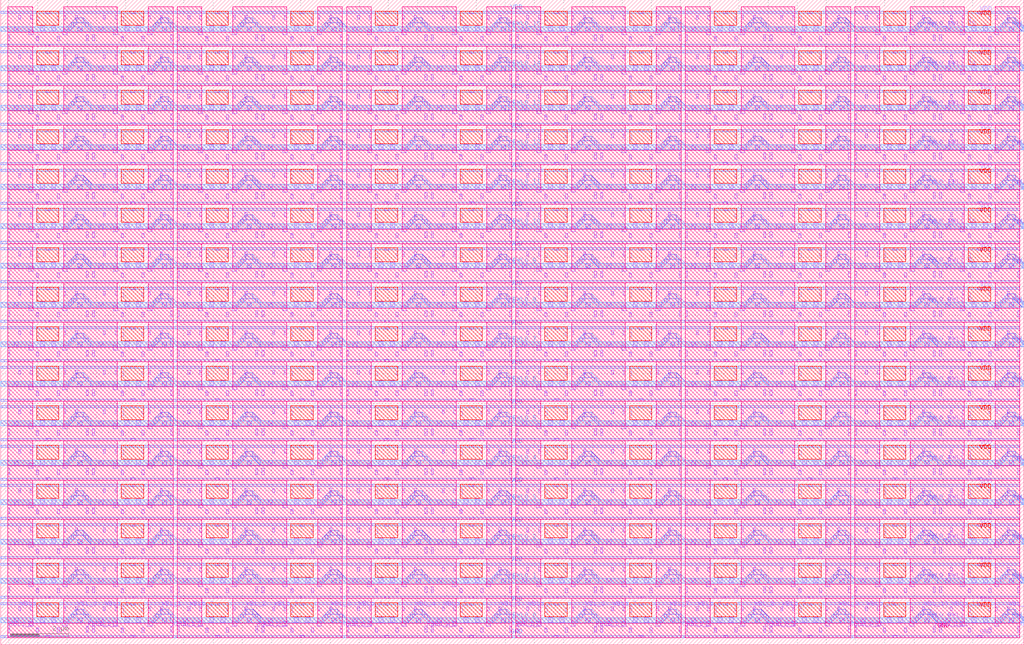
<source format=lef>
VERSION 5.7 ;
  NOWIREEXTENSIONATPIN ON ;
  DIVIDERCHAR "/" ;
  BUSBITCHARS "[]" ;
MACRO c_10T_16x12_2r1w_magic_flattened
  CLASS BLOCK ;
  FOREIGN c_10T_16x12_2r1w_magic_flattened ;
  ORIGIN 0.275 0.275 ;
  SIZE 35.035 BY 22.085 ;
  PIN VDD
    DIRECTION INOUT ;
    USE POWER ;
    SHAPE ABUTMENT ;
    PORT
      LAYER nwell ;
        RECT 0.955 0.685 1.720 1.165 ;
        RECT 3.855 0.685 4.620 1.165 ;
        RECT 6.755 0.685 7.520 1.165 ;
        RECT 9.655 0.685 10.420 1.165 ;
        RECT 12.555 0.685 13.320 1.165 ;
        RECT 15.455 0.685 16.220 1.165 ;
        RECT 18.355 0.685 19.120 1.165 ;
        RECT 21.255 0.685 22.020 1.165 ;
        RECT 24.155 0.685 24.920 1.165 ;
        RECT 27.055 0.685 27.820 1.165 ;
        RECT 29.955 0.685 30.720 1.165 ;
        RECT 32.855 0.685 33.620 1.165 ;
      LAYER li1 ;
        RECT 1.265 1.095 1.425 1.165 ;
        RECT 4.165 1.095 4.325 1.165 ;
        RECT 7.065 1.095 7.225 1.165 ;
        RECT 9.965 1.095 10.125 1.165 ;
        RECT 12.865 1.095 13.025 1.165 ;
        RECT 15.765 1.095 15.925 1.165 ;
        RECT 18.665 1.095 18.825 1.165 ;
        RECT 21.565 1.095 21.725 1.165 ;
        RECT 24.465 1.095 24.625 1.165 ;
        RECT 27.365 1.095 27.525 1.165 ;
        RECT 30.265 1.095 30.425 1.165 ;
        RECT 33.165 1.095 33.325 1.165 ;
        RECT 1.275 1.085 1.415 1.095 ;
        RECT 4.175 1.085 4.315 1.095 ;
        RECT 7.075 1.085 7.215 1.095 ;
        RECT 9.975 1.085 10.115 1.095 ;
        RECT 12.875 1.085 13.015 1.095 ;
        RECT 15.775 1.085 15.915 1.095 ;
        RECT 18.675 1.085 18.815 1.095 ;
        RECT 21.575 1.085 21.715 1.095 ;
        RECT 24.475 1.085 24.615 1.095 ;
        RECT 27.375 1.085 27.515 1.095 ;
        RECT 30.275 1.085 30.415 1.095 ;
        RECT 33.175 1.085 33.315 1.095 ;
      LAYER met1 ;
        RECT -0.275 1.095 34.625 1.165 ;
    END
    PORT
      LAYER nwell ;
        RECT 0.955 2.035 1.720 2.515 ;
        RECT 3.855 2.035 4.620 2.515 ;
        RECT 6.755 2.035 7.520 2.515 ;
        RECT 9.655 2.035 10.420 2.515 ;
        RECT 12.555 2.035 13.320 2.515 ;
        RECT 15.455 2.035 16.220 2.515 ;
        RECT 18.355 2.035 19.120 2.515 ;
        RECT 21.255 2.035 22.020 2.515 ;
        RECT 24.155 2.035 24.920 2.515 ;
        RECT 27.055 2.035 27.820 2.515 ;
        RECT 29.955 2.035 30.720 2.515 ;
        RECT 32.855 2.035 33.620 2.515 ;
      LAYER li1 ;
        RECT 1.265 2.445 1.425 2.515 ;
        RECT 4.165 2.445 4.325 2.515 ;
        RECT 7.065 2.445 7.225 2.515 ;
        RECT 9.965 2.445 10.125 2.515 ;
        RECT 12.865 2.445 13.025 2.515 ;
        RECT 15.765 2.445 15.925 2.515 ;
        RECT 18.665 2.445 18.825 2.515 ;
        RECT 21.565 2.445 21.725 2.515 ;
        RECT 24.465 2.445 24.625 2.515 ;
        RECT 27.365 2.445 27.525 2.515 ;
        RECT 30.265 2.445 30.425 2.515 ;
        RECT 33.165 2.445 33.325 2.515 ;
        RECT 1.275 2.435 1.415 2.445 ;
        RECT 4.175 2.435 4.315 2.445 ;
        RECT 7.075 2.435 7.215 2.445 ;
        RECT 9.975 2.435 10.115 2.445 ;
        RECT 12.875 2.435 13.015 2.445 ;
        RECT 15.775 2.435 15.915 2.445 ;
        RECT 18.675 2.435 18.815 2.445 ;
        RECT 21.575 2.435 21.715 2.445 ;
        RECT 24.475 2.435 24.615 2.445 ;
        RECT 27.375 2.435 27.515 2.445 ;
        RECT 30.275 2.435 30.415 2.445 ;
        RECT 33.175 2.435 33.315 2.445 ;
      LAYER met1 ;
        RECT -0.275 2.445 34.625 2.515 ;
    END
    PORT
      LAYER nwell ;
        RECT 0.955 3.385 1.720 3.865 ;
        RECT 3.855 3.385 4.620 3.865 ;
        RECT 6.755 3.385 7.520 3.865 ;
        RECT 9.655 3.385 10.420 3.865 ;
        RECT 12.555 3.385 13.320 3.865 ;
        RECT 15.455 3.385 16.220 3.865 ;
        RECT 18.355 3.385 19.120 3.865 ;
        RECT 21.255 3.385 22.020 3.865 ;
        RECT 24.155 3.385 24.920 3.865 ;
        RECT 27.055 3.385 27.820 3.865 ;
        RECT 29.955 3.385 30.720 3.865 ;
        RECT 32.855 3.385 33.620 3.865 ;
      LAYER li1 ;
        RECT 1.265 3.795 1.425 3.865 ;
        RECT 4.165 3.795 4.325 3.865 ;
        RECT 7.065 3.795 7.225 3.865 ;
        RECT 9.965 3.795 10.125 3.865 ;
        RECT 12.865 3.795 13.025 3.865 ;
        RECT 15.765 3.795 15.925 3.865 ;
        RECT 18.665 3.795 18.825 3.865 ;
        RECT 21.565 3.795 21.725 3.865 ;
        RECT 24.465 3.795 24.625 3.865 ;
        RECT 27.365 3.795 27.525 3.865 ;
        RECT 30.265 3.795 30.425 3.865 ;
        RECT 33.165 3.795 33.325 3.865 ;
        RECT 1.275 3.785 1.415 3.795 ;
        RECT 4.175 3.785 4.315 3.795 ;
        RECT 7.075 3.785 7.215 3.795 ;
        RECT 9.975 3.785 10.115 3.795 ;
        RECT 12.875 3.785 13.015 3.795 ;
        RECT 15.775 3.785 15.915 3.795 ;
        RECT 18.675 3.785 18.815 3.795 ;
        RECT 21.575 3.785 21.715 3.795 ;
        RECT 24.475 3.785 24.615 3.795 ;
        RECT 27.375 3.785 27.515 3.795 ;
        RECT 30.275 3.785 30.415 3.795 ;
        RECT 33.175 3.785 33.315 3.795 ;
      LAYER met1 ;
        RECT -0.275 3.795 34.625 3.865 ;
    END
    PORT
      LAYER nwell ;
        RECT 0.955 4.735 1.720 5.215 ;
        RECT 3.855 4.735 4.620 5.215 ;
        RECT 6.755 4.735 7.520 5.215 ;
        RECT 9.655 4.735 10.420 5.215 ;
        RECT 12.555 4.735 13.320 5.215 ;
        RECT 15.455 4.735 16.220 5.215 ;
        RECT 18.355 4.735 19.120 5.215 ;
        RECT 21.255 4.735 22.020 5.215 ;
        RECT 24.155 4.735 24.920 5.215 ;
        RECT 27.055 4.735 27.820 5.215 ;
        RECT 29.955 4.735 30.720 5.215 ;
        RECT 32.855 4.735 33.620 5.215 ;
      LAYER li1 ;
        RECT 1.265 5.145 1.425 5.215 ;
        RECT 4.165 5.145 4.325 5.215 ;
        RECT 7.065 5.145 7.225 5.215 ;
        RECT 9.965 5.145 10.125 5.215 ;
        RECT 12.865 5.145 13.025 5.215 ;
        RECT 15.765 5.145 15.925 5.215 ;
        RECT 18.665 5.145 18.825 5.215 ;
        RECT 21.565 5.145 21.725 5.215 ;
        RECT 24.465 5.145 24.625 5.215 ;
        RECT 27.365 5.145 27.525 5.215 ;
        RECT 30.265 5.145 30.425 5.215 ;
        RECT 33.165 5.145 33.325 5.215 ;
        RECT 1.275 5.135 1.415 5.145 ;
        RECT 4.175 5.135 4.315 5.145 ;
        RECT 7.075 5.135 7.215 5.145 ;
        RECT 9.975 5.135 10.115 5.145 ;
        RECT 12.875 5.135 13.015 5.145 ;
        RECT 15.775 5.135 15.915 5.145 ;
        RECT 18.675 5.135 18.815 5.145 ;
        RECT 21.575 5.135 21.715 5.145 ;
        RECT 24.475 5.135 24.615 5.145 ;
        RECT 27.375 5.135 27.515 5.145 ;
        RECT 30.275 5.135 30.415 5.145 ;
        RECT 33.175 5.135 33.315 5.145 ;
      LAYER met1 ;
        RECT -0.275 5.145 34.625 5.215 ;
    END
    PORT
      LAYER nwell ;
        RECT 0.955 6.085 1.720 6.565 ;
        RECT 3.855 6.085 4.620 6.565 ;
        RECT 6.755 6.085 7.520 6.565 ;
        RECT 9.655 6.085 10.420 6.565 ;
        RECT 12.555 6.085 13.320 6.565 ;
        RECT 15.455 6.085 16.220 6.565 ;
        RECT 18.355 6.085 19.120 6.565 ;
        RECT 21.255 6.085 22.020 6.565 ;
        RECT 24.155 6.085 24.920 6.565 ;
        RECT 27.055 6.085 27.820 6.565 ;
        RECT 29.955 6.085 30.720 6.565 ;
        RECT 32.855 6.085 33.620 6.565 ;
      LAYER li1 ;
        RECT 1.265 6.495 1.425 6.565 ;
        RECT 4.165 6.495 4.325 6.565 ;
        RECT 7.065 6.495 7.225 6.565 ;
        RECT 9.965 6.495 10.125 6.565 ;
        RECT 12.865 6.495 13.025 6.565 ;
        RECT 15.765 6.495 15.925 6.565 ;
        RECT 18.665 6.495 18.825 6.565 ;
        RECT 21.565 6.495 21.725 6.565 ;
        RECT 24.465 6.495 24.625 6.565 ;
        RECT 27.365 6.495 27.525 6.565 ;
        RECT 30.265 6.495 30.425 6.565 ;
        RECT 33.165 6.495 33.325 6.565 ;
        RECT 1.275 6.485 1.415 6.495 ;
        RECT 4.175 6.485 4.315 6.495 ;
        RECT 7.075 6.485 7.215 6.495 ;
        RECT 9.975 6.485 10.115 6.495 ;
        RECT 12.875 6.485 13.015 6.495 ;
        RECT 15.775 6.485 15.915 6.495 ;
        RECT 18.675 6.485 18.815 6.495 ;
        RECT 21.575 6.485 21.715 6.495 ;
        RECT 24.475 6.485 24.615 6.495 ;
        RECT 27.375 6.485 27.515 6.495 ;
        RECT 30.275 6.485 30.415 6.495 ;
        RECT 33.175 6.485 33.315 6.495 ;
      LAYER met1 ;
        RECT -0.275 6.495 34.625 6.565 ;
    END
    PORT
      LAYER nwell ;
        RECT 0.955 7.435 1.720 7.915 ;
        RECT 3.855 7.435 4.620 7.915 ;
        RECT 6.755 7.435 7.520 7.915 ;
        RECT 9.655 7.435 10.420 7.915 ;
        RECT 12.555 7.435 13.320 7.915 ;
        RECT 15.455 7.435 16.220 7.915 ;
        RECT 18.355 7.435 19.120 7.915 ;
        RECT 21.255 7.435 22.020 7.915 ;
        RECT 24.155 7.435 24.920 7.915 ;
        RECT 27.055 7.435 27.820 7.915 ;
        RECT 29.955 7.435 30.720 7.915 ;
        RECT 32.855 7.435 33.620 7.915 ;
      LAYER li1 ;
        RECT 1.265 7.845 1.425 7.915 ;
        RECT 4.165 7.845 4.325 7.915 ;
        RECT 7.065 7.845 7.225 7.915 ;
        RECT 9.965 7.845 10.125 7.915 ;
        RECT 12.865 7.845 13.025 7.915 ;
        RECT 15.765 7.845 15.925 7.915 ;
        RECT 18.665 7.845 18.825 7.915 ;
        RECT 21.565 7.845 21.725 7.915 ;
        RECT 24.465 7.845 24.625 7.915 ;
        RECT 27.365 7.845 27.525 7.915 ;
        RECT 30.265 7.845 30.425 7.915 ;
        RECT 33.165 7.845 33.325 7.915 ;
        RECT 1.275 7.835 1.415 7.845 ;
        RECT 4.175 7.835 4.315 7.845 ;
        RECT 7.075 7.835 7.215 7.845 ;
        RECT 9.975 7.835 10.115 7.845 ;
        RECT 12.875 7.835 13.015 7.845 ;
        RECT 15.775 7.835 15.915 7.845 ;
        RECT 18.675 7.835 18.815 7.845 ;
        RECT 21.575 7.835 21.715 7.845 ;
        RECT 24.475 7.835 24.615 7.845 ;
        RECT 27.375 7.835 27.515 7.845 ;
        RECT 30.275 7.835 30.415 7.845 ;
        RECT 33.175 7.835 33.315 7.845 ;
      LAYER met1 ;
        RECT -0.275 7.845 34.625 7.915 ;
    END
    PORT
      LAYER nwell ;
        RECT 0.955 8.785 1.720 9.265 ;
        RECT 3.855 8.785 4.620 9.265 ;
        RECT 6.755 8.785 7.520 9.265 ;
        RECT 9.655 8.785 10.420 9.265 ;
        RECT 12.555 8.785 13.320 9.265 ;
        RECT 15.455 8.785 16.220 9.265 ;
        RECT 18.355 8.785 19.120 9.265 ;
        RECT 21.255 8.785 22.020 9.265 ;
        RECT 24.155 8.785 24.920 9.265 ;
        RECT 27.055 8.785 27.820 9.265 ;
        RECT 29.955 8.785 30.720 9.265 ;
        RECT 32.855 8.785 33.620 9.265 ;
      LAYER li1 ;
        RECT 1.265 9.195 1.425 9.265 ;
        RECT 4.165 9.195 4.325 9.265 ;
        RECT 7.065 9.195 7.225 9.265 ;
        RECT 9.965 9.195 10.125 9.265 ;
        RECT 12.865 9.195 13.025 9.265 ;
        RECT 15.765 9.195 15.925 9.265 ;
        RECT 18.665 9.195 18.825 9.265 ;
        RECT 21.565 9.195 21.725 9.265 ;
        RECT 24.465 9.195 24.625 9.265 ;
        RECT 27.365 9.195 27.525 9.265 ;
        RECT 30.265 9.195 30.425 9.265 ;
        RECT 33.165 9.195 33.325 9.265 ;
        RECT 1.275 9.185 1.415 9.195 ;
        RECT 4.175 9.185 4.315 9.195 ;
        RECT 7.075 9.185 7.215 9.195 ;
        RECT 9.975 9.185 10.115 9.195 ;
        RECT 12.875 9.185 13.015 9.195 ;
        RECT 15.775 9.185 15.915 9.195 ;
        RECT 18.675 9.185 18.815 9.195 ;
        RECT 21.575 9.185 21.715 9.195 ;
        RECT 24.475 9.185 24.615 9.195 ;
        RECT 27.375 9.185 27.515 9.195 ;
        RECT 30.275 9.185 30.415 9.195 ;
        RECT 33.175 9.185 33.315 9.195 ;
      LAYER met1 ;
        RECT -0.275 9.195 34.625 9.265 ;
    END
    PORT
      LAYER nwell ;
        RECT 0.955 10.135 1.720 10.615 ;
        RECT 3.855 10.135 4.620 10.615 ;
        RECT 6.755 10.135 7.520 10.615 ;
        RECT 9.655 10.135 10.420 10.615 ;
        RECT 12.555 10.135 13.320 10.615 ;
        RECT 15.455 10.135 16.220 10.615 ;
        RECT 18.355 10.135 19.120 10.615 ;
        RECT 21.255 10.135 22.020 10.615 ;
        RECT 24.155 10.135 24.920 10.615 ;
        RECT 27.055 10.135 27.820 10.615 ;
        RECT 29.955 10.135 30.720 10.615 ;
        RECT 32.855 10.135 33.620 10.615 ;
      LAYER li1 ;
        RECT 1.265 10.545 1.425 10.615 ;
        RECT 4.165 10.545 4.325 10.615 ;
        RECT 7.065 10.545 7.225 10.615 ;
        RECT 9.965 10.545 10.125 10.615 ;
        RECT 12.865 10.545 13.025 10.615 ;
        RECT 15.765 10.545 15.925 10.615 ;
        RECT 18.665 10.545 18.825 10.615 ;
        RECT 21.565 10.545 21.725 10.615 ;
        RECT 24.465 10.545 24.625 10.615 ;
        RECT 27.365 10.545 27.525 10.615 ;
        RECT 30.265 10.545 30.425 10.615 ;
        RECT 33.165 10.545 33.325 10.615 ;
        RECT 1.275 10.535 1.415 10.545 ;
        RECT 4.175 10.535 4.315 10.545 ;
        RECT 7.075 10.535 7.215 10.545 ;
        RECT 9.975 10.535 10.115 10.545 ;
        RECT 12.875 10.535 13.015 10.545 ;
        RECT 15.775 10.535 15.915 10.545 ;
        RECT 18.675 10.535 18.815 10.545 ;
        RECT 21.575 10.535 21.715 10.545 ;
        RECT 24.475 10.535 24.615 10.545 ;
        RECT 27.375 10.535 27.515 10.545 ;
        RECT 30.275 10.535 30.415 10.545 ;
        RECT 33.175 10.535 33.315 10.545 ;
      LAYER met1 ;
        RECT -0.275 10.545 34.625 10.615 ;
    END
    PORT
      LAYER nwell ;
        RECT 0.955 11.485 1.720 11.965 ;
        RECT 3.855 11.485 4.620 11.965 ;
        RECT 6.755 11.485 7.520 11.965 ;
        RECT 9.655 11.485 10.420 11.965 ;
        RECT 12.555 11.485 13.320 11.965 ;
        RECT 15.455 11.485 16.220 11.965 ;
        RECT 18.355 11.485 19.120 11.965 ;
        RECT 21.255 11.485 22.020 11.965 ;
        RECT 24.155 11.485 24.920 11.965 ;
        RECT 27.055 11.485 27.820 11.965 ;
        RECT 29.955 11.485 30.720 11.965 ;
        RECT 32.855 11.485 33.620 11.965 ;
      LAYER li1 ;
        RECT 1.265 11.895 1.425 11.965 ;
        RECT 4.165 11.895 4.325 11.965 ;
        RECT 7.065 11.895 7.225 11.965 ;
        RECT 9.965 11.895 10.125 11.965 ;
        RECT 12.865 11.895 13.025 11.965 ;
        RECT 15.765 11.895 15.925 11.965 ;
        RECT 18.665 11.895 18.825 11.965 ;
        RECT 21.565 11.895 21.725 11.965 ;
        RECT 24.465 11.895 24.625 11.965 ;
        RECT 27.365 11.895 27.525 11.965 ;
        RECT 30.265 11.895 30.425 11.965 ;
        RECT 33.165 11.895 33.325 11.965 ;
        RECT 1.275 11.885 1.415 11.895 ;
        RECT 4.175 11.885 4.315 11.895 ;
        RECT 7.075 11.885 7.215 11.895 ;
        RECT 9.975 11.885 10.115 11.895 ;
        RECT 12.875 11.885 13.015 11.895 ;
        RECT 15.775 11.885 15.915 11.895 ;
        RECT 18.675 11.885 18.815 11.895 ;
        RECT 21.575 11.885 21.715 11.895 ;
        RECT 24.475 11.885 24.615 11.895 ;
        RECT 27.375 11.885 27.515 11.895 ;
        RECT 30.275 11.885 30.415 11.895 ;
        RECT 33.175 11.885 33.315 11.895 ;
      LAYER met1 ;
        RECT -0.275 11.895 34.625 11.965 ;
    END
    PORT
      LAYER nwell ;
        RECT 0.955 12.835 1.720 13.315 ;
        RECT 3.855 12.835 4.620 13.315 ;
        RECT 6.755 12.835 7.520 13.315 ;
        RECT 9.655 12.835 10.420 13.315 ;
        RECT 12.555 12.835 13.320 13.315 ;
        RECT 15.455 12.835 16.220 13.315 ;
        RECT 18.355 12.835 19.120 13.315 ;
        RECT 21.255 12.835 22.020 13.315 ;
        RECT 24.155 12.835 24.920 13.315 ;
        RECT 27.055 12.835 27.820 13.315 ;
        RECT 29.955 12.835 30.720 13.315 ;
        RECT 32.855 12.835 33.620 13.315 ;
      LAYER li1 ;
        RECT 1.265 13.245 1.425 13.315 ;
        RECT 4.165 13.245 4.325 13.315 ;
        RECT 7.065 13.245 7.225 13.315 ;
        RECT 9.965 13.245 10.125 13.315 ;
        RECT 12.865 13.245 13.025 13.315 ;
        RECT 15.765 13.245 15.925 13.315 ;
        RECT 18.665 13.245 18.825 13.315 ;
        RECT 21.565 13.245 21.725 13.315 ;
        RECT 24.465 13.245 24.625 13.315 ;
        RECT 27.365 13.245 27.525 13.315 ;
        RECT 30.265 13.245 30.425 13.315 ;
        RECT 33.165 13.245 33.325 13.315 ;
        RECT 1.275 13.235 1.415 13.245 ;
        RECT 4.175 13.235 4.315 13.245 ;
        RECT 7.075 13.235 7.215 13.245 ;
        RECT 9.975 13.235 10.115 13.245 ;
        RECT 12.875 13.235 13.015 13.245 ;
        RECT 15.775 13.235 15.915 13.245 ;
        RECT 18.675 13.235 18.815 13.245 ;
        RECT 21.575 13.235 21.715 13.245 ;
        RECT 24.475 13.235 24.615 13.245 ;
        RECT 27.375 13.235 27.515 13.245 ;
        RECT 30.275 13.235 30.415 13.245 ;
        RECT 33.175 13.235 33.315 13.245 ;
      LAYER met1 ;
        RECT -0.275 13.245 34.625 13.315 ;
    END
    PORT
      LAYER nwell ;
        RECT 0.955 14.185 1.720 14.665 ;
        RECT 3.855 14.185 4.620 14.665 ;
        RECT 6.755 14.185 7.520 14.665 ;
        RECT 9.655 14.185 10.420 14.665 ;
        RECT 12.555 14.185 13.320 14.665 ;
        RECT 15.455 14.185 16.220 14.665 ;
        RECT 18.355 14.185 19.120 14.665 ;
        RECT 21.255 14.185 22.020 14.665 ;
        RECT 24.155 14.185 24.920 14.665 ;
        RECT 27.055 14.185 27.820 14.665 ;
        RECT 29.955 14.185 30.720 14.665 ;
        RECT 32.855 14.185 33.620 14.665 ;
      LAYER li1 ;
        RECT 1.265 14.595 1.425 14.665 ;
        RECT 4.165 14.595 4.325 14.665 ;
        RECT 7.065 14.595 7.225 14.665 ;
        RECT 9.965 14.595 10.125 14.665 ;
        RECT 12.865 14.595 13.025 14.665 ;
        RECT 15.765 14.595 15.925 14.665 ;
        RECT 18.665 14.595 18.825 14.665 ;
        RECT 21.565 14.595 21.725 14.665 ;
        RECT 24.465 14.595 24.625 14.665 ;
        RECT 27.365 14.595 27.525 14.665 ;
        RECT 30.265 14.595 30.425 14.665 ;
        RECT 33.165 14.595 33.325 14.665 ;
        RECT 1.275 14.585 1.415 14.595 ;
        RECT 4.175 14.585 4.315 14.595 ;
        RECT 7.075 14.585 7.215 14.595 ;
        RECT 9.975 14.585 10.115 14.595 ;
        RECT 12.875 14.585 13.015 14.595 ;
        RECT 15.775 14.585 15.915 14.595 ;
        RECT 18.675 14.585 18.815 14.595 ;
        RECT 21.575 14.585 21.715 14.595 ;
        RECT 24.475 14.585 24.615 14.595 ;
        RECT 27.375 14.585 27.515 14.595 ;
        RECT 30.275 14.585 30.415 14.595 ;
        RECT 33.175 14.585 33.315 14.595 ;
      LAYER met1 ;
        RECT -0.275 14.595 34.625 14.665 ;
    END
    PORT
      LAYER nwell ;
        RECT 0.955 15.535 1.720 16.015 ;
        RECT 3.855 15.535 4.620 16.015 ;
        RECT 6.755 15.535 7.520 16.015 ;
        RECT 9.655 15.535 10.420 16.015 ;
        RECT 12.555 15.535 13.320 16.015 ;
        RECT 15.455 15.535 16.220 16.015 ;
        RECT 18.355 15.535 19.120 16.015 ;
        RECT 21.255 15.535 22.020 16.015 ;
        RECT 24.155 15.535 24.920 16.015 ;
        RECT 27.055 15.535 27.820 16.015 ;
        RECT 29.955 15.535 30.720 16.015 ;
        RECT 32.855 15.535 33.620 16.015 ;
      LAYER li1 ;
        RECT 1.265 15.945 1.425 16.015 ;
        RECT 4.165 15.945 4.325 16.015 ;
        RECT 7.065 15.945 7.225 16.015 ;
        RECT 9.965 15.945 10.125 16.015 ;
        RECT 12.865 15.945 13.025 16.015 ;
        RECT 15.765 15.945 15.925 16.015 ;
        RECT 18.665 15.945 18.825 16.015 ;
        RECT 21.565 15.945 21.725 16.015 ;
        RECT 24.465 15.945 24.625 16.015 ;
        RECT 27.365 15.945 27.525 16.015 ;
        RECT 30.265 15.945 30.425 16.015 ;
        RECT 33.165 15.945 33.325 16.015 ;
        RECT 1.275 15.935 1.415 15.945 ;
        RECT 4.175 15.935 4.315 15.945 ;
        RECT 7.075 15.935 7.215 15.945 ;
        RECT 9.975 15.935 10.115 15.945 ;
        RECT 12.875 15.935 13.015 15.945 ;
        RECT 15.775 15.935 15.915 15.945 ;
        RECT 18.675 15.935 18.815 15.945 ;
        RECT 21.575 15.935 21.715 15.945 ;
        RECT 24.475 15.935 24.615 15.945 ;
        RECT 27.375 15.935 27.515 15.945 ;
        RECT 30.275 15.935 30.415 15.945 ;
        RECT 33.175 15.935 33.315 15.945 ;
      LAYER met1 ;
        RECT -0.275 15.945 34.625 16.015 ;
    END
    PORT
      LAYER nwell ;
        RECT 0.955 16.885 1.720 17.365 ;
        RECT 3.855 16.885 4.620 17.365 ;
        RECT 6.755 16.885 7.520 17.365 ;
        RECT 9.655 16.885 10.420 17.365 ;
        RECT 12.555 16.885 13.320 17.365 ;
        RECT 15.455 16.885 16.220 17.365 ;
        RECT 18.355 16.885 19.120 17.365 ;
        RECT 21.255 16.885 22.020 17.365 ;
        RECT 24.155 16.885 24.920 17.365 ;
        RECT 27.055 16.885 27.820 17.365 ;
        RECT 29.955 16.885 30.720 17.365 ;
        RECT 32.855 16.885 33.620 17.365 ;
      LAYER li1 ;
        RECT 1.265 17.295 1.425 17.365 ;
        RECT 4.165 17.295 4.325 17.365 ;
        RECT 7.065 17.295 7.225 17.365 ;
        RECT 9.965 17.295 10.125 17.365 ;
        RECT 12.865 17.295 13.025 17.365 ;
        RECT 15.765 17.295 15.925 17.365 ;
        RECT 18.665 17.295 18.825 17.365 ;
        RECT 21.565 17.295 21.725 17.365 ;
        RECT 24.465 17.295 24.625 17.365 ;
        RECT 27.365 17.295 27.525 17.365 ;
        RECT 30.265 17.295 30.425 17.365 ;
        RECT 33.165 17.295 33.325 17.365 ;
        RECT 1.275 17.285 1.415 17.295 ;
        RECT 4.175 17.285 4.315 17.295 ;
        RECT 7.075 17.285 7.215 17.295 ;
        RECT 9.975 17.285 10.115 17.295 ;
        RECT 12.875 17.285 13.015 17.295 ;
        RECT 15.775 17.285 15.915 17.295 ;
        RECT 18.675 17.285 18.815 17.295 ;
        RECT 21.575 17.285 21.715 17.295 ;
        RECT 24.475 17.285 24.615 17.295 ;
        RECT 27.375 17.285 27.515 17.295 ;
        RECT 30.275 17.285 30.415 17.295 ;
        RECT 33.175 17.285 33.315 17.295 ;
      LAYER met1 ;
        RECT -0.275 17.295 34.625 17.365 ;
    END
    PORT
      LAYER nwell ;
        RECT 0.955 18.235 1.720 18.715 ;
        RECT 3.855 18.235 4.620 18.715 ;
        RECT 6.755 18.235 7.520 18.715 ;
        RECT 9.655 18.235 10.420 18.715 ;
        RECT 12.555 18.235 13.320 18.715 ;
        RECT 15.455 18.235 16.220 18.715 ;
        RECT 18.355 18.235 19.120 18.715 ;
        RECT 21.255 18.235 22.020 18.715 ;
        RECT 24.155 18.235 24.920 18.715 ;
        RECT 27.055 18.235 27.820 18.715 ;
        RECT 29.955 18.235 30.720 18.715 ;
        RECT 32.855 18.235 33.620 18.715 ;
      LAYER li1 ;
        RECT 1.265 18.645 1.425 18.715 ;
        RECT 4.165 18.645 4.325 18.715 ;
        RECT 7.065 18.645 7.225 18.715 ;
        RECT 9.965 18.645 10.125 18.715 ;
        RECT 12.865 18.645 13.025 18.715 ;
        RECT 15.765 18.645 15.925 18.715 ;
        RECT 18.665 18.645 18.825 18.715 ;
        RECT 21.565 18.645 21.725 18.715 ;
        RECT 24.465 18.645 24.625 18.715 ;
        RECT 27.365 18.645 27.525 18.715 ;
        RECT 30.265 18.645 30.425 18.715 ;
        RECT 33.165 18.645 33.325 18.715 ;
        RECT 1.275 18.635 1.415 18.645 ;
        RECT 4.175 18.635 4.315 18.645 ;
        RECT 7.075 18.635 7.215 18.645 ;
        RECT 9.975 18.635 10.115 18.645 ;
        RECT 12.875 18.635 13.015 18.645 ;
        RECT 15.775 18.635 15.915 18.645 ;
        RECT 18.675 18.635 18.815 18.645 ;
        RECT 21.575 18.635 21.715 18.645 ;
        RECT 24.475 18.635 24.615 18.645 ;
        RECT 27.375 18.635 27.515 18.645 ;
        RECT 30.275 18.635 30.415 18.645 ;
        RECT 33.175 18.635 33.315 18.645 ;
      LAYER met1 ;
        RECT -0.275 18.645 34.625 18.715 ;
    END
    PORT
      LAYER nwell ;
        RECT 0.955 19.585 1.720 20.065 ;
        RECT 3.855 19.585 4.620 20.065 ;
        RECT 6.755 19.585 7.520 20.065 ;
        RECT 9.655 19.585 10.420 20.065 ;
        RECT 12.555 19.585 13.320 20.065 ;
        RECT 15.455 19.585 16.220 20.065 ;
        RECT 18.355 19.585 19.120 20.065 ;
        RECT 21.255 19.585 22.020 20.065 ;
        RECT 24.155 19.585 24.920 20.065 ;
        RECT 27.055 19.585 27.820 20.065 ;
        RECT 29.955 19.585 30.720 20.065 ;
        RECT 32.855 19.585 33.620 20.065 ;
      LAYER li1 ;
        RECT 1.265 19.995 1.425 20.065 ;
        RECT 4.165 19.995 4.325 20.065 ;
        RECT 7.065 19.995 7.225 20.065 ;
        RECT 9.965 19.995 10.125 20.065 ;
        RECT 12.865 19.995 13.025 20.065 ;
        RECT 15.765 19.995 15.925 20.065 ;
        RECT 18.665 19.995 18.825 20.065 ;
        RECT 21.565 19.995 21.725 20.065 ;
        RECT 24.465 19.995 24.625 20.065 ;
        RECT 27.365 19.995 27.525 20.065 ;
        RECT 30.265 19.995 30.425 20.065 ;
        RECT 33.165 19.995 33.325 20.065 ;
        RECT 1.275 19.985 1.415 19.995 ;
        RECT 4.175 19.985 4.315 19.995 ;
        RECT 7.075 19.985 7.215 19.995 ;
        RECT 9.975 19.985 10.115 19.995 ;
        RECT 12.875 19.985 13.015 19.995 ;
        RECT 15.775 19.985 15.915 19.995 ;
        RECT 18.675 19.985 18.815 19.995 ;
        RECT 21.575 19.985 21.715 19.995 ;
        RECT 24.475 19.985 24.615 19.995 ;
        RECT 27.375 19.985 27.515 19.995 ;
        RECT 30.275 19.985 30.415 19.995 ;
        RECT 33.175 19.985 33.315 19.995 ;
      LAYER met1 ;
        RECT -0.275 19.995 34.625 20.065 ;
    END
    PORT
      LAYER nwell ;
        RECT 0.955 20.935 1.720 21.415 ;
        RECT 3.855 20.935 4.620 21.415 ;
        RECT 6.755 20.935 7.520 21.415 ;
        RECT 9.655 20.935 10.420 21.415 ;
        RECT 12.555 20.935 13.320 21.415 ;
        RECT 15.455 20.935 16.220 21.415 ;
        RECT 18.355 20.935 19.120 21.415 ;
        RECT 21.255 20.935 22.020 21.415 ;
        RECT 24.155 20.935 24.920 21.415 ;
        RECT 27.055 20.935 27.820 21.415 ;
        RECT 29.955 20.935 30.720 21.415 ;
        RECT 32.855 20.935 33.620 21.415 ;
      LAYER li1 ;
        RECT 1.265 21.345 1.425 21.415 ;
        RECT 4.165 21.345 4.325 21.415 ;
        RECT 7.065 21.345 7.225 21.415 ;
        RECT 9.965 21.345 10.125 21.415 ;
        RECT 12.865 21.345 13.025 21.415 ;
        RECT 15.765 21.345 15.925 21.415 ;
        RECT 18.665 21.345 18.825 21.415 ;
        RECT 21.565 21.345 21.725 21.415 ;
        RECT 24.465 21.345 24.625 21.415 ;
        RECT 27.365 21.345 27.525 21.415 ;
        RECT 30.265 21.345 30.425 21.415 ;
        RECT 33.165 21.345 33.325 21.415 ;
        RECT 1.275 21.335 1.415 21.345 ;
        RECT 4.175 21.335 4.315 21.345 ;
        RECT 7.075 21.335 7.215 21.345 ;
        RECT 9.975 21.335 10.115 21.345 ;
        RECT 12.875 21.335 13.015 21.345 ;
        RECT 15.775 21.335 15.915 21.345 ;
        RECT 18.675 21.335 18.815 21.345 ;
        RECT 21.575 21.335 21.715 21.345 ;
        RECT 24.475 21.335 24.615 21.345 ;
        RECT 27.375 21.335 27.515 21.345 ;
        RECT 30.275 21.335 30.415 21.345 ;
        RECT 33.175 21.335 33.315 21.345 ;
      LAYER met1 ;
        RECT -0.275 21.345 34.625 21.415 ;
    END
  END VDD
  PIN GND
    DIRECTION INOUT ;
    USE GROUND ;
    SHAPE ABUTMENT ;
    PORT
      LAYER pwell ;
        RECT -0.035 20.705 0.815 21.565 ;
        RECT 1.875 20.705 3.715 21.565 ;
        RECT 4.775 20.705 5.625 21.565 ;
        RECT -0.035 20.215 5.625 20.705 ;
        RECT -0.035 19.355 0.815 20.215 ;
        RECT 1.875 19.355 3.715 20.215 ;
        RECT 4.775 19.355 5.625 20.215 ;
        RECT -0.035 18.865 5.625 19.355 ;
        RECT -0.035 18.005 0.815 18.865 ;
        RECT 1.875 18.005 3.715 18.865 ;
        RECT 4.775 18.005 5.625 18.865 ;
        RECT -0.035 17.515 5.625 18.005 ;
        RECT -0.035 16.655 0.815 17.515 ;
        RECT 1.875 16.655 3.715 17.515 ;
        RECT 4.775 16.655 5.625 17.515 ;
        RECT -0.035 16.165 5.625 16.655 ;
        RECT -0.035 15.305 0.815 16.165 ;
        RECT 1.875 15.305 3.715 16.165 ;
        RECT 4.775 15.305 5.625 16.165 ;
        RECT -0.035 14.815 5.625 15.305 ;
        RECT -0.035 13.955 0.815 14.815 ;
        RECT 1.875 13.955 3.715 14.815 ;
        RECT 4.775 13.955 5.625 14.815 ;
        RECT -0.035 13.465 5.625 13.955 ;
        RECT -0.035 12.605 0.815 13.465 ;
        RECT 1.875 12.605 3.715 13.465 ;
        RECT 4.775 12.605 5.625 13.465 ;
        RECT -0.035 12.115 5.625 12.605 ;
        RECT -0.035 11.255 0.815 12.115 ;
        RECT 1.875 11.255 3.715 12.115 ;
        RECT 4.775 11.255 5.625 12.115 ;
        RECT -0.035 10.765 5.625 11.255 ;
        RECT -0.035 9.905 0.815 10.765 ;
        RECT 1.875 9.905 3.715 10.765 ;
        RECT 4.775 9.905 5.625 10.765 ;
        RECT -0.035 9.415 5.625 9.905 ;
        RECT -0.035 8.555 0.815 9.415 ;
        RECT 1.875 8.555 3.715 9.415 ;
        RECT 4.775 8.555 5.625 9.415 ;
        RECT -0.035 8.065 5.625 8.555 ;
        RECT -0.035 7.205 0.815 8.065 ;
        RECT 1.875 7.205 3.715 8.065 ;
        RECT 4.775 7.205 5.625 8.065 ;
        RECT -0.035 6.715 5.625 7.205 ;
        RECT -0.035 5.855 0.815 6.715 ;
        RECT 1.875 5.855 3.715 6.715 ;
        RECT 4.775 5.855 5.625 6.715 ;
        RECT -0.035 5.365 5.625 5.855 ;
        RECT -0.035 4.505 0.815 5.365 ;
        RECT 1.875 4.505 3.715 5.365 ;
        RECT 4.775 4.505 5.625 5.365 ;
        RECT -0.035 4.015 5.625 4.505 ;
        RECT -0.035 3.155 0.815 4.015 ;
        RECT 1.875 3.155 3.715 4.015 ;
        RECT 4.775 3.155 5.625 4.015 ;
        RECT -0.035 2.665 5.625 3.155 ;
        RECT -0.035 1.805 0.815 2.665 ;
        RECT 1.875 1.805 3.715 2.665 ;
        RECT 4.775 1.805 5.625 2.665 ;
        RECT -0.035 1.315 5.625 1.805 ;
        RECT -0.035 0.455 0.815 1.315 ;
        RECT 1.875 0.455 3.715 1.315 ;
        RECT 4.775 0.455 5.625 1.315 ;
        RECT -0.035 -0.035 5.625 0.455 ;
        RECT 5.765 20.705 6.615 21.565 ;
        RECT 7.675 20.705 9.515 21.565 ;
        RECT 10.575 20.705 11.425 21.565 ;
        RECT 5.765 20.215 11.425 20.705 ;
        RECT 5.765 19.355 6.615 20.215 ;
        RECT 7.675 19.355 9.515 20.215 ;
        RECT 10.575 19.355 11.425 20.215 ;
        RECT 5.765 18.865 11.425 19.355 ;
        RECT 5.765 18.005 6.615 18.865 ;
        RECT 7.675 18.005 9.515 18.865 ;
        RECT 10.575 18.005 11.425 18.865 ;
        RECT 5.765 17.515 11.425 18.005 ;
        RECT 5.765 16.655 6.615 17.515 ;
        RECT 7.675 16.655 9.515 17.515 ;
        RECT 10.575 16.655 11.425 17.515 ;
        RECT 5.765 16.165 11.425 16.655 ;
        RECT 5.765 15.305 6.615 16.165 ;
        RECT 7.675 15.305 9.515 16.165 ;
        RECT 10.575 15.305 11.425 16.165 ;
        RECT 5.765 14.815 11.425 15.305 ;
        RECT 5.765 13.955 6.615 14.815 ;
        RECT 7.675 13.955 9.515 14.815 ;
        RECT 10.575 13.955 11.425 14.815 ;
        RECT 5.765 13.465 11.425 13.955 ;
        RECT 5.765 12.605 6.615 13.465 ;
        RECT 7.675 12.605 9.515 13.465 ;
        RECT 10.575 12.605 11.425 13.465 ;
        RECT 5.765 12.115 11.425 12.605 ;
        RECT 5.765 11.255 6.615 12.115 ;
        RECT 7.675 11.255 9.515 12.115 ;
        RECT 10.575 11.255 11.425 12.115 ;
        RECT 5.765 10.765 11.425 11.255 ;
        RECT 5.765 9.905 6.615 10.765 ;
        RECT 7.675 9.905 9.515 10.765 ;
        RECT 10.575 9.905 11.425 10.765 ;
        RECT 5.765 9.415 11.425 9.905 ;
        RECT 5.765 8.555 6.615 9.415 ;
        RECT 7.675 8.555 9.515 9.415 ;
        RECT 10.575 8.555 11.425 9.415 ;
        RECT 5.765 8.065 11.425 8.555 ;
        RECT 5.765 7.205 6.615 8.065 ;
        RECT 7.675 7.205 9.515 8.065 ;
        RECT 10.575 7.205 11.425 8.065 ;
        RECT 5.765 6.715 11.425 7.205 ;
        RECT 5.765 5.855 6.615 6.715 ;
        RECT 7.675 5.855 9.515 6.715 ;
        RECT 10.575 5.855 11.425 6.715 ;
        RECT 5.765 5.365 11.425 5.855 ;
        RECT 5.765 4.505 6.615 5.365 ;
        RECT 7.675 4.505 9.515 5.365 ;
        RECT 10.575 4.505 11.425 5.365 ;
        RECT 5.765 4.015 11.425 4.505 ;
        RECT 5.765 3.155 6.615 4.015 ;
        RECT 7.675 3.155 9.515 4.015 ;
        RECT 10.575 3.155 11.425 4.015 ;
        RECT 5.765 2.665 11.425 3.155 ;
        RECT 5.765 1.805 6.615 2.665 ;
        RECT 7.675 1.805 9.515 2.665 ;
        RECT 10.575 1.805 11.425 2.665 ;
        RECT 5.765 1.315 11.425 1.805 ;
        RECT 5.765 0.455 6.615 1.315 ;
        RECT 7.675 0.455 9.515 1.315 ;
        RECT 10.575 0.455 11.425 1.315 ;
        RECT 5.765 -0.035 11.425 0.455 ;
        RECT 11.565 20.705 12.415 21.565 ;
        RECT 13.475 20.705 15.315 21.565 ;
        RECT 16.375 20.705 17.225 21.565 ;
        RECT 11.565 20.215 17.225 20.705 ;
        RECT 11.565 19.355 12.415 20.215 ;
        RECT 13.475 19.355 15.315 20.215 ;
        RECT 16.375 19.355 17.225 20.215 ;
        RECT 11.565 18.865 17.225 19.355 ;
        RECT 11.565 18.005 12.415 18.865 ;
        RECT 13.475 18.005 15.315 18.865 ;
        RECT 16.375 18.005 17.225 18.865 ;
        RECT 11.565 17.515 17.225 18.005 ;
        RECT 11.565 16.655 12.415 17.515 ;
        RECT 13.475 16.655 15.315 17.515 ;
        RECT 16.375 16.655 17.225 17.515 ;
        RECT 11.565 16.165 17.225 16.655 ;
        RECT 11.565 15.305 12.415 16.165 ;
        RECT 13.475 15.305 15.315 16.165 ;
        RECT 16.375 15.305 17.225 16.165 ;
        RECT 11.565 14.815 17.225 15.305 ;
        RECT 11.565 13.955 12.415 14.815 ;
        RECT 13.475 13.955 15.315 14.815 ;
        RECT 16.375 13.955 17.225 14.815 ;
        RECT 11.565 13.465 17.225 13.955 ;
        RECT 11.565 12.605 12.415 13.465 ;
        RECT 13.475 12.605 15.315 13.465 ;
        RECT 16.375 12.605 17.225 13.465 ;
        RECT 11.565 12.115 17.225 12.605 ;
        RECT 11.565 11.255 12.415 12.115 ;
        RECT 13.475 11.255 15.315 12.115 ;
        RECT 16.375 11.255 17.225 12.115 ;
        RECT 11.565 10.765 17.225 11.255 ;
        RECT 11.565 9.905 12.415 10.765 ;
        RECT 13.475 9.905 15.315 10.765 ;
        RECT 16.375 9.905 17.225 10.765 ;
        RECT 11.565 9.415 17.225 9.905 ;
        RECT 11.565 8.555 12.415 9.415 ;
        RECT 13.475 8.555 15.315 9.415 ;
        RECT 16.375 8.555 17.225 9.415 ;
        RECT 11.565 8.065 17.225 8.555 ;
        RECT 11.565 7.205 12.415 8.065 ;
        RECT 13.475 7.205 15.315 8.065 ;
        RECT 16.375 7.205 17.225 8.065 ;
        RECT 11.565 6.715 17.225 7.205 ;
        RECT 11.565 5.855 12.415 6.715 ;
        RECT 13.475 5.855 15.315 6.715 ;
        RECT 16.375 5.855 17.225 6.715 ;
        RECT 11.565 5.365 17.225 5.855 ;
        RECT 11.565 4.505 12.415 5.365 ;
        RECT 13.475 4.505 15.315 5.365 ;
        RECT 16.375 4.505 17.225 5.365 ;
        RECT 11.565 4.015 17.225 4.505 ;
        RECT 11.565 3.155 12.415 4.015 ;
        RECT 13.475 3.155 15.315 4.015 ;
        RECT 16.375 3.155 17.225 4.015 ;
        RECT 11.565 2.665 17.225 3.155 ;
        RECT 11.565 1.805 12.415 2.665 ;
        RECT 13.475 1.805 15.315 2.665 ;
        RECT 16.375 1.805 17.225 2.665 ;
        RECT 11.565 1.315 17.225 1.805 ;
        RECT 11.565 0.455 12.415 1.315 ;
        RECT 13.475 0.455 15.315 1.315 ;
        RECT 16.375 0.455 17.225 1.315 ;
        RECT 11.565 -0.035 17.225 0.455 ;
        RECT 17.365 20.705 18.215 21.565 ;
        RECT 19.275 20.705 21.115 21.565 ;
        RECT 22.175 20.705 23.025 21.565 ;
        RECT 17.365 20.215 23.025 20.705 ;
        RECT 17.365 19.355 18.215 20.215 ;
        RECT 19.275 19.355 21.115 20.215 ;
        RECT 22.175 19.355 23.025 20.215 ;
        RECT 17.365 18.865 23.025 19.355 ;
        RECT 17.365 18.005 18.215 18.865 ;
        RECT 19.275 18.005 21.115 18.865 ;
        RECT 22.175 18.005 23.025 18.865 ;
        RECT 17.365 17.515 23.025 18.005 ;
        RECT 17.365 16.655 18.215 17.515 ;
        RECT 19.275 16.655 21.115 17.515 ;
        RECT 22.175 16.655 23.025 17.515 ;
        RECT 17.365 16.165 23.025 16.655 ;
        RECT 17.365 15.305 18.215 16.165 ;
        RECT 19.275 15.305 21.115 16.165 ;
        RECT 22.175 15.305 23.025 16.165 ;
        RECT 17.365 14.815 23.025 15.305 ;
        RECT 17.365 13.955 18.215 14.815 ;
        RECT 19.275 13.955 21.115 14.815 ;
        RECT 22.175 13.955 23.025 14.815 ;
        RECT 17.365 13.465 23.025 13.955 ;
        RECT 17.365 12.605 18.215 13.465 ;
        RECT 19.275 12.605 21.115 13.465 ;
        RECT 22.175 12.605 23.025 13.465 ;
        RECT 17.365 12.115 23.025 12.605 ;
        RECT 17.365 11.255 18.215 12.115 ;
        RECT 19.275 11.255 21.115 12.115 ;
        RECT 22.175 11.255 23.025 12.115 ;
        RECT 17.365 10.765 23.025 11.255 ;
        RECT 17.365 9.905 18.215 10.765 ;
        RECT 19.275 9.905 21.115 10.765 ;
        RECT 22.175 9.905 23.025 10.765 ;
        RECT 17.365 9.415 23.025 9.905 ;
        RECT 17.365 8.555 18.215 9.415 ;
        RECT 19.275 8.555 21.115 9.415 ;
        RECT 22.175 8.555 23.025 9.415 ;
        RECT 17.365 8.065 23.025 8.555 ;
        RECT 17.365 7.205 18.215 8.065 ;
        RECT 19.275 7.205 21.115 8.065 ;
        RECT 22.175 7.205 23.025 8.065 ;
        RECT 17.365 6.715 23.025 7.205 ;
        RECT 17.365 5.855 18.215 6.715 ;
        RECT 19.275 5.855 21.115 6.715 ;
        RECT 22.175 5.855 23.025 6.715 ;
        RECT 17.365 5.365 23.025 5.855 ;
        RECT 17.365 4.505 18.215 5.365 ;
        RECT 19.275 4.505 21.115 5.365 ;
        RECT 22.175 4.505 23.025 5.365 ;
        RECT 17.365 4.015 23.025 4.505 ;
        RECT 17.365 3.155 18.215 4.015 ;
        RECT 19.275 3.155 21.115 4.015 ;
        RECT 22.175 3.155 23.025 4.015 ;
        RECT 17.365 2.665 23.025 3.155 ;
        RECT 17.365 1.805 18.215 2.665 ;
        RECT 19.275 1.805 21.115 2.665 ;
        RECT 22.175 1.805 23.025 2.665 ;
        RECT 17.365 1.315 23.025 1.805 ;
        RECT 17.365 0.455 18.215 1.315 ;
        RECT 19.275 0.455 21.115 1.315 ;
        RECT 22.175 0.455 23.025 1.315 ;
        RECT 17.365 -0.035 23.025 0.455 ;
        RECT 23.165 20.705 24.015 21.565 ;
        RECT 25.075 20.705 26.915 21.565 ;
        RECT 27.975 20.705 28.825 21.565 ;
        RECT 23.165 20.215 28.825 20.705 ;
        RECT 23.165 19.355 24.015 20.215 ;
        RECT 25.075 19.355 26.915 20.215 ;
        RECT 27.975 19.355 28.825 20.215 ;
        RECT 23.165 18.865 28.825 19.355 ;
        RECT 23.165 18.005 24.015 18.865 ;
        RECT 25.075 18.005 26.915 18.865 ;
        RECT 27.975 18.005 28.825 18.865 ;
        RECT 23.165 17.515 28.825 18.005 ;
        RECT 23.165 16.655 24.015 17.515 ;
        RECT 25.075 16.655 26.915 17.515 ;
        RECT 27.975 16.655 28.825 17.515 ;
        RECT 23.165 16.165 28.825 16.655 ;
        RECT 23.165 15.305 24.015 16.165 ;
        RECT 25.075 15.305 26.915 16.165 ;
        RECT 27.975 15.305 28.825 16.165 ;
        RECT 23.165 14.815 28.825 15.305 ;
        RECT 23.165 13.955 24.015 14.815 ;
        RECT 25.075 13.955 26.915 14.815 ;
        RECT 27.975 13.955 28.825 14.815 ;
        RECT 23.165 13.465 28.825 13.955 ;
        RECT 23.165 12.605 24.015 13.465 ;
        RECT 25.075 12.605 26.915 13.465 ;
        RECT 27.975 12.605 28.825 13.465 ;
        RECT 23.165 12.115 28.825 12.605 ;
        RECT 23.165 11.255 24.015 12.115 ;
        RECT 25.075 11.255 26.915 12.115 ;
        RECT 27.975 11.255 28.825 12.115 ;
        RECT 23.165 10.765 28.825 11.255 ;
        RECT 23.165 9.905 24.015 10.765 ;
        RECT 25.075 9.905 26.915 10.765 ;
        RECT 27.975 9.905 28.825 10.765 ;
        RECT 23.165 9.415 28.825 9.905 ;
        RECT 23.165 8.555 24.015 9.415 ;
        RECT 25.075 8.555 26.915 9.415 ;
        RECT 27.975 8.555 28.825 9.415 ;
        RECT 23.165 8.065 28.825 8.555 ;
        RECT 23.165 7.205 24.015 8.065 ;
        RECT 25.075 7.205 26.915 8.065 ;
        RECT 27.975 7.205 28.825 8.065 ;
        RECT 23.165 6.715 28.825 7.205 ;
        RECT 23.165 5.855 24.015 6.715 ;
        RECT 25.075 5.855 26.915 6.715 ;
        RECT 27.975 5.855 28.825 6.715 ;
        RECT 23.165 5.365 28.825 5.855 ;
        RECT 23.165 4.505 24.015 5.365 ;
        RECT 25.075 4.505 26.915 5.365 ;
        RECT 27.975 4.505 28.825 5.365 ;
        RECT 23.165 4.015 28.825 4.505 ;
        RECT 23.165 3.155 24.015 4.015 ;
        RECT 25.075 3.155 26.915 4.015 ;
        RECT 27.975 3.155 28.825 4.015 ;
        RECT 23.165 2.665 28.825 3.155 ;
        RECT 23.165 1.805 24.015 2.665 ;
        RECT 25.075 1.805 26.915 2.665 ;
        RECT 27.975 1.805 28.825 2.665 ;
        RECT 23.165 1.315 28.825 1.805 ;
        RECT 23.165 0.455 24.015 1.315 ;
        RECT 25.075 0.455 26.915 1.315 ;
        RECT 27.975 0.455 28.825 1.315 ;
        RECT 23.165 -0.035 28.825 0.455 ;
        RECT 28.965 20.705 29.815 21.565 ;
        RECT 30.875 20.705 32.715 21.565 ;
        RECT 33.775 20.705 34.625 21.565 ;
        RECT 28.965 20.215 34.625 20.705 ;
        RECT 28.965 19.355 29.815 20.215 ;
        RECT 30.875 19.355 32.715 20.215 ;
        RECT 33.775 19.355 34.625 20.215 ;
        RECT 28.965 18.865 34.625 19.355 ;
        RECT 28.965 18.005 29.815 18.865 ;
        RECT 30.875 18.005 32.715 18.865 ;
        RECT 33.775 18.005 34.625 18.865 ;
        RECT 28.965 17.515 34.625 18.005 ;
        RECT 28.965 16.655 29.815 17.515 ;
        RECT 30.875 16.655 32.715 17.515 ;
        RECT 33.775 16.655 34.625 17.515 ;
        RECT 28.965 16.165 34.625 16.655 ;
        RECT 28.965 15.305 29.815 16.165 ;
        RECT 30.875 15.305 32.715 16.165 ;
        RECT 33.775 15.305 34.625 16.165 ;
        RECT 28.965 14.815 34.625 15.305 ;
        RECT 28.965 13.955 29.815 14.815 ;
        RECT 30.875 13.955 32.715 14.815 ;
        RECT 33.775 13.955 34.625 14.815 ;
        RECT 28.965 13.465 34.625 13.955 ;
        RECT 28.965 12.605 29.815 13.465 ;
        RECT 30.875 12.605 32.715 13.465 ;
        RECT 33.775 12.605 34.625 13.465 ;
        RECT 28.965 12.115 34.625 12.605 ;
        RECT 28.965 11.255 29.815 12.115 ;
        RECT 30.875 11.255 32.715 12.115 ;
        RECT 33.775 11.255 34.625 12.115 ;
        RECT 28.965 10.765 34.625 11.255 ;
        RECT 28.965 9.905 29.815 10.765 ;
        RECT 30.875 9.905 32.715 10.765 ;
        RECT 33.775 9.905 34.625 10.765 ;
        RECT 28.965 9.415 34.625 9.905 ;
        RECT 28.965 8.555 29.815 9.415 ;
        RECT 30.875 8.555 32.715 9.415 ;
        RECT 33.775 8.555 34.625 9.415 ;
        RECT 28.965 8.065 34.625 8.555 ;
        RECT 28.965 7.205 29.815 8.065 ;
        RECT 30.875 7.205 32.715 8.065 ;
        RECT 33.775 7.205 34.625 8.065 ;
        RECT 28.965 6.715 34.625 7.205 ;
        RECT 28.965 5.855 29.815 6.715 ;
        RECT 30.875 5.855 32.715 6.715 ;
        RECT 33.775 5.855 34.625 6.715 ;
        RECT 28.965 5.365 34.625 5.855 ;
        RECT 28.965 4.505 29.815 5.365 ;
        RECT 30.875 4.505 32.715 5.365 ;
        RECT 33.775 4.505 34.625 5.365 ;
        RECT 28.965 4.015 34.625 4.505 ;
        RECT 28.965 3.155 29.815 4.015 ;
        RECT 30.875 3.155 32.715 4.015 ;
        RECT 33.775 3.155 34.625 4.015 ;
        RECT 28.965 2.665 34.625 3.155 ;
        RECT 28.965 1.805 29.815 2.665 ;
        RECT 30.875 1.805 32.715 2.665 ;
        RECT 33.775 1.805 34.625 2.665 ;
        RECT 28.965 1.315 34.625 1.805 ;
        RECT 28.965 0.455 29.815 1.315 ;
        RECT 30.875 0.455 32.715 1.315 ;
        RECT 33.775 0.455 34.625 1.315 ;
        RECT 28.965 -0.035 34.625 0.455 ;
      LAYER li1 ;
        RECT 1.275 20.285 1.415 20.295 ;
        RECT 4.175 20.285 4.315 20.295 ;
        RECT 7.075 20.285 7.215 20.295 ;
        RECT 9.975 20.285 10.115 20.295 ;
        RECT 12.875 20.285 13.015 20.295 ;
        RECT 15.775 20.285 15.915 20.295 ;
        RECT 18.675 20.285 18.815 20.295 ;
        RECT 21.575 20.285 21.715 20.295 ;
        RECT 24.475 20.285 24.615 20.295 ;
        RECT 27.375 20.285 27.515 20.295 ;
        RECT 30.275 20.285 30.415 20.295 ;
        RECT 33.175 20.285 33.315 20.295 ;
        RECT 1.265 20.215 1.425 20.285 ;
        RECT 4.165 20.215 4.325 20.285 ;
        RECT 7.065 20.215 7.225 20.285 ;
        RECT 9.965 20.215 10.125 20.285 ;
        RECT 12.865 20.215 13.025 20.285 ;
        RECT 15.765 20.215 15.925 20.285 ;
        RECT 18.665 20.215 18.825 20.285 ;
        RECT 21.565 20.215 21.725 20.285 ;
        RECT 24.465 20.215 24.625 20.285 ;
        RECT 27.365 20.215 27.525 20.285 ;
        RECT 30.265 20.215 30.425 20.285 ;
        RECT 33.165 20.215 33.325 20.285 ;
        RECT 1.275 18.935 1.415 18.945 ;
        RECT 4.175 18.935 4.315 18.945 ;
        RECT 7.075 18.935 7.215 18.945 ;
        RECT 9.975 18.935 10.115 18.945 ;
        RECT 12.875 18.935 13.015 18.945 ;
        RECT 15.775 18.935 15.915 18.945 ;
        RECT 18.675 18.935 18.815 18.945 ;
        RECT 21.575 18.935 21.715 18.945 ;
        RECT 24.475 18.935 24.615 18.945 ;
        RECT 27.375 18.935 27.515 18.945 ;
        RECT 30.275 18.935 30.415 18.945 ;
        RECT 33.175 18.935 33.315 18.945 ;
        RECT 1.265 18.865 1.425 18.935 ;
        RECT 4.165 18.865 4.325 18.935 ;
        RECT 7.065 18.865 7.225 18.935 ;
        RECT 9.965 18.865 10.125 18.935 ;
        RECT 12.865 18.865 13.025 18.935 ;
        RECT 15.765 18.865 15.925 18.935 ;
        RECT 18.665 18.865 18.825 18.935 ;
        RECT 21.565 18.865 21.725 18.935 ;
        RECT 24.465 18.865 24.625 18.935 ;
        RECT 27.365 18.865 27.525 18.935 ;
        RECT 30.265 18.865 30.425 18.935 ;
        RECT 33.165 18.865 33.325 18.935 ;
        RECT 1.275 17.585 1.415 17.595 ;
        RECT 4.175 17.585 4.315 17.595 ;
        RECT 7.075 17.585 7.215 17.595 ;
        RECT 9.975 17.585 10.115 17.595 ;
        RECT 12.875 17.585 13.015 17.595 ;
        RECT 15.775 17.585 15.915 17.595 ;
        RECT 18.675 17.585 18.815 17.595 ;
        RECT 21.575 17.585 21.715 17.595 ;
        RECT 24.475 17.585 24.615 17.595 ;
        RECT 27.375 17.585 27.515 17.595 ;
        RECT 30.275 17.585 30.415 17.595 ;
        RECT 33.175 17.585 33.315 17.595 ;
        RECT 1.265 17.515 1.425 17.585 ;
        RECT 4.165 17.515 4.325 17.585 ;
        RECT 7.065 17.515 7.225 17.585 ;
        RECT 9.965 17.515 10.125 17.585 ;
        RECT 12.865 17.515 13.025 17.585 ;
        RECT 15.765 17.515 15.925 17.585 ;
        RECT 18.665 17.515 18.825 17.585 ;
        RECT 21.565 17.515 21.725 17.585 ;
        RECT 24.465 17.515 24.625 17.585 ;
        RECT 27.365 17.515 27.525 17.585 ;
        RECT 30.265 17.515 30.425 17.585 ;
        RECT 33.165 17.515 33.325 17.585 ;
        RECT 1.275 16.235 1.415 16.245 ;
        RECT 4.175 16.235 4.315 16.245 ;
        RECT 7.075 16.235 7.215 16.245 ;
        RECT 9.975 16.235 10.115 16.245 ;
        RECT 12.875 16.235 13.015 16.245 ;
        RECT 15.775 16.235 15.915 16.245 ;
        RECT 18.675 16.235 18.815 16.245 ;
        RECT 21.575 16.235 21.715 16.245 ;
        RECT 24.475 16.235 24.615 16.245 ;
        RECT 27.375 16.235 27.515 16.245 ;
        RECT 30.275 16.235 30.415 16.245 ;
        RECT 33.175 16.235 33.315 16.245 ;
        RECT 1.265 16.165 1.425 16.235 ;
        RECT 4.165 16.165 4.325 16.235 ;
        RECT 7.065 16.165 7.225 16.235 ;
        RECT 9.965 16.165 10.125 16.235 ;
        RECT 12.865 16.165 13.025 16.235 ;
        RECT 15.765 16.165 15.925 16.235 ;
        RECT 18.665 16.165 18.825 16.235 ;
        RECT 21.565 16.165 21.725 16.235 ;
        RECT 24.465 16.165 24.625 16.235 ;
        RECT 27.365 16.165 27.525 16.235 ;
        RECT 30.265 16.165 30.425 16.235 ;
        RECT 33.165 16.165 33.325 16.235 ;
        RECT 1.275 14.885 1.415 14.895 ;
        RECT 4.175 14.885 4.315 14.895 ;
        RECT 7.075 14.885 7.215 14.895 ;
        RECT 9.975 14.885 10.115 14.895 ;
        RECT 12.875 14.885 13.015 14.895 ;
        RECT 15.775 14.885 15.915 14.895 ;
        RECT 18.675 14.885 18.815 14.895 ;
        RECT 21.575 14.885 21.715 14.895 ;
        RECT 24.475 14.885 24.615 14.895 ;
        RECT 27.375 14.885 27.515 14.895 ;
        RECT 30.275 14.885 30.415 14.895 ;
        RECT 33.175 14.885 33.315 14.895 ;
        RECT 1.265 14.815 1.425 14.885 ;
        RECT 4.165 14.815 4.325 14.885 ;
        RECT 7.065 14.815 7.225 14.885 ;
        RECT 9.965 14.815 10.125 14.885 ;
        RECT 12.865 14.815 13.025 14.885 ;
        RECT 15.765 14.815 15.925 14.885 ;
        RECT 18.665 14.815 18.825 14.885 ;
        RECT 21.565 14.815 21.725 14.885 ;
        RECT 24.465 14.815 24.625 14.885 ;
        RECT 27.365 14.815 27.525 14.885 ;
        RECT 30.265 14.815 30.425 14.885 ;
        RECT 33.165 14.815 33.325 14.885 ;
        RECT 1.275 13.535 1.415 13.545 ;
        RECT 4.175 13.535 4.315 13.545 ;
        RECT 7.075 13.535 7.215 13.545 ;
        RECT 9.975 13.535 10.115 13.545 ;
        RECT 12.875 13.535 13.015 13.545 ;
        RECT 15.775 13.535 15.915 13.545 ;
        RECT 18.675 13.535 18.815 13.545 ;
        RECT 21.575 13.535 21.715 13.545 ;
        RECT 24.475 13.535 24.615 13.545 ;
        RECT 27.375 13.535 27.515 13.545 ;
        RECT 30.275 13.535 30.415 13.545 ;
        RECT 33.175 13.535 33.315 13.545 ;
        RECT 1.265 13.465 1.425 13.535 ;
        RECT 4.165 13.465 4.325 13.535 ;
        RECT 7.065 13.465 7.225 13.535 ;
        RECT 9.965 13.465 10.125 13.535 ;
        RECT 12.865 13.465 13.025 13.535 ;
        RECT 15.765 13.465 15.925 13.535 ;
        RECT 18.665 13.465 18.825 13.535 ;
        RECT 21.565 13.465 21.725 13.535 ;
        RECT 24.465 13.465 24.625 13.535 ;
        RECT 27.365 13.465 27.525 13.535 ;
        RECT 30.265 13.465 30.425 13.535 ;
        RECT 33.165 13.465 33.325 13.535 ;
        RECT 1.275 12.185 1.415 12.195 ;
        RECT 4.175 12.185 4.315 12.195 ;
        RECT 7.075 12.185 7.215 12.195 ;
        RECT 9.975 12.185 10.115 12.195 ;
        RECT 12.875 12.185 13.015 12.195 ;
        RECT 15.775 12.185 15.915 12.195 ;
        RECT 18.675 12.185 18.815 12.195 ;
        RECT 21.575 12.185 21.715 12.195 ;
        RECT 24.475 12.185 24.615 12.195 ;
        RECT 27.375 12.185 27.515 12.195 ;
        RECT 30.275 12.185 30.415 12.195 ;
        RECT 33.175 12.185 33.315 12.195 ;
        RECT 1.265 12.115 1.425 12.185 ;
        RECT 4.165 12.115 4.325 12.185 ;
        RECT 7.065 12.115 7.225 12.185 ;
        RECT 9.965 12.115 10.125 12.185 ;
        RECT 12.865 12.115 13.025 12.185 ;
        RECT 15.765 12.115 15.925 12.185 ;
        RECT 18.665 12.115 18.825 12.185 ;
        RECT 21.565 12.115 21.725 12.185 ;
        RECT 24.465 12.115 24.625 12.185 ;
        RECT 27.365 12.115 27.525 12.185 ;
        RECT 30.265 12.115 30.425 12.185 ;
        RECT 33.165 12.115 33.325 12.185 ;
        RECT 1.275 10.835 1.415 10.845 ;
        RECT 4.175 10.835 4.315 10.845 ;
        RECT 7.075 10.835 7.215 10.845 ;
        RECT 9.975 10.835 10.115 10.845 ;
        RECT 12.875 10.835 13.015 10.845 ;
        RECT 15.775 10.835 15.915 10.845 ;
        RECT 18.675 10.835 18.815 10.845 ;
        RECT 21.575 10.835 21.715 10.845 ;
        RECT 24.475 10.835 24.615 10.845 ;
        RECT 27.375 10.835 27.515 10.845 ;
        RECT 30.275 10.835 30.415 10.845 ;
        RECT 33.175 10.835 33.315 10.845 ;
        RECT 1.265 10.765 1.425 10.835 ;
        RECT 4.165 10.765 4.325 10.835 ;
        RECT 7.065 10.765 7.225 10.835 ;
        RECT 9.965 10.765 10.125 10.835 ;
        RECT 12.865 10.765 13.025 10.835 ;
        RECT 15.765 10.765 15.925 10.835 ;
        RECT 18.665 10.765 18.825 10.835 ;
        RECT 21.565 10.765 21.725 10.835 ;
        RECT 24.465 10.765 24.625 10.835 ;
        RECT 27.365 10.765 27.525 10.835 ;
        RECT 30.265 10.765 30.425 10.835 ;
        RECT 33.165 10.765 33.325 10.835 ;
        RECT 1.275 9.485 1.415 9.495 ;
        RECT 4.175 9.485 4.315 9.495 ;
        RECT 7.075 9.485 7.215 9.495 ;
        RECT 9.975 9.485 10.115 9.495 ;
        RECT 12.875 9.485 13.015 9.495 ;
        RECT 15.775 9.485 15.915 9.495 ;
        RECT 18.675 9.485 18.815 9.495 ;
        RECT 21.575 9.485 21.715 9.495 ;
        RECT 24.475 9.485 24.615 9.495 ;
        RECT 27.375 9.485 27.515 9.495 ;
        RECT 30.275 9.485 30.415 9.495 ;
        RECT 33.175 9.485 33.315 9.495 ;
        RECT 1.265 9.415 1.425 9.485 ;
        RECT 4.165 9.415 4.325 9.485 ;
        RECT 7.065 9.415 7.225 9.485 ;
        RECT 9.965 9.415 10.125 9.485 ;
        RECT 12.865 9.415 13.025 9.485 ;
        RECT 15.765 9.415 15.925 9.485 ;
        RECT 18.665 9.415 18.825 9.485 ;
        RECT 21.565 9.415 21.725 9.485 ;
        RECT 24.465 9.415 24.625 9.485 ;
        RECT 27.365 9.415 27.525 9.485 ;
        RECT 30.265 9.415 30.425 9.485 ;
        RECT 33.165 9.415 33.325 9.485 ;
        RECT 1.275 8.135 1.415 8.145 ;
        RECT 4.175 8.135 4.315 8.145 ;
        RECT 7.075 8.135 7.215 8.145 ;
        RECT 9.975 8.135 10.115 8.145 ;
        RECT 12.875 8.135 13.015 8.145 ;
        RECT 15.775 8.135 15.915 8.145 ;
        RECT 18.675 8.135 18.815 8.145 ;
        RECT 21.575 8.135 21.715 8.145 ;
        RECT 24.475 8.135 24.615 8.145 ;
        RECT 27.375 8.135 27.515 8.145 ;
        RECT 30.275 8.135 30.415 8.145 ;
        RECT 33.175 8.135 33.315 8.145 ;
        RECT 1.265 8.065 1.425 8.135 ;
        RECT 4.165 8.065 4.325 8.135 ;
        RECT 7.065 8.065 7.225 8.135 ;
        RECT 9.965 8.065 10.125 8.135 ;
        RECT 12.865 8.065 13.025 8.135 ;
        RECT 15.765 8.065 15.925 8.135 ;
        RECT 18.665 8.065 18.825 8.135 ;
        RECT 21.565 8.065 21.725 8.135 ;
        RECT 24.465 8.065 24.625 8.135 ;
        RECT 27.365 8.065 27.525 8.135 ;
        RECT 30.265 8.065 30.425 8.135 ;
        RECT 33.165 8.065 33.325 8.135 ;
        RECT 1.275 6.785 1.415 6.795 ;
        RECT 4.175 6.785 4.315 6.795 ;
        RECT 7.075 6.785 7.215 6.795 ;
        RECT 9.975 6.785 10.115 6.795 ;
        RECT 12.875 6.785 13.015 6.795 ;
        RECT 15.775 6.785 15.915 6.795 ;
        RECT 18.675 6.785 18.815 6.795 ;
        RECT 21.575 6.785 21.715 6.795 ;
        RECT 24.475 6.785 24.615 6.795 ;
        RECT 27.375 6.785 27.515 6.795 ;
        RECT 30.275 6.785 30.415 6.795 ;
        RECT 33.175 6.785 33.315 6.795 ;
        RECT 1.265 6.715 1.425 6.785 ;
        RECT 4.165 6.715 4.325 6.785 ;
        RECT 7.065 6.715 7.225 6.785 ;
        RECT 9.965 6.715 10.125 6.785 ;
        RECT 12.865 6.715 13.025 6.785 ;
        RECT 15.765 6.715 15.925 6.785 ;
        RECT 18.665 6.715 18.825 6.785 ;
        RECT 21.565 6.715 21.725 6.785 ;
        RECT 24.465 6.715 24.625 6.785 ;
        RECT 27.365 6.715 27.525 6.785 ;
        RECT 30.265 6.715 30.425 6.785 ;
        RECT 33.165 6.715 33.325 6.785 ;
        RECT 1.275 5.435 1.415 5.445 ;
        RECT 4.175 5.435 4.315 5.445 ;
        RECT 7.075 5.435 7.215 5.445 ;
        RECT 9.975 5.435 10.115 5.445 ;
        RECT 12.875 5.435 13.015 5.445 ;
        RECT 15.775 5.435 15.915 5.445 ;
        RECT 18.675 5.435 18.815 5.445 ;
        RECT 21.575 5.435 21.715 5.445 ;
        RECT 24.475 5.435 24.615 5.445 ;
        RECT 27.375 5.435 27.515 5.445 ;
        RECT 30.275 5.435 30.415 5.445 ;
        RECT 33.175 5.435 33.315 5.445 ;
        RECT 1.265 5.365 1.425 5.435 ;
        RECT 4.165 5.365 4.325 5.435 ;
        RECT 7.065 5.365 7.225 5.435 ;
        RECT 9.965 5.365 10.125 5.435 ;
        RECT 12.865 5.365 13.025 5.435 ;
        RECT 15.765 5.365 15.925 5.435 ;
        RECT 18.665 5.365 18.825 5.435 ;
        RECT 21.565 5.365 21.725 5.435 ;
        RECT 24.465 5.365 24.625 5.435 ;
        RECT 27.365 5.365 27.525 5.435 ;
        RECT 30.265 5.365 30.425 5.435 ;
        RECT 33.165 5.365 33.325 5.435 ;
        RECT 1.275 4.085 1.415 4.095 ;
        RECT 4.175 4.085 4.315 4.095 ;
        RECT 7.075 4.085 7.215 4.095 ;
        RECT 9.975 4.085 10.115 4.095 ;
        RECT 12.875 4.085 13.015 4.095 ;
        RECT 15.775 4.085 15.915 4.095 ;
        RECT 18.675 4.085 18.815 4.095 ;
        RECT 21.575 4.085 21.715 4.095 ;
        RECT 24.475 4.085 24.615 4.095 ;
        RECT 27.375 4.085 27.515 4.095 ;
        RECT 30.275 4.085 30.415 4.095 ;
        RECT 33.175 4.085 33.315 4.095 ;
        RECT 1.265 4.015 1.425 4.085 ;
        RECT 4.165 4.015 4.325 4.085 ;
        RECT 7.065 4.015 7.225 4.085 ;
        RECT 9.965 4.015 10.125 4.085 ;
        RECT 12.865 4.015 13.025 4.085 ;
        RECT 15.765 4.015 15.925 4.085 ;
        RECT 18.665 4.015 18.825 4.085 ;
        RECT 21.565 4.015 21.725 4.085 ;
        RECT 24.465 4.015 24.625 4.085 ;
        RECT 27.365 4.015 27.525 4.085 ;
        RECT 30.265 4.015 30.425 4.085 ;
        RECT 33.165 4.015 33.325 4.085 ;
        RECT 1.275 2.735 1.415 2.745 ;
        RECT 4.175 2.735 4.315 2.745 ;
        RECT 7.075 2.735 7.215 2.745 ;
        RECT 9.975 2.735 10.115 2.745 ;
        RECT 12.875 2.735 13.015 2.745 ;
        RECT 15.775 2.735 15.915 2.745 ;
        RECT 18.675 2.735 18.815 2.745 ;
        RECT 21.575 2.735 21.715 2.745 ;
        RECT 24.475 2.735 24.615 2.745 ;
        RECT 27.375 2.735 27.515 2.745 ;
        RECT 30.275 2.735 30.415 2.745 ;
        RECT 33.175 2.735 33.315 2.745 ;
        RECT 1.265 2.665 1.425 2.735 ;
        RECT 4.165 2.665 4.325 2.735 ;
        RECT 7.065 2.665 7.225 2.735 ;
        RECT 9.965 2.665 10.125 2.735 ;
        RECT 12.865 2.665 13.025 2.735 ;
        RECT 15.765 2.665 15.925 2.735 ;
        RECT 18.665 2.665 18.825 2.735 ;
        RECT 21.565 2.665 21.725 2.735 ;
        RECT 24.465 2.665 24.625 2.735 ;
        RECT 27.365 2.665 27.525 2.735 ;
        RECT 30.265 2.665 30.425 2.735 ;
        RECT 33.165 2.665 33.325 2.735 ;
        RECT 1.275 1.385 1.415 1.395 ;
        RECT 4.175 1.385 4.315 1.395 ;
        RECT 7.075 1.385 7.215 1.395 ;
        RECT 9.975 1.385 10.115 1.395 ;
        RECT 12.875 1.385 13.015 1.395 ;
        RECT 15.775 1.385 15.915 1.395 ;
        RECT 18.675 1.385 18.815 1.395 ;
        RECT 21.575 1.385 21.715 1.395 ;
        RECT 24.475 1.385 24.615 1.395 ;
        RECT 27.375 1.385 27.515 1.395 ;
        RECT 30.275 1.385 30.415 1.395 ;
        RECT 33.175 1.385 33.315 1.395 ;
        RECT 1.265 1.315 1.425 1.385 ;
        RECT 4.165 1.315 4.325 1.385 ;
        RECT 7.065 1.315 7.225 1.385 ;
        RECT 9.965 1.315 10.125 1.385 ;
        RECT 12.865 1.315 13.025 1.385 ;
        RECT 15.765 1.315 15.925 1.385 ;
        RECT 18.665 1.315 18.825 1.385 ;
        RECT 21.565 1.315 21.725 1.385 ;
        RECT 24.465 1.315 24.625 1.385 ;
        RECT 27.365 1.315 27.525 1.385 ;
        RECT 30.265 1.315 30.425 1.385 ;
        RECT 33.165 1.315 33.325 1.385 ;
        RECT 1.275 0.035 1.415 0.045 ;
        RECT 4.175 0.035 4.315 0.045 ;
        RECT 7.075 0.035 7.215 0.045 ;
        RECT 9.975 0.035 10.115 0.045 ;
        RECT 12.875 0.035 13.015 0.045 ;
        RECT 15.775 0.035 15.915 0.045 ;
        RECT 18.675 0.035 18.815 0.045 ;
        RECT 21.575 0.035 21.715 0.045 ;
        RECT 24.475 0.035 24.615 0.045 ;
        RECT 27.375 0.035 27.515 0.045 ;
        RECT 30.275 0.035 30.415 0.045 ;
        RECT 33.175 0.035 33.315 0.045 ;
        RECT 1.265 -0.035 1.425 0.035 ;
        RECT 4.165 -0.035 4.325 0.035 ;
        RECT 7.065 -0.035 7.225 0.035 ;
        RECT 9.965 -0.035 10.125 0.035 ;
        RECT 12.865 -0.035 13.025 0.035 ;
        RECT 15.765 -0.035 15.925 0.035 ;
        RECT 18.665 -0.035 18.825 0.035 ;
        RECT 21.565 -0.035 21.725 0.035 ;
        RECT 24.465 -0.035 24.625 0.035 ;
        RECT 27.365 -0.035 27.525 0.035 ;
        RECT 30.265 -0.035 30.425 0.035 ;
        RECT 33.165 -0.035 33.325 0.035 ;
      LAYER met1 ;
        RECT -0.275 20.215 34.625 20.285 ;
        RECT -0.275 18.865 34.625 18.935 ;
        RECT -0.275 17.515 34.625 17.585 ;
        RECT -0.275 16.165 34.625 16.235 ;
        RECT -0.275 14.815 34.625 14.885 ;
        RECT -0.275 13.465 34.625 13.535 ;
        RECT -0.275 12.115 34.625 12.185 ;
        RECT -0.275 10.765 34.625 10.835 ;
        RECT -0.275 9.415 34.625 9.485 ;
        RECT -0.275 8.065 34.625 8.135 ;
        RECT -0.275 6.715 34.625 6.785 ;
        RECT -0.275 5.365 34.625 5.435 ;
        RECT -0.275 4.015 34.625 4.085 ;
        RECT -0.275 2.665 34.625 2.735 ;
        RECT -0.275 1.315 34.625 1.385 ;
        RECT -0.275 -0.035 34.625 0.035 ;
    END
  END GND
  PIN RWL0_0
    DIRECTION INPUT ;
    USE SIGNAL ;
    ANTENNAGATEAREA 0.378000 ;
    PORT
      LAYER li1 ;
        RECT 2.360 0.475 2.510 0.645 ;
        RECT 5.260 0.475 5.410 0.645 ;
        RECT 8.160 0.475 8.310 0.645 ;
        RECT 11.060 0.475 11.210 0.645 ;
        RECT 13.960 0.475 14.110 0.645 ;
        RECT 16.860 0.475 17.010 0.645 ;
        RECT 19.760 0.475 19.910 0.645 ;
        RECT 22.660 0.475 22.810 0.645 ;
        RECT 25.560 0.475 25.710 0.645 ;
        RECT 28.460 0.475 28.610 0.645 ;
        RECT 31.360 0.475 31.510 0.645 ;
        RECT 34.260 0.475 34.410 0.645 ;
      LAYER mcon ;
        RECT 2.360 0.480 2.510 0.645 ;
        RECT 8.160 0.480 8.310 0.645 ;
        RECT 13.960 0.480 14.110 0.645 ;
        RECT 19.760 0.480 19.910 0.645 ;
        RECT 25.560 0.480 25.710 0.645 ;
        RECT 31.360 0.480 31.510 0.645 ;
      LAYER met1 ;
        RECT 2.360 0.475 2.510 0.645 ;
        RECT 5.260 0.475 5.410 0.645 ;
        RECT 8.160 0.475 8.310 0.645 ;
        RECT 11.060 0.475 11.210 0.645 ;
        RECT 13.960 0.475 14.110 0.645 ;
        RECT 16.860 0.475 17.010 0.645 ;
        RECT 19.760 0.475 19.910 0.645 ;
        RECT 22.660 0.475 22.810 0.645 ;
        RECT 25.560 0.475 25.710 0.645 ;
        RECT 28.460 0.475 28.610 0.645 ;
        RECT 31.360 0.475 31.510 0.645 ;
        RECT 34.260 0.475 34.410 0.645 ;
      LAYER met2 ;
        RECT -0.275 0.475 34.760 0.645 ;
    END
  END RWL0_0
  PIN RWL1_0
    DIRECTION INPUT ;
    USE SIGNAL ;
    ANTENNAGATEAREA 0.378000 ;
    PORT
      LAYER li1 ;
        RECT 0.180 0.475 0.330 0.645 ;
        RECT 3.080 0.475 3.230 0.645 ;
        RECT 5.980 0.475 6.130 0.645 ;
        RECT 8.880 0.475 9.030 0.645 ;
        RECT 11.780 0.475 11.930 0.645 ;
        RECT 14.680 0.475 14.830 0.645 ;
        RECT 17.580 0.475 17.730 0.645 ;
        RECT 20.480 0.475 20.630 0.645 ;
        RECT 23.380 0.475 23.530 0.645 ;
        RECT 26.280 0.475 26.430 0.645 ;
        RECT 29.180 0.475 29.330 0.645 ;
        RECT 32.080 0.475 32.230 0.645 ;
      LAYER met1 ;
        POLYGON 2.310 0.945 2.310 0.775 2.140 0.775 ;
        RECT 2.310 0.775 2.560 0.945 ;
        POLYGON 2.560 0.945 2.730 0.775 2.560 0.775 ;
        POLYGON 5.210 0.945 5.210 0.775 5.040 0.775 ;
        RECT 5.210 0.775 5.460 0.945 ;
        POLYGON 5.460 0.945 5.630 0.775 5.460 0.775 ;
        POLYGON 8.110 0.945 8.110 0.775 7.940 0.775 ;
        RECT 8.110 0.775 8.360 0.945 ;
        POLYGON 8.360 0.945 8.530 0.775 8.360 0.775 ;
        POLYGON 11.010 0.945 11.010 0.775 10.840 0.775 ;
        RECT 11.010 0.775 11.260 0.945 ;
        POLYGON 11.260 0.945 11.430 0.775 11.260 0.775 ;
        POLYGON 13.910 0.945 13.910 0.775 13.740 0.775 ;
        RECT 13.910 0.775 14.160 0.945 ;
        POLYGON 14.160 0.945 14.330 0.775 14.160 0.775 ;
        POLYGON 16.810 0.945 16.810 0.775 16.640 0.775 ;
        RECT 16.810 0.775 17.060 0.945 ;
        POLYGON 17.060 0.945 17.230 0.775 17.060 0.775 ;
        POLYGON 19.710 0.945 19.710 0.775 19.540 0.775 ;
        RECT 19.710 0.775 19.960 0.945 ;
        POLYGON 19.960 0.945 20.130 0.775 19.960 0.775 ;
        POLYGON 22.610 0.945 22.610 0.775 22.440 0.775 ;
        RECT 22.610 0.775 22.860 0.945 ;
        POLYGON 22.860 0.945 23.030 0.775 22.860 0.775 ;
        POLYGON 25.510 0.945 25.510 0.775 25.340 0.775 ;
        RECT 25.510 0.775 25.760 0.945 ;
        POLYGON 25.760 0.945 25.930 0.775 25.760 0.775 ;
        POLYGON 28.410 0.945 28.410 0.775 28.240 0.775 ;
        RECT 28.410 0.775 28.660 0.945 ;
        POLYGON 28.660 0.945 28.830 0.775 28.660 0.775 ;
        POLYGON 31.310 0.945 31.310 0.775 31.140 0.775 ;
        RECT 31.310 0.775 31.560 0.945 ;
        POLYGON 31.560 0.945 31.730 0.775 31.560 0.775 ;
        POLYGON 34.210 0.945 34.210 0.775 34.040 0.775 ;
        RECT 34.210 0.775 34.460 0.945 ;
        POLYGON 34.460 0.945 34.630 0.775 34.460 0.775 ;
        POLYGON 2.140 0.775 2.140 0.645 2.010 0.645 ;
        RECT 2.140 0.645 2.230 0.775 ;
        POLYGON 2.230 0.775 2.360 0.775 2.230 0.645 ;
        POLYGON 2.510 0.775 2.640 0.775 2.640 0.645 ;
        RECT 2.640 0.645 2.730 0.775 ;
        POLYGON 2.730 0.775 2.860 0.645 2.730 0.645 ;
        POLYGON 5.040 0.775 5.040 0.645 4.910 0.645 ;
        RECT 5.040 0.645 5.130 0.775 ;
        POLYGON 5.130 0.775 5.260 0.775 5.130 0.645 ;
        POLYGON 5.410 0.775 5.540 0.775 5.540 0.645 ;
        RECT 5.540 0.645 5.630 0.775 ;
        POLYGON 5.630 0.775 5.760 0.645 5.630 0.645 ;
        POLYGON 7.940 0.775 7.940 0.645 7.810 0.645 ;
        RECT 7.940 0.645 8.030 0.775 ;
        POLYGON 8.030 0.775 8.160 0.775 8.030 0.645 ;
        POLYGON 8.310 0.775 8.440 0.775 8.440 0.645 ;
        RECT 8.440 0.645 8.530 0.775 ;
        POLYGON 8.530 0.775 8.660 0.645 8.530 0.645 ;
        POLYGON 10.840 0.775 10.840 0.645 10.710 0.645 ;
        RECT 10.840 0.645 10.930 0.775 ;
        POLYGON 10.930 0.775 11.060 0.775 10.930 0.645 ;
        POLYGON 11.210 0.775 11.340 0.775 11.340 0.645 ;
        RECT 11.340 0.645 11.430 0.775 ;
        POLYGON 11.430 0.775 11.560 0.645 11.430 0.645 ;
        POLYGON 13.740 0.775 13.740 0.645 13.610 0.645 ;
        RECT 13.740 0.645 13.830 0.775 ;
        POLYGON 13.830 0.775 13.960 0.775 13.830 0.645 ;
        POLYGON 14.110 0.775 14.240 0.775 14.240 0.645 ;
        RECT 14.240 0.645 14.330 0.775 ;
        POLYGON 14.330 0.775 14.460 0.645 14.330 0.645 ;
        POLYGON 16.640 0.775 16.640 0.645 16.510 0.645 ;
        RECT 16.640 0.645 16.730 0.775 ;
        POLYGON 16.730 0.775 16.860 0.775 16.730 0.645 ;
        POLYGON 17.010 0.775 17.140 0.775 17.140 0.645 ;
        RECT 17.140 0.645 17.230 0.775 ;
        POLYGON 17.230 0.775 17.360 0.645 17.230 0.645 ;
        POLYGON 19.540 0.775 19.540 0.645 19.410 0.645 ;
        RECT 19.540 0.645 19.630 0.775 ;
        POLYGON 19.630 0.775 19.760 0.775 19.630 0.645 ;
        POLYGON 19.910 0.775 20.040 0.775 20.040 0.645 ;
        RECT 20.040 0.645 20.130 0.775 ;
        POLYGON 20.130 0.775 20.260 0.645 20.130 0.645 ;
        POLYGON 22.440 0.775 22.440 0.645 22.310 0.645 ;
        RECT 22.440 0.645 22.530 0.775 ;
        POLYGON 22.530 0.775 22.660 0.775 22.530 0.645 ;
        POLYGON 22.810 0.775 22.940 0.775 22.940 0.645 ;
        RECT 22.940 0.645 23.030 0.775 ;
        POLYGON 23.030 0.775 23.160 0.645 23.030 0.645 ;
        POLYGON 25.340 0.775 25.340 0.645 25.210 0.645 ;
        RECT 25.340 0.645 25.430 0.775 ;
        POLYGON 25.430 0.775 25.560 0.775 25.430 0.645 ;
        POLYGON 25.710 0.775 25.840 0.775 25.840 0.645 ;
        RECT 25.840 0.645 25.930 0.775 ;
        POLYGON 25.930 0.775 26.060 0.645 25.930 0.645 ;
        POLYGON 28.240 0.775 28.240 0.645 28.110 0.645 ;
        RECT 28.240 0.645 28.330 0.775 ;
        POLYGON 28.330 0.775 28.460 0.775 28.330 0.645 ;
        POLYGON 28.610 0.775 28.740 0.775 28.740 0.645 ;
        RECT 28.740 0.645 28.830 0.775 ;
        POLYGON 28.830 0.775 28.960 0.645 28.830 0.645 ;
        POLYGON 31.140 0.775 31.140 0.645 31.010 0.645 ;
        RECT 31.140 0.645 31.230 0.775 ;
        POLYGON 31.230 0.775 31.360 0.775 31.230 0.645 ;
        POLYGON 31.510 0.775 31.640 0.775 31.640 0.645 ;
        RECT 31.640 0.645 31.730 0.775 ;
        POLYGON 31.730 0.775 31.860 0.645 31.730 0.645 ;
        POLYGON 34.040 0.775 34.040 0.645 33.910 0.645 ;
        RECT 34.040 0.645 34.130 0.775 ;
        POLYGON 34.130 0.775 34.260 0.775 34.130 0.645 ;
        POLYGON 34.410 0.775 34.540 0.775 34.540 0.645 ;
        RECT 34.540 0.645 34.630 0.775 ;
        POLYGON 34.630 0.775 34.760 0.645 34.630 0.645 ;
        RECT -0.275 0.475 2.060 0.645 ;
        POLYGON 2.060 0.645 2.230 0.645 2.060 0.475 ;
        POLYGON 2.640 0.645 2.810 0.645 2.810 0.475 ;
        RECT 2.810 0.475 4.960 0.645 ;
        POLYGON 4.960 0.645 5.130 0.645 4.960 0.475 ;
        RECT 5.525 0.475 7.860 0.645 ;
        POLYGON 7.860 0.645 8.030 0.645 7.860 0.475 ;
        POLYGON 8.440 0.645 8.610 0.645 8.610 0.475 ;
        RECT 8.610 0.475 10.760 0.645 ;
        POLYGON 10.760 0.645 10.930 0.645 10.760 0.475 ;
        RECT 11.325 0.475 13.660 0.645 ;
        POLYGON 13.660 0.645 13.830 0.645 13.660 0.475 ;
        POLYGON 14.240 0.645 14.410 0.645 14.410 0.475 ;
        RECT 14.410 0.475 16.560 0.645 ;
        POLYGON 16.560 0.645 16.730 0.645 16.560 0.475 ;
        RECT 17.125 0.475 19.460 0.645 ;
        POLYGON 19.460 0.645 19.630 0.645 19.460 0.475 ;
        POLYGON 20.040 0.645 20.210 0.645 20.210 0.475 ;
        RECT 20.210 0.475 22.360 0.645 ;
        POLYGON 22.360 0.645 22.530 0.645 22.360 0.475 ;
        RECT 22.925 0.475 25.260 0.645 ;
        POLYGON 25.260 0.645 25.430 0.645 25.260 0.475 ;
        POLYGON 25.840 0.645 26.010 0.645 26.010 0.475 ;
        RECT 26.010 0.475 28.160 0.645 ;
        POLYGON 28.160 0.645 28.330 0.645 28.160 0.475 ;
        RECT 28.725 0.475 31.060 0.645 ;
        POLYGON 31.060 0.645 31.230 0.645 31.060 0.475 ;
        POLYGON 31.640 0.645 31.810 0.645 31.810 0.475 ;
        RECT 31.810 0.475 33.960 0.645 ;
        POLYGON 33.960 0.645 34.130 0.645 33.960 0.475 ;
        POLYGON 34.540 0.645 34.710 0.645 34.710 0.475 ;
        RECT 34.710 0.475 34.760 0.645 ;
    END
  END RWL1_0
  PIN RBL0_0
    DIRECTION OUTPUT ;
    USE SIGNAL ;
    ANTENNADIFFAREA 0.722400 ;
    PORT
      LAYER li1 ;
        RECT 2.650 20.405 2.725 20.615 ;
        RECT 2.650 19.055 2.725 19.265 ;
        RECT 2.650 17.705 2.725 17.915 ;
        RECT 2.650 16.355 2.725 16.565 ;
        RECT 2.650 15.005 2.725 15.215 ;
        RECT 2.650 13.655 2.725 13.865 ;
        RECT 2.650 12.305 2.725 12.515 ;
        RECT 2.650 10.955 2.725 11.165 ;
        RECT 2.650 9.605 2.725 9.815 ;
        RECT 2.650 8.255 2.725 8.465 ;
        RECT 2.650 6.905 2.725 7.115 ;
        RECT 2.650 5.555 2.725 5.765 ;
        RECT 2.650 4.205 2.725 4.415 ;
        RECT 2.650 2.855 2.725 3.065 ;
        RECT 2.650 1.505 2.725 1.715 ;
        RECT 2.650 0.155 2.725 0.365 ;
    END
  END RBL0_0
  PIN RBL1_0
    DIRECTION OUTPUT ;
    USE SIGNAL ;
    ANTENNADIFFAREA 0.722400 ;
    PORT
      LAYER li1 ;
        RECT -0.035 20.405 0.040 20.615 ;
        RECT -0.035 19.055 0.040 19.265 ;
        RECT -0.035 17.705 0.040 17.915 ;
        RECT -0.035 16.355 0.040 16.565 ;
        RECT -0.035 15.005 0.040 15.215 ;
        RECT -0.035 13.655 0.040 13.865 ;
        RECT -0.035 12.305 0.040 12.515 ;
        RECT -0.035 10.955 0.040 11.165 ;
        RECT -0.035 9.605 0.040 9.815 ;
        RECT -0.035 8.255 0.040 8.465 ;
        RECT -0.035 6.905 0.040 7.115 ;
        RECT -0.035 5.555 0.040 5.765 ;
        RECT -0.035 4.205 0.040 4.415 ;
        RECT -0.035 2.855 0.040 3.065 ;
        RECT -0.035 1.505 0.040 1.715 ;
        RECT -0.035 0.155 0.040 0.365 ;
    END
  END RBL1_0
  PIN WBL_0
    DIRECTION INPUT ;
    USE SIGNAL ;
    ANTENNADIFFAREA 0.386800 ;
    PORT
      LAYER li1 ;
        RECT 2.285 21.135 2.360 21.280 ;
        RECT 2.285 19.785 2.360 19.930 ;
        RECT 2.285 18.435 2.360 18.580 ;
        RECT 2.285 17.085 2.360 17.230 ;
        RECT 2.285 15.735 2.360 15.880 ;
        RECT 2.285 14.385 2.360 14.530 ;
        RECT 2.285 13.035 2.360 13.180 ;
        RECT 2.285 11.685 2.360 11.830 ;
        RECT 2.285 10.335 2.360 10.480 ;
        RECT 2.285 8.985 2.360 9.130 ;
        RECT 2.285 7.635 2.360 7.780 ;
        RECT 2.285 6.285 2.360 6.430 ;
        RECT 2.285 4.935 2.360 5.080 ;
        RECT 2.285 3.585 2.360 3.730 ;
        RECT 2.285 2.235 2.360 2.380 ;
        RECT 2.285 0.885 2.360 1.030 ;
    END
  END WBL_0
  PIN WBLb_0
    DIRECTION INPUT ;
    USE SIGNAL ;
    ANTENNADIFFAREA 0.369600 ;
    PORT
      LAYER li1 ;
        RECT 0.335 21.135 0.410 21.275 ;
        RECT 0.335 19.785 0.410 19.925 ;
        RECT 0.335 18.435 0.410 18.575 ;
        RECT 0.335 17.085 0.410 17.225 ;
        RECT 0.335 15.735 0.410 15.875 ;
        RECT 0.335 14.385 0.410 14.525 ;
        RECT 0.335 13.035 0.410 13.175 ;
        RECT 0.335 11.685 0.410 11.825 ;
        RECT 0.335 10.335 0.410 10.475 ;
        RECT 0.335 8.985 0.410 9.125 ;
        RECT 0.335 7.635 0.410 7.775 ;
        RECT 0.335 6.285 0.410 6.425 ;
        RECT 0.335 4.935 0.410 5.075 ;
        RECT 0.335 3.585 0.410 3.725 ;
        RECT 0.335 2.235 0.410 2.375 ;
        RECT 0.335 0.885 0.410 1.025 ;
    END
  END WBLb_0
  PIN RWL0_1
    DIRECTION INPUT ;
    USE SIGNAL ;
    ANTENNAGATEAREA 0.378000 ;
    PORT
      LAYER li1 ;
        RECT 2.360 1.825 2.510 1.995 ;
        RECT 5.260 1.825 5.410 1.995 ;
        RECT 8.160 1.825 8.310 1.995 ;
        RECT 11.060 1.825 11.210 1.995 ;
        RECT 13.960 1.825 14.110 1.995 ;
        RECT 16.860 1.825 17.010 1.995 ;
        RECT 19.760 1.825 19.910 1.995 ;
        RECT 22.660 1.825 22.810 1.995 ;
        RECT 25.560 1.825 25.710 1.995 ;
        RECT 28.460 1.825 28.610 1.995 ;
        RECT 31.360 1.825 31.510 1.995 ;
        RECT 34.260 1.825 34.410 1.995 ;
      LAYER mcon ;
        RECT 2.360 1.830 2.510 1.995 ;
        RECT 8.160 1.830 8.310 1.995 ;
        RECT 13.960 1.830 14.110 1.995 ;
        RECT 19.760 1.830 19.910 1.995 ;
        RECT 25.560 1.830 25.710 1.995 ;
        RECT 31.360 1.830 31.510 1.995 ;
      LAYER met1 ;
        RECT 2.360 1.825 2.510 1.995 ;
        RECT 5.260 1.825 5.410 1.995 ;
        RECT 8.160 1.825 8.310 1.995 ;
        RECT 11.060 1.825 11.210 1.995 ;
        RECT 13.960 1.825 14.110 1.995 ;
        RECT 16.860 1.825 17.010 1.995 ;
        RECT 19.760 1.825 19.910 1.995 ;
        RECT 22.660 1.825 22.810 1.995 ;
        RECT 25.560 1.825 25.710 1.995 ;
        RECT 28.460 1.825 28.610 1.995 ;
        RECT 31.360 1.825 31.510 1.995 ;
        RECT 34.260 1.825 34.410 1.995 ;
      LAYER met2 ;
        RECT -0.275 1.825 34.760 1.995 ;
    END
  END RWL0_1
  PIN RWL1_1
    DIRECTION INPUT ;
    USE SIGNAL ;
    ANTENNAGATEAREA 0.378000 ;
    PORT
      LAYER li1 ;
        RECT 0.180 1.825 0.330 1.995 ;
        RECT 3.080 1.825 3.230 1.995 ;
        RECT 5.980 1.825 6.130 1.995 ;
        RECT 8.880 1.825 9.030 1.995 ;
        RECT 11.780 1.825 11.930 1.995 ;
        RECT 14.680 1.825 14.830 1.995 ;
        RECT 17.580 1.825 17.730 1.995 ;
        RECT 20.480 1.825 20.630 1.995 ;
        RECT 23.380 1.825 23.530 1.995 ;
        RECT 26.280 1.825 26.430 1.995 ;
        RECT 29.180 1.825 29.330 1.995 ;
        RECT 32.080 1.825 32.230 1.995 ;
      LAYER met1 ;
        POLYGON 2.310 2.295 2.310 2.125 2.140 2.125 ;
        RECT 2.310 2.125 2.560 2.295 ;
        POLYGON 2.560 2.295 2.730 2.125 2.560 2.125 ;
        POLYGON 5.210 2.295 5.210 2.125 5.040 2.125 ;
        RECT 5.210 2.125 5.460 2.295 ;
        POLYGON 5.460 2.295 5.630 2.125 5.460 2.125 ;
        POLYGON 8.110 2.295 8.110 2.125 7.940 2.125 ;
        RECT 8.110 2.125 8.360 2.295 ;
        POLYGON 8.360 2.295 8.530 2.125 8.360 2.125 ;
        POLYGON 11.010 2.295 11.010 2.125 10.840 2.125 ;
        RECT 11.010 2.125 11.260 2.295 ;
        POLYGON 11.260 2.295 11.430 2.125 11.260 2.125 ;
        POLYGON 13.910 2.295 13.910 2.125 13.740 2.125 ;
        RECT 13.910 2.125 14.160 2.295 ;
        POLYGON 14.160 2.295 14.330 2.125 14.160 2.125 ;
        POLYGON 16.810 2.295 16.810 2.125 16.640 2.125 ;
        RECT 16.810 2.125 17.060 2.295 ;
        POLYGON 17.060 2.295 17.230 2.125 17.060 2.125 ;
        POLYGON 19.710 2.295 19.710 2.125 19.540 2.125 ;
        RECT 19.710 2.125 19.960 2.295 ;
        POLYGON 19.960 2.295 20.130 2.125 19.960 2.125 ;
        POLYGON 22.610 2.295 22.610 2.125 22.440 2.125 ;
        RECT 22.610 2.125 22.860 2.295 ;
        POLYGON 22.860 2.295 23.030 2.125 22.860 2.125 ;
        POLYGON 25.510 2.295 25.510 2.125 25.340 2.125 ;
        RECT 25.510 2.125 25.760 2.295 ;
        POLYGON 25.760 2.295 25.930 2.125 25.760 2.125 ;
        POLYGON 28.410 2.295 28.410 2.125 28.240 2.125 ;
        RECT 28.410 2.125 28.660 2.295 ;
        POLYGON 28.660 2.295 28.830 2.125 28.660 2.125 ;
        POLYGON 31.310 2.295 31.310 2.125 31.140 2.125 ;
        RECT 31.310 2.125 31.560 2.295 ;
        POLYGON 31.560 2.295 31.730 2.125 31.560 2.125 ;
        POLYGON 34.210 2.295 34.210 2.125 34.040 2.125 ;
        RECT 34.210 2.125 34.460 2.295 ;
        POLYGON 34.460 2.295 34.630 2.125 34.460 2.125 ;
        POLYGON 2.140 2.125 2.140 1.995 2.010 1.995 ;
        RECT 2.140 1.995 2.230 2.125 ;
        POLYGON 2.230 2.125 2.360 2.125 2.230 1.995 ;
        POLYGON 2.510 2.125 2.640 2.125 2.640 1.995 ;
        RECT 2.640 1.995 2.730 2.125 ;
        POLYGON 2.730 2.125 2.860 1.995 2.730 1.995 ;
        POLYGON 5.040 2.125 5.040 1.995 4.910 1.995 ;
        RECT 5.040 1.995 5.130 2.125 ;
        POLYGON 5.130 2.125 5.260 2.125 5.130 1.995 ;
        POLYGON 5.410 2.125 5.540 2.125 5.540 1.995 ;
        RECT 5.540 1.995 5.630 2.125 ;
        POLYGON 5.630 2.125 5.760 1.995 5.630 1.995 ;
        POLYGON 7.940 2.125 7.940 1.995 7.810 1.995 ;
        RECT 7.940 1.995 8.030 2.125 ;
        POLYGON 8.030 2.125 8.160 2.125 8.030 1.995 ;
        POLYGON 8.310 2.125 8.440 2.125 8.440 1.995 ;
        RECT 8.440 1.995 8.530 2.125 ;
        POLYGON 8.530 2.125 8.660 1.995 8.530 1.995 ;
        POLYGON 10.840 2.125 10.840 1.995 10.710 1.995 ;
        RECT 10.840 1.995 10.930 2.125 ;
        POLYGON 10.930 2.125 11.060 2.125 10.930 1.995 ;
        POLYGON 11.210 2.125 11.340 2.125 11.340 1.995 ;
        RECT 11.340 1.995 11.430 2.125 ;
        POLYGON 11.430 2.125 11.560 1.995 11.430 1.995 ;
        POLYGON 13.740 2.125 13.740 1.995 13.610 1.995 ;
        RECT 13.740 1.995 13.830 2.125 ;
        POLYGON 13.830 2.125 13.960 2.125 13.830 1.995 ;
        POLYGON 14.110 2.125 14.240 2.125 14.240 1.995 ;
        RECT 14.240 1.995 14.330 2.125 ;
        POLYGON 14.330 2.125 14.460 1.995 14.330 1.995 ;
        POLYGON 16.640 2.125 16.640 1.995 16.510 1.995 ;
        RECT 16.640 1.995 16.730 2.125 ;
        POLYGON 16.730 2.125 16.860 2.125 16.730 1.995 ;
        POLYGON 17.010 2.125 17.140 2.125 17.140 1.995 ;
        RECT 17.140 1.995 17.230 2.125 ;
        POLYGON 17.230 2.125 17.360 1.995 17.230 1.995 ;
        POLYGON 19.540 2.125 19.540 1.995 19.410 1.995 ;
        RECT 19.540 1.995 19.630 2.125 ;
        POLYGON 19.630 2.125 19.760 2.125 19.630 1.995 ;
        POLYGON 19.910 2.125 20.040 2.125 20.040 1.995 ;
        RECT 20.040 1.995 20.130 2.125 ;
        POLYGON 20.130 2.125 20.260 1.995 20.130 1.995 ;
        POLYGON 22.440 2.125 22.440 1.995 22.310 1.995 ;
        RECT 22.440 1.995 22.530 2.125 ;
        POLYGON 22.530 2.125 22.660 2.125 22.530 1.995 ;
        POLYGON 22.810 2.125 22.940 2.125 22.940 1.995 ;
        RECT 22.940 1.995 23.030 2.125 ;
        POLYGON 23.030 2.125 23.160 1.995 23.030 1.995 ;
        POLYGON 25.340 2.125 25.340 1.995 25.210 1.995 ;
        RECT 25.340 1.995 25.430 2.125 ;
        POLYGON 25.430 2.125 25.560 2.125 25.430 1.995 ;
        POLYGON 25.710 2.125 25.840 2.125 25.840 1.995 ;
        RECT 25.840 1.995 25.930 2.125 ;
        POLYGON 25.930 2.125 26.060 1.995 25.930 1.995 ;
        POLYGON 28.240 2.125 28.240 1.995 28.110 1.995 ;
        RECT 28.240 1.995 28.330 2.125 ;
        POLYGON 28.330 2.125 28.460 2.125 28.330 1.995 ;
        POLYGON 28.610 2.125 28.740 2.125 28.740 1.995 ;
        RECT 28.740 1.995 28.830 2.125 ;
        POLYGON 28.830 2.125 28.960 1.995 28.830 1.995 ;
        POLYGON 31.140 2.125 31.140 1.995 31.010 1.995 ;
        RECT 31.140 1.995 31.230 2.125 ;
        POLYGON 31.230 2.125 31.360 2.125 31.230 1.995 ;
        POLYGON 31.510 2.125 31.640 2.125 31.640 1.995 ;
        RECT 31.640 1.995 31.730 2.125 ;
        POLYGON 31.730 2.125 31.860 1.995 31.730 1.995 ;
        POLYGON 34.040 2.125 34.040 1.995 33.910 1.995 ;
        RECT 34.040 1.995 34.130 2.125 ;
        POLYGON 34.130 2.125 34.260 2.125 34.130 1.995 ;
        POLYGON 34.410 2.125 34.540 2.125 34.540 1.995 ;
        RECT 34.540 1.995 34.630 2.125 ;
        POLYGON 34.630 2.125 34.760 1.995 34.630 1.995 ;
        RECT -0.275 1.825 2.060 1.995 ;
        POLYGON 2.060 1.995 2.230 1.995 2.060 1.825 ;
        POLYGON 2.640 1.995 2.810 1.995 2.810 1.825 ;
        RECT 2.810 1.825 4.960 1.995 ;
        POLYGON 4.960 1.995 5.130 1.995 4.960 1.825 ;
        RECT 5.525 1.825 7.860 1.995 ;
        POLYGON 7.860 1.995 8.030 1.995 7.860 1.825 ;
        POLYGON 8.440 1.995 8.610 1.995 8.610 1.825 ;
        RECT 8.610 1.825 10.760 1.995 ;
        POLYGON 10.760 1.995 10.930 1.995 10.760 1.825 ;
        RECT 11.325 1.825 13.660 1.995 ;
        POLYGON 13.660 1.995 13.830 1.995 13.660 1.825 ;
        POLYGON 14.240 1.995 14.410 1.995 14.410 1.825 ;
        RECT 14.410 1.825 16.560 1.995 ;
        POLYGON 16.560 1.995 16.730 1.995 16.560 1.825 ;
        RECT 17.125 1.825 19.460 1.995 ;
        POLYGON 19.460 1.995 19.630 1.995 19.460 1.825 ;
        POLYGON 20.040 1.995 20.210 1.995 20.210 1.825 ;
        RECT 20.210 1.825 22.360 1.995 ;
        POLYGON 22.360 1.995 22.530 1.995 22.360 1.825 ;
        RECT 22.925 1.825 25.260 1.995 ;
        POLYGON 25.260 1.995 25.430 1.995 25.260 1.825 ;
        POLYGON 25.840 1.995 26.010 1.995 26.010 1.825 ;
        RECT 26.010 1.825 28.160 1.995 ;
        POLYGON 28.160 1.995 28.330 1.995 28.160 1.825 ;
        RECT 28.725 1.825 31.060 1.995 ;
        POLYGON 31.060 1.995 31.230 1.995 31.060 1.825 ;
        POLYGON 31.640 1.995 31.810 1.995 31.810 1.825 ;
        RECT 31.810 1.825 33.960 1.995 ;
        POLYGON 33.960 1.995 34.130 1.995 33.960 1.825 ;
        POLYGON 34.540 1.995 34.710 1.995 34.710 1.825 ;
        RECT 34.710 1.825 34.760 1.995 ;
    END
  END RWL1_1
  PIN RWL0_2
    DIRECTION INPUT ;
    USE SIGNAL ;
    ANTENNAGATEAREA 0.378000 ;
    PORT
      LAYER li1 ;
        RECT 2.360 3.175 2.510 3.345 ;
        RECT 5.260 3.175 5.410 3.345 ;
        RECT 8.160 3.175 8.310 3.345 ;
        RECT 11.060 3.175 11.210 3.345 ;
        RECT 13.960 3.175 14.110 3.345 ;
        RECT 16.860 3.175 17.010 3.345 ;
        RECT 19.760 3.175 19.910 3.345 ;
        RECT 22.660 3.175 22.810 3.345 ;
        RECT 25.560 3.175 25.710 3.345 ;
        RECT 28.460 3.175 28.610 3.345 ;
        RECT 31.360 3.175 31.510 3.345 ;
        RECT 34.260 3.175 34.410 3.345 ;
      LAYER mcon ;
        RECT 2.360 3.180 2.510 3.345 ;
        RECT 8.160 3.180 8.310 3.345 ;
        RECT 13.960 3.180 14.110 3.345 ;
        RECT 19.760 3.180 19.910 3.345 ;
        RECT 25.560 3.180 25.710 3.345 ;
        RECT 31.360 3.180 31.510 3.345 ;
      LAYER met1 ;
        RECT 2.360 3.175 2.510 3.345 ;
        RECT 5.260 3.175 5.410 3.345 ;
        RECT 8.160 3.175 8.310 3.345 ;
        RECT 11.060 3.175 11.210 3.345 ;
        RECT 13.960 3.175 14.110 3.345 ;
        RECT 16.860 3.175 17.010 3.345 ;
        RECT 19.760 3.175 19.910 3.345 ;
        RECT 22.660 3.175 22.810 3.345 ;
        RECT 25.560 3.175 25.710 3.345 ;
        RECT 28.460 3.175 28.610 3.345 ;
        RECT 31.360 3.175 31.510 3.345 ;
        RECT 34.260 3.175 34.410 3.345 ;
      LAYER met2 ;
        RECT -0.275 3.175 34.760 3.345 ;
    END
  END RWL0_2
  PIN RWL1_2
    DIRECTION INPUT ;
    USE SIGNAL ;
    ANTENNAGATEAREA 0.378000 ;
    PORT
      LAYER li1 ;
        RECT 0.180 3.175 0.330 3.345 ;
        RECT 3.080 3.175 3.230 3.345 ;
        RECT 5.980 3.175 6.130 3.345 ;
        RECT 8.880 3.175 9.030 3.345 ;
        RECT 11.780 3.175 11.930 3.345 ;
        RECT 14.680 3.175 14.830 3.345 ;
        RECT 17.580 3.175 17.730 3.345 ;
        RECT 20.480 3.175 20.630 3.345 ;
        RECT 23.380 3.175 23.530 3.345 ;
        RECT 26.280 3.175 26.430 3.345 ;
        RECT 29.180 3.175 29.330 3.345 ;
        RECT 32.080 3.175 32.230 3.345 ;
      LAYER met1 ;
        POLYGON 2.310 3.645 2.310 3.475 2.140 3.475 ;
        RECT 2.310 3.475 2.560 3.645 ;
        POLYGON 2.560 3.645 2.730 3.475 2.560 3.475 ;
        POLYGON 5.210 3.645 5.210 3.475 5.040 3.475 ;
        RECT 5.210 3.475 5.460 3.645 ;
        POLYGON 5.460 3.645 5.630 3.475 5.460 3.475 ;
        POLYGON 8.110 3.645 8.110 3.475 7.940 3.475 ;
        RECT 8.110 3.475 8.360 3.645 ;
        POLYGON 8.360 3.645 8.530 3.475 8.360 3.475 ;
        POLYGON 11.010 3.645 11.010 3.475 10.840 3.475 ;
        RECT 11.010 3.475 11.260 3.645 ;
        POLYGON 11.260 3.645 11.430 3.475 11.260 3.475 ;
        POLYGON 13.910 3.645 13.910 3.475 13.740 3.475 ;
        RECT 13.910 3.475 14.160 3.645 ;
        POLYGON 14.160 3.645 14.330 3.475 14.160 3.475 ;
        POLYGON 16.810 3.645 16.810 3.475 16.640 3.475 ;
        RECT 16.810 3.475 17.060 3.645 ;
        POLYGON 17.060 3.645 17.230 3.475 17.060 3.475 ;
        POLYGON 19.710 3.645 19.710 3.475 19.540 3.475 ;
        RECT 19.710 3.475 19.960 3.645 ;
        POLYGON 19.960 3.645 20.130 3.475 19.960 3.475 ;
        POLYGON 22.610 3.645 22.610 3.475 22.440 3.475 ;
        RECT 22.610 3.475 22.860 3.645 ;
        POLYGON 22.860 3.645 23.030 3.475 22.860 3.475 ;
        POLYGON 25.510 3.645 25.510 3.475 25.340 3.475 ;
        RECT 25.510 3.475 25.760 3.645 ;
        POLYGON 25.760 3.645 25.930 3.475 25.760 3.475 ;
        POLYGON 28.410 3.645 28.410 3.475 28.240 3.475 ;
        RECT 28.410 3.475 28.660 3.645 ;
        POLYGON 28.660 3.645 28.830 3.475 28.660 3.475 ;
        POLYGON 31.310 3.645 31.310 3.475 31.140 3.475 ;
        RECT 31.310 3.475 31.560 3.645 ;
        POLYGON 31.560 3.645 31.730 3.475 31.560 3.475 ;
        POLYGON 34.210 3.645 34.210 3.475 34.040 3.475 ;
        RECT 34.210 3.475 34.460 3.645 ;
        POLYGON 34.460 3.645 34.630 3.475 34.460 3.475 ;
        POLYGON 2.140 3.475 2.140 3.345 2.010 3.345 ;
        RECT 2.140 3.345 2.230 3.475 ;
        POLYGON 2.230 3.475 2.360 3.475 2.230 3.345 ;
        POLYGON 2.510 3.475 2.640 3.475 2.640 3.345 ;
        RECT 2.640 3.345 2.730 3.475 ;
        POLYGON 2.730 3.475 2.860 3.345 2.730 3.345 ;
        POLYGON 5.040 3.475 5.040 3.345 4.910 3.345 ;
        RECT 5.040 3.345 5.130 3.475 ;
        POLYGON 5.130 3.475 5.260 3.475 5.130 3.345 ;
        POLYGON 5.410 3.475 5.540 3.475 5.540 3.345 ;
        RECT 5.540 3.345 5.630 3.475 ;
        POLYGON 5.630 3.475 5.760 3.345 5.630 3.345 ;
        POLYGON 7.940 3.475 7.940 3.345 7.810 3.345 ;
        RECT 7.940 3.345 8.030 3.475 ;
        POLYGON 8.030 3.475 8.160 3.475 8.030 3.345 ;
        POLYGON 8.310 3.475 8.440 3.475 8.440 3.345 ;
        RECT 8.440 3.345 8.530 3.475 ;
        POLYGON 8.530 3.475 8.660 3.345 8.530 3.345 ;
        POLYGON 10.840 3.475 10.840 3.345 10.710 3.345 ;
        RECT 10.840 3.345 10.930 3.475 ;
        POLYGON 10.930 3.475 11.060 3.475 10.930 3.345 ;
        POLYGON 11.210 3.475 11.340 3.475 11.340 3.345 ;
        RECT 11.340 3.345 11.430 3.475 ;
        POLYGON 11.430 3.475 11.560 3.345 11.430 3.345 ;
        POLYGON 13.740 3.475 13.740 3.345 13.610 3.345 ;
        RECT 13.740 3.345 13.830 3.475 ;
        POLYGON 13.830 3.475 13.960 3.475 13.830 3.345 ;
        POLYGON 14.110 3.475 14.240 3.475 14.240 3.345 ;
        RECT 14.240 3.345 14.330 3.475 ;
        POLYGON 14.330 3.475 14.460 3.345 14.330 3.345 ;
        POLYGON 16.640 3.475 16.640 3.345 16.510 3.345 ;
        RECT 16.640 3.345 16.730 3.475 ;
        POLYGON 16.730 3.475 16.860 3.475 16.730 3.345 ;
        POLYGON 17.010 3.475 17.140 3.475 17.140 3.345 ;
        RECT 17.140 3.345 17.230 3.475 ;
        POLYGON 17.230 3.475 17.360 3.345 17.230 3.345 ;
        POLYGON 19.540 3.475 19.540 3.345 19.410 3.345 ;
        RECT 19.540 3.345 19.630 3.475 ;
        POLYGON 19.630 3.475 19.760 3.475 19.630 3.345 ;
        POLYGON 19.910 3.475 20.040 3.475 20.040 3.345 ;
        RECT 20.040 3.345 20.130 3.475 ;
        POLYGON 20.130 3.475 20.260 3.345 20.130 3.345 ;
        POLYGON 22.440 3.475 22.440 3.345 22.310 3.345 ;
        RECT 22.440 3.345 22.530 3.475 ;
        POLYGON 22.530 3.475 22.660 3.475 22.530 3.345 ;
        POLYGON 22.810 3.475 22.940 3.475 22.940 3.345 ;
        RECT 22.940 3.345 23.030 3.475 ;
        POLYGON 23.030 3.475 23.160 3.345 23.030 3.345 ;
        POLYGON 25.340 3.475 25.340 3.345 25.210 3.345 ;
        RECT 25.340 3.345 25.430 3.475 ;
        POLYGON 25.430 3.475 25.560 3.475 25.430 3.345 ;
        POLYGON 25.710 3.475 25.840 3.475 25.840 3.345 ;
        RECT 25.840 3.345 25.930 3.475 ;
        POLYGON 25.930 3.475 26.060 3.345 25.930 3.345 ;
        POLYGON 28.240 3.475 28.240 3.345 28.110 3.345 ;
        RECT 28.240 3.345 28.330 3.475 ;
        POLYGON 28.330 3.475 28.460 3.475 28.330 3.345 ;
        POLYGON 28.610 3.475 28.740 3.475 28.740 3.345 ;
        RECT 28.740 3.345 28.830 3.475 ;
        POLYGON 28.830 3.475 28.960 3.345 28.830 3.345 ;
        POLYGON 31.140 3.475 31.140 3.345 31.010 3.345 ;
        RECT 31.140 3.345 31.230 3.475 ;
        POLYGON 31.230 3.475 31.360 3.475 31.230 3.345 ;
        POLYGON 31.510 3.475 31.640 3.475 31.640 3.345 ;
        RECT 31.640 3.345 31.730 3.475 ;
        POLYGON 31.730 3.475 31.860 3.345 31.730 3.345 ;
        POLYGON 34.040 3.475 34.040 3.345 33.910 3.345 ;
        RECT 34.040 3.345 34.130 3.475 ;
        POLYGON 34.130 3.475 34.260 3.475 34.130 3.345 ;
        POLYGON 34.410 3.475 34.540 3.475 34.540 3.345 ;
        RECT 34.540 3.345 34.630 3.475 ;
        POLYGON 34.630 3.475 34.760 3.345 34.630 3.345 ;
        RECT -0.275 3.175 2.060 3.345 ;
        POLYGON 2.060 3.345 2.230 3.345 2.060 3.175 ;
        POLYGON 2.640 3.345 2.810 3.345 2.810 3.175 ;
        RECT 2.810 3.175 4.960 3.345 ;
        POLYGON 4.960 3.345 5.130 3.345 4.960 3.175 ;
        RECT 5.525 3.175 7.860 3.345 ;
        POLYGON 7.860 3.345 8.030 3.345 7.860 3.175 ;
        POLYGON 8.440 3.345 8.610 3.345 8.610 3.175 ;
        RECT 8.610 3.175 10.760 3.345 ;
        POLYGON 10.760 3.345 10.930 3.345 10.760 3.175 ;
        RECT 11.325 3.175 13.660 3.345 ;
        POLYGON 13.660 3.345 13.830 3.345 13.660 3.175 ;
        POLYGON 14.240 3.345 14.410 3.345 14.410 3.175 ;
        RECT 14.410 3.175 16.560 3.345 ;
        POLYGON 16.560 3.345 16.730 3.345 16.560 3.175 ;
        RECT 17.125 3.175 19.460 3.345 ;
        POLYGON 19.460 3.345 19.630 3.345 19.460 3.175 ;
        POLYGON 20.040 3.345 20.210 3.345 20.210 3.175 ;
        RECT 20.210 3.175 22.360 3.345 ;
        POLYGON 22.360 3.345 22.530 3.345 22.360 3.175 ;
        RECT 22.925 3.175 25.260 3.345 ;
        POLYGON 25.260 3.345 25.430 3.345 25.260 3.175 ;
        POLYGON 25.840 3.345 26.010 3.345 26.010 3.175 ;
        RECT 26.010 3.175 28.160 3.345 ;
        POLYGON 28.160 3.345 28.330 3.345 28.160 3.175 ;
        RECT 28.725 3.175 31.060 3.345 ;
        POLYGON 31.060 3.345 31.230 3.345 31.060 3.175 ;
        POLYGON 31.640 3.345 31.810 3.345 31.810 3.175 ;
        RECT 31.810 3.175 33.960 3.345 ;
        POLYGON 33.960 3.345 34.130 3.345 33.960 3.175 ;
        POLYGON 34.540 3.345 34.710 3.345 34.710 3.175 ;
        RECT 34.710 3.175 34.760 3.345 ;
    END
  END RWL1_2
  PIN RWL0_3
    DIRECTION INPUT ;
    USE SIGNAL ;
    ANTENNAGATEAREA 0.378000 ;
    PORT
      LAYER li1 ;
        RECT 2.360 4.525 2.510 4.695 ;
        RECT 5.260 4.525 5.410 4.695 ;
        RECT 8.160 4.525 8.310 4.695 ;
        RECT 11.060 4.525 11.210 4.695 ;
        RECT 13.960 4.525 14.110 4.695 ;
        RECT 16.860 4.525 17.010 4.695 ;
        RECT 19.760 4.525 19.910 4.695 ;
        RECT 22.660 4.525 22.810 4.695 ;
        RECT 25.560 4.525 25.710 4.695 ;
        RECT 28.460 4.525 28.610 4.695 ;
        RECT 31.360 4.525 31.510 4.695 ;
        RECT 34.260 4.525 34.410 4.695 ;
      LAYER mcon ;
        RECT 2.360 4.530 2.510 4.695 ;
        RECT 8.160 4.530 8.310 4.695 ;
        RECT 13.960 4.530 14.110 4.695 ;
        RECT 19.760 4.530 19.910 4.695 ;
        RECT 25.560 4.530 25.710 4.695 ;
        RECT 31.360 4.530 31.510 4.695 ;
      LAYER met1 ;
        RECT 2.360 4.525 2.510 4.695 ;
        RECT 5.260 4.525 5.410 4.695 ;
        RECT 8.160 4.525 8.310 4.695 ;
        RECT 11.060 4.525 11.210 4.695 ;
        RECT 13.960 4.525 14.110 4.695 ;
        RECT 16.860 4.525 17.010 4.695 ;
        RECT 19.760 4.525 19.910 4.695 ;
        RECT 22.660 4.525 22.810 4.695 ;
        RECT 25.560 4.525 25.710 4.695 ;
        RECT 28.460 4.525 28.610 4.695 ;
        RECT 31.360 4.525 31.510 4.695 ;
        RECT 34.260 4.525 34.410 4.695 ;
      LAYER met2 ;
        RECT -0.275 4.525 34.760 4.695 ;
    END
  END RWL0_3
  PIN RWL1_3
    DIRECTION INPUT ;
    USE SIGNAL ;
    ANTENNAGATEAREA 0.378000 ;
    PORT
      LAYER li1 ;
        RECT 0.180 4.525 0.330 4.695 ;
        RECT 3.080 4.525 3.230 4.695 ;
        RECT 5.980 4.525 6.130 4.695 ;
        RECT 8.880 4.525 9.030 4.695 ;
        RECT 11.780 4.525 11.930 4.695 ;
        RECT 14.680 4.525 14.830 4.695 ;
        RECT 17.580 4.525 17.730 4.695 ;
        RECT 20.480 4.525 20.630 4.695 ;
        RECT 23.380 4.525 23.530 4.695 ;
        RECT 26.280 4.525 26.430 4.695 ;
        RECT 29.180 4.525 29.330 4.695 ;
        RECT 32.080 4.525 32.230 4.695 ;
      LAYER met1 ;
        POLYGON 2.310 4.995 2.310 4.825 2.140 4.825 ;
        RECT 2.310 4.825 2.560 4.995 ;
        POLYGON 2.560 4.995 2.730 4.825 2.560 4.825 ;
        POLYGON 5.210 4.995 5.210 4.825 5.040 4.825 ;
        RECT 5.210 4.825 5.460 4.995 ;
        POLYGON 5.460 4.995 5.630 4.825 5.460 4.825 ;
        POLYGON 8.110 4.995 8.110 4.825 7.940 4.825 ;
        RECT 8.110 4.825 8.360 4.995 ;
        POLYGON 8.360 4.995 8.530 4.825 8.360 4.825 ;
        POLYGON 11.010 4.995 11.010 4.825 10.840 4.825 ;
        RECT 11.010 4.825 11.260 4.995 ;
        POLYGON 11.260 4.995 11.430 4.825 11.260 4.825 ;
        POLYGON 13.910 4.995 13.910 4.825 13.740 4.825 ;
        RECT 13.910 4.825 14.160 4.995 ;
        POLYGON 14.160 4.995 14.330 4.825 14.160 4.825 ;
        POLYGON 16.810 4.995 16.810 4.825 16.640 4.825 ;
        RECT 16.810 4.825 17.060 4.995 ;
        POLYGON 17.060 4.995 17.230 4.825 17.060 4.825 ;
        POLYGON 19.710 4.995 19.710 4.825 19.540 4.825 ;
        RECT 19.710 4.825 19.960 4.995 ;
        POLYGON 19.960 4.995 20.130 4.825 19.960 4.825 ;
        POLYGON 22.610 4.995 22.610 4.825 22.440 4.825 ;
        RECT 22.610 4.825 22.860 4.995 ;
        POLYGON 22.860 4.995 23.030 4.825 22.860 4.825 ;
        POLYGON 25.510 4.995 25.510 4.825 25.340 4.825 ;
        RECT 25.510 4.825 25.760 4.995 ;
        POLYGON 25.760 4.995 25.930 4.825 25.760 4.825 ;
        POLYGON 28.410 4.995 28.410 4.825 28.240 4.825 ;
        RECT 28.410 4.825 28.660 4.995 ;
        POLYGON 28.660 4.995 28.830 4.825 28.660 4.825 ;
        POLYGON 31.310 4.995 31.310 4.825 31.140 4.825 ;
        RECT 31.310 4.825 31.560 4.995 ;
        POLYGON 31.560 4.995 31.730 4.825 31.560 4.825 ;
        POLYGON 34.210 4.995 34.210 4.825 34.040 4.825 ;
        RECT 34.210 4.825 34.460 4.995 ;
        POLYGON 34.460 4.995 34.630 4.825 34.460 4.825 ;
        POLYGON 2.140 4.825 2.140 4.695 2.010 4.695 ;
        RECT 2.140 4.695 2.230 4.825 ;
        POLYGON 2.230 4.825 2.360 4.825 2.230 4.695 ;
        POLYGON 2.510 4.825 2.640 4.825 2.640 4.695 ;
        RECT 2.640 4.695 2.730 4.825 ;
        POLYGON 2.730 4.825 2.860 4.695 2.730 4.695 ;
        POLYGON 5.040 4.825 5.040 4.695 4.910 4.695 ;
        RECT 5.040 4.695 5.130 4.825 ;
        POLYGON 5.130 4.825 5.260 4.825 5.130 4.695 ;
        POLYGON 5.410 4.825 5.540 4.825 5.540 4.695 ;
        RECT 5.540 4.695 5.630 4.825 ;
        POLYGON 5.630 4.825 5.760 4.695 5.630 4.695 ;
        POLYGON 7.940 4.825 7.940 4.695 7.810 4.695 ;
        RECT 7.940 4.695 8.030 4.825 ;
        POLYGON 8.030 4.825 8.160 4.825 8.030 4.695 ;
        POLYGON 8.310 4.825 8.440 4.825 8.440 4.695 ;
        RECT 8.440 4.695 8.530 4.825 ;
        POLYGON 8.530 4.825 8.660 4.695 8.530 4.695 ;
        POLYGON 10.840 4.825 10.840 4.695 10.710 4.695 ;
        RECT 10.840 4.695 10.930 4.825 ;
        POLYGON 10.930 4.825 11.060 4.825 10.930 4.695 ;
        POLYGON 11.210 4.825 11.340 4.825 11.340 4.695 ;
        RECT 11.340 4.695 11.430 4.825 ;
        POLYGON 11.430 4.825 11.560 4.695 11.430 4.695 ;
        POLYGON 13.740 4.825 13.740 4.695 13.610 4.695 ;
        RECT 13.740 4.695 13.830 4.825 ;
        POLYGON 13.830 4.825 13.960 4.825 13.830 4.695 ;
        POLYGON 14.110 4.825 14.240 4.825 14.240 4.695 ;
        RECT 14.240 4.695 14.330 4.825 ;
        POLYGON 14.330 4.825 14.460 4.695 14.330 4.695 ;
        POLYGON 16.640 4.825 16.640 4.695 16.510 4.695 ;
        RECT 16.640 4.695 16.730 4.825 ;
        POLYGON 16.730 4.825 16.860 4.825 16.730 4.695 ;
        POLYGON 17.010 4.825 17.140 4.825 17.140 4.695 ;
        RECT 17.140 4.695 17.230 4.825 ;
        POLYGON 17.230 4.825 17.360 4.695 17.230 4.695 ;
        POLYGON 19.540 4.825 19.540 4.695 19.410 4.695 ;
        RECT 19.540 4.695 19.630 4.825 ;
        POLYGON 19.630 4.825 19.760 4.825 19.630 4.695 ;
        POLYGON 19.910 4.825 20.040 4.825 20.040 4.695 ;
        RECT 20.040 4.695 20.130 4.825 ;
        POLYGON 20.130 4.825 20.260 4.695 20.130 4.695 ;
        POLYGON 22.440 4.825 22.440 4.695 22.310 4.695 ;
        RECT 22.440 4.695 22.530 4.825 ;
        POLYGON 22.530 4.825 22.660 4.825 22.530 4.695 ;
        POLYGON 22.810 4.825 22.940 4.825 22.940 4.695 ;
        RECT 22.940 4.695 23.030 4.825 ;
        POLYGON 23.030 4.825 23.160 4.695 23.030 4.695 ;
        POLYGON 25.340 4.825 25.340 4.695 25.210 4.695 ;
        RECT 25.340 4.695 25.430 4.825 ;
        POLYGON 25.430 4.825 25.560 4.825 25.430 4.695 ;
        POLYGON 25.710 4.825 25.840 4.825 25.840 4.695 ;
        RECT 25.840 4.695 25.930 4.825 ;
        POLYGON 25.930 4.825 26.060 4.695 25.930 4.695 ;
        POLYGON 28.240 4.825 28.240 4.695 28.110 4.695 ;
        RECT 28.240 4.695 28.330 4.825 ;
        POLYGON 28.330 4.825 28.460 4.825 28.330 4.695 ;
        POLYGON 28.610 4.825 28.740 4.825 28.740 4.695 ;
        RECT 28.740 4.695 28.830 4.825 ;
        POLYGON 28.830 4.825 28.960 4.695 28.830 4.695 ;
        POLYGON 31.140 4.825 31.140 4.695 31.010 4.695 ;
        RECT 31.140 4.695 31.230 4.825 ;
        POLYGON 31.230 4.825 31.360 4.825 31.230 4.695 ;
        POLYGON 31.510 4.825 31.640 4.825 31.640 4.695 ;
        RECT 31.640 4.695 31.730 4.825 ;
        POLYGON 31.730 4.825 31.860 4.695 31.730 4.695 ;
        POLYGON 34.040 4.825 34.040 4.695 33.910 4.695 ;
        RECT 34.040 4.695 34.130 4.825 ;
        POLYGON 34.130 4.825 34.260 4.825 34.130 4.695 ;
        POLYGON 34.410 4.825 34.540 4.825 34.540 4.695 ;
        RECT 34.540 4.695 34.630 4.825 ;
        POLYGON 34.630 4.825 34.760 4.695 34.630 4.695 ;
        RECT -0.275 4.525 2.060 4.695 ;
        POLYGON 2.060 4.695 2.230 4.695 2.060 4.525 ;
        POLYGON 2.640 4.695 2.810 4.695 2.810 4.525 ;
        RECT 2.810 4.525 4.960 4.695 ;
        POLYGON 4.960 4.695 5.130 4.695 4.960 4.525 ;
        RECT 5.525 4.525 7.860 4.695 ;
        POLYGON 7.860 4.695 8.030 4.695 7.860 4.525 ;
        POLYGON 8.440 4.695 8.610 4.695 8.610 4.525 ;
        RECT 8.610 4.525 10.760 4.695 ;
        POLYGON 10.760 4.695 10.930 4.695 10.760 4.525 ;
        RECT 11.325 4.525 13.660 4.695 ;
        POLYGON 13.660 4.695 13.830 4.695 13.660 4.525 ;
        POLYGON 14.240 4.695 14.410 4.695 14.410 4.525 ;
        RECT 14.410 4.525 16.560 4.695 ;
        POLYGON 16.560 4.695 16.730 4.695 16.560 4.525 ;
        RECT 17.125 4.525 19.460 4.695 ;
        POLYGON 19.460 4.695 19.630 4.695 19.460 4.525 ;
        POLYGON 20.040 4.695 20.210 4.695 20.210 4.525 ;
        RECT 20.210 4.525 22.360 4.695 ;
        POLYGON 22.360 4.695 22.530 4.695 22.360 4.525 ;
        RECT 22.925 4.525 25.260 4.695 ;
        POLYGON 25.260 4.695 25.430 4.695 25.260 4.525 ;
        POLYGON 25.840 4.695 26.010 4.695 26.010 4.525 ;
        RECT 26.010 4.525 28.160 4.695 ;
        POLYGON 28.160 4.695 28.330 4.695 28.160 4.525 ;
        RECT 28.725 4.525 31.060 4.695 ;
        POLYGON 31.060 4.695 31.230 4.695 31.060 4.525 ;
        POLYGON 31.640 4.695 31.810 4.695 31.810 4.525 ;
        RECT 31.810 4.525 33.960 4.695 ;
        POLYGON 33.960 4.695 34.130 4.695 33.960 4.525 ;
        POLYGON 34.540 4.695 34.710 4.695 34.710 4.525 ;
        RECT 34.710 4.525 34.760 4.695 ;
    END
  END RWL1_3
  PIN RWL0_4
    DIRECTION INPUT ;
    USE SIGNAL ;
    ANTENNAGATEAREA 0.378000 ;
    PORT
      LAYER li1 ;
        RECT 2.360 5.875 2.510 6.045 ;
        RECT 5.260 5.875 5.410 6.045 ;
        RECT 8.160 5.875 8.310 6.045 ;
        RECT 11.060 5.875 11.210 6.045 ;
        RECT 13.960 5.875 14.110 6.045 ;
        RECT 16.860 5.875 17.010 6.045 ;
        RECT 19.760 5.875 19.910 6.045 ;
        RECT 22.660 5.875 22.810 6.045 ;
        RECT 25.560 5.875 25.710 6.045 ;
        RECT 28.460 5.875 28.610 6.045 ;
        RECT 31.360 5.875 31.510 6.045 ;
        RECT 34.260 5.875 34.410 6.045 ;
      LAYER mcon ;
        RECT 2.360 5.880 2.510 6.045 ;
        RECT 8.160 5.880 8.310 6.045 ;
        RECT 13.960 5.880 14.110 6.045 ;
        RECT 19.760 5.880 19.910 6.045 ;
        RECT 25.560 5.880 25.710 6.045 ;
        RECT 31.360 5.880 31.510 6.045 ;
      LAYER met1 ;
        RECT 2.360 5.875 2.510 6.045 ;
        RECT 5.260 5.875 5.410 6.045 ;
        RECT 8.160 5.875 8.310 6.045 ;
        RECT 11.060 5.875 11.210 6.045 ;
        RECT 13.960 5.875 14.110 6.045 ;
        RECT 16.860 5.875 17.010 6.045 ;
        RECT 19.760 5.875 19.910 6.045 ;
        RECT 22.660 5.875 22.810 6.045 ;
        RECT 25.560 5.875 25.710 6.045 ;
        RECT 28.460 5.875 28.610 6.045 ;
        RECT 31.360 5.875 31.510 6.045 ;
        RECT 34.260 5.875 34.410 6.045 ;
      LAYER met2 ;
        RECT -0.275 5.875 34.760 6.045 ;
    END
  END RWL0_4
  PIN RWL1_4
    DIRECTION INPUT ;
    USE SIGNAL ;
    ANTENNAGATEAREA 0.378000 ;
    PORT
      LAYER li1 ;
        RECT 0.180 5.875 0.330 6.045 ;
        RECT 3.080 5.875 3.230 6.045 ;
        RECT 5.980 5.875 6.130 6.045 ;
        RECT 8.880 5.875 9.030 6.045 ;
        RECT 11.780 5.875 11.930 6.045 ;
        RECT 14.680 5.875 14.830 6.045 ;
        RECT 17.580 5.875 17.730 6.045 ;
        RECT 20.480 5.875 20.630 6.045 ;
        RECT 23.380 5.875 23.530 6.045 ;
        RECT 26.280 5.875 26.430 6.045 ;
        RECT 29.180 5.875 29.330 6.045 ;
        RECT 32.080 5.875 32.230 6.045 ;
      LAYER met1 ;
        POLYGON 2.310 6.345 2.310 6.175 2.140 6.175 ;
        RECT 2.310 6.175 2.560 6.345 ;
        POLYGON 2.560 6.345 2.730 6.175 2.560 6.175 ;
        POLYGON 5.210 6.345 5.210 6.175 5.040 6.175 ;
        RECT 5.210 6.175 5.460 6.345 ;
        POLYGON 5.460 6.345 5.630 6.175 5.460 6.175 ;
        POLYGON 8.110 6.345 8.110 6.175 7.940 6.175 ;
        RECT 8.110 6.175 8.360 6.345 ;
        POLYGON 8.360 6.345 8.530 6.175 8.360 6.175 ;
        POLYGON 11.010 6.345 11.010 6.175 10.840 6.175 ;
        RECT 11.010 6.175 11.260 6.345 ;
        POLYGON 11.260 6.345 11.430 6.175 11.260 6.175 ;
        POLYGON 13.910 6.345 13.910 6.175 13.740 6.175 ;
        RECT 13.910 6.175 14.160 6.345 ;
        POLYGON 14.160 6.345 14.330 6.175 14.160 6.175 ;
        POLYGON 16.810 6.345 16.810 6.175 16.640 6.175 ;
        RECT 16.810 6.175 17.060 6.345 ;
        POLYGON 17.060 6.345 17.230 6.175 17.060 6.175 ;
        POLYGON 19.710 6.345 19.710 6.175 19.540 6.175 ;
        RECT 19.710 6.175 19.960 6.345 ;
        POLYGON 19.960 6.345 20.130 6.175 19.960 6.175 ;
        POLYGON 22.610 6.345 22.610 6.175 22.440 6.175 ;
        RECT 22.610 6.175 22.860 6.345 ;
        POLYGON 22.860 6.345 23.030 6.175 22.860 6.175 ;
        POLYGON 25.510 6.345 25.510 6.175 25.340 6.175 ;
        RECT 25.510 6.175 25.760 6.345 ;
        POLYGON 25.760 6.345 25.930 6.175 25.760 6.175 ;
        POLYGON 28.410 6.345 28.410 6.175 28.240 6.175 ;
        RECT 28.410 6.175 28.660 6.345 ;
        POLYGON 28.660 6.345 28.830 6.175 28.660 6.175 ;
        POLYGON 31.310 6.345 31.310 6.175 31.140 6.175 ;
        RECT 31.310 6.175 31.560 6.345 ;
        POLYGON 31.560 6.345 31.730 6.175 31.560 6.175 ;
        POLYGON 34.210 6.345 34.210 6.175 34.040 6.175 ;
        RECT 34.210 6.175 34.460 6.345 ;
        POLYGON 34.460 6.345 34.630 6.175 34.460 6.175 ;
        POLYGON 2.140 6.175 2.140 6.045 2.010 6.045 ;
        RECT 2.140 6.045 2.230 6.175 ;
        POLYGON 2.230 6.175 2.360 6.175 2.230 6.045 ;
        POLYGON 2.510 6.175 2.640 6.175 2.640 6.045 ;
        RECT 2.640 6.045 2.730 6.175 ;
        POLYGON 2.730 6.175 2.860 6.045 2.730 6.045 ;
        POLYGON 5.040 6.175 5.040 6.045 4.910 6.045 ;
        RECT 5.040 6.045 5.130 6.175 ;
        POLYGON 5.130 6.175 5.260 6.175 5.130 6.045 ;
        POLYGON 5.410 6.175 5.540 6.175 5.540 6.045 ;
        RECT 5.540 6.045 5.630 6.175 ;
        POLYGON 5.630 6.175 5.760 6.045 5.630 6.045 ;
        POLYGON 7.940 6.175 7.940 6.045 7.810 6.045 ;
        RECT 7.940 6.045 8.030 6.175 ;
        POLYGON 8.030 6.175 8.160 6.175 8.030 6.045 ;
        POLYGON 8.310 6.175 8.440 6.175 8.440 6.045 ;
        RECT 8.440 6.045 8.530 6.175 ;
        POLYGON 8.530 6.175 8.660 6.045 8.530 6.045 ;
        POLYGON 10.840 6.175 10.840 6.045 10.710 6.045 ;
        RECT 10.840 6.045 10.930 6.175 ;
        POLYGON 10.930 6.175 11.060 6.175 10.930 6.045 ;
        POLYGON 11.210 6.175 11.340 6.175 11.340 6.045 ;
        RECT 11.340 6.045 11.430 6.175 ;
        POLYGON 11.430 6.175 11.560 6.045 11.430 6.045 ;
        POLYGON 13.740 6.175 13.740 6.045 13.610 6.045 ;
        RECT 13.740 6.045 13.830 6.175 ;
        POLYGON 13.830 6.175 13.960 6.175 13.830 6.045 ;
        POLYGON 14.110 6.175 14.240 6.175 14.240 6.045 ;
        RECT 14.240 6.045 14.330 6.175 ;
        POLYGON 14.330 6.175 14.460 6.045 14.330 6.045 ;
        POLYGON 16.640 6.175 16.640 6.045 16.510 6.045 ;
        RECT 16.640 6.045 16.730 6.175 ;
        POLYGON 16.730 6.175 16.860 6.175 16.730 6.045 ;
        POLYGON 17.010 6.175 17.140 6.175 17.140 6.045 ;
        RECT 17.140 6.045 17.230 6.175 ;
        POLYGON 17.230 6.175 17.360 6.045 17.230 6.045 ;
        POLYGON 19.540 6.175 19.540 6.045 19.410 6.045 ;
        RECT 19.540 6.045 19.630 6.175 ;
        POLYGON 19.630 6.175 19.760 6.175 19.630 6.045 ;
        POLYGON 19.910 6.175 20.040 6.175 20.040 6.045 ;
        RECT 20.040 6.045 20.130 6.175 ;
        POLYGON 20.130 6.175 20.260 6.045 20.130 6.045 ;
        POLYGON 22.440 6.175 22.440 6.045 22.310 6.045 ;
        RECT 22.440 6.045 22.530 6.175 ;
        POLYGON 22.530 6.175 22.660 6.175 22.530 6.045 ;
        POLYGON 22.810 6.175 22.940 6.175 22.940 6.045 ;
        RECT 22.940 6.045 23.030 6.175 ;
        POLYGON 23.030 6.175 23.160 6.045 23.030 6.045 ;
        POLYGON 25.340 6.175 25.340 6.045 25.210 6.045 ;
        RECT 25.340 6.045 25.430 6.175 ;
        POLYGON 25.430 6.175 25.560 6.175 25.430 6.045 ;
        POLYGON 25.710 6.175 25.840 6.175 25.840 6.045 ;
        RECT 25.840 6.045 25.930 6.175 ;
        POLYGON 25.930 6.175 26.060 6.045 25.930 6.045 ;
        POLYGON 28.240 6.175 28.240 6.045 28.110 6.045 ;
        RECT 28.240 6.045 28.330 6.175 ;
        POLYGON 28.330 6.175 28.460 6.175 28.330 6.045 ;
        POLYGON 28.610 6.175 28.740 6.175 28.740 6.045 ;
        RECT 28.740 6.045 28.830 6.175 ;
        POLYGON 28.830 6.175 28.960 6.045 28.830 6.045 ;
        POLYGON 31.140 6.175 31.140 6.045 31.010 6.045 ;
        RECT 31.140 6.045 31.230 6.175 ;
        POLYGON 31.230 6.175 31.360 6.175 31.230 6.045 ;
        POLYGON 31.510 6.175 31.640 6.175 31.640 6.045 ;
        RECT 31.640 6.045 31.730 6.175 ;
        POLYGON 31.730 6.175 31.860 6.045 31.730 6.045 ;
        POLYGON 34.040 6.175 34.040 6.045 33.910 6.045 ;
        RECT 34.040 6.045 34.130 6.175 ;
        POLYGON 34.130 6.175 34.260 6.175 34.130 6.045 ;
        POLYGON 34.410 6.175 34.540 6.175 34.540 6.045 ;
        RECT 34.540 6.045 34.630 6.175 ;
        POLYGON 34.630 6.175 34.760 6.045 34.630 6.045 ;
        RECT -0.275 5.875 2.060 6.045 ;
        POLYGON 2.060 6.045 2.230 6.045 2.060 5.875 ;
        POLYGON 2.640 6.045 2.810 6.045 2.810 5.875 ;
        RECT 2.810 5.875 4.960 6.045 ;
        POLYGON 4.960 6.045 5.130 6.045 4.960 5.875 ;
        RECT 5.525 5.875 7.860 6.045 ;
        POLYGON 7.860 6.045 8.030 6.045 7.860 5.875 ;
        POLYGON 8.440 6.045 8.610 6.045 8.610 5.875 ;
        RECT 8.610 5.875 10.760 6.045 ;
        POLYGON 10.760 6.045 10.930 6.045 10.760 5.875 ;
        RECT 11.325 5.875 13.660 6.045 ;
        POLYGON 13.660 6.045 13.830 6.045 13.660 5.875 ;
        POLYGON 14.240 6.045 14.410 6.045 14.410 5.875 ;
        RECT 14.410 5.875 16.560 6.045 ;
        POLYGON 16.560 6.045 16.730 6.045 16.560 5.875 ;
        RECT 17.125 5.875 19.460 6.045 ;
        POLYGON 19.460 6.045 19.630 6.045 19.460 5.875 ;
        POLYGON 20.040 6.045 20.210 6.045 20.210 5.875 ;
        RECT 20.210 5.875 22.360 6.045 ;
        POLYGON 22.360 6.045 22.530 6.045 22.360 5.875 ;
        RECT 22.925 5.875 25.260 6.045 ;
        POLYGON 25.260 6.045 25.430 6.045 25.260 5.875 ;
        POLYGON 25.840 6.045 26.010 6.045 26.010 5.875 ;
        RECT 26.010 5.875 28.160 6.045 ;
        POLYGON 28.160 6.045 28.330 6.045 28.160 5.875 ;
        RECT 28.725 5.875 31.060 6.045 ;
        POLYGON 31.060 6.045 31.230 6.045 31.060 5.875 ;
        POLYGON 31.640 6.045 31.810 6.045 31.810 5.875 ;
        RECT 31.810 5.875 33.960 6.045 ;
        POLYGON 33.960 6.045 34.130 6.045 33.960 5.875 ;
        POLYGON 34.540 6.045 34.710 6.045 34.710 5.875 ;
        RECT 34.710 5.875 34.760 6.045 ;
    END
  END RWL1_4
  PIN RWL0_5
    DIRECTION INPUT ;
    USE SIGNAL ;
    ANTENNAGATEAREA 0.378000 ;
    PORT
      LAYER li1 ;
        RECT 2.360 7.225 2.510 7.395 ;
        RECT 5.260 7.225 5.410 7.395 ;
        RECT 8.160 7.225 8.310 7.395 ;
        RECT 11.060 7.225 11.210 7.395 ;
        RECT 13.960 7.225 14.110 7.395 ;
        RECT 16.860 7.225 17.010 7.395 ;
        RECT 19.760 7.225 19.910 7.395 ;
        RECT 22.660 7.225 22.810 7.395 ;
        RECT 25.560 7.225 25.710 7.395 ;
        RECT 28.460 7.225 28.610 7.395 ;
        RECT 31.360 7.225 31.510 7.395 ;
        RECT 34.260 7.225 34.410 7.395 ;
      LAYER mcon ;
        RECT 2.360 7.230 2.510 7.395 ;
        RECT 8.160 7.230 8.310 7.395 ;
        RECT 13.960 7.230 14.110 7.395 ;
        RECT 19.760 7.230 19.910 7.395 ;
        RECT 25.560 7.230 25.710 7.395 ;
        RECT 31.360 7.230 31.510 7.395 ;
      LAYER met1 ;
        RECT 2.360 7.225 2.510 7.395 ;
        RECT 5.260 7.225 5.410 7.395 ;
        RECT 8.160 7.225 8.310 7.395 ;
        RECT 11.060 7.225 11.210 7.395 ;
        RECT 13.960 7.225 14.110 7.395 ;
        RECT 16.860 7.225 17.010 7.395 ;
        RECT 19.760 7.225 19.910 7.395 ;
        RECT 22.660 7.225 22.810 7.395 ;
        RECT 25.560 7.225 25.710 7.395 ;
        RECT 28.460 7.225 28.610 7.395 ;
        RECT 31.360 7.225 31.510 7.395 ;
        RECT 34.260 7.225 34.410 7.395 ;
      LAYER met2 ;
        RECT -0.275 7.225 34.760 7.395 ;
    END
  END RWL0_5
  PIN RWL1_5
    DIRECTION INPUT ;
    USE SIGNAL ;
    ANTENNAGATEAREA 0.378000 ;
    PORT
      LAYER li1 ;
        RECT 0.180 7.225 0.330 7.395 ;
        RECT 3.080 7.225 3.230 7.395 ;
        RECT 5.980 7.225 6.130 7.395 ;
        RECT 8.880 7.225 9.030 7.395 ;
        RECT 11.780 7.225 11.930 7.395 ;
        RECT 14.680 7.225 14.830 7.395 ;
        RECT 17.580 7.225 17.730 7.395 ;
        RECT 20.480 7.225 20.630 7.395 ;
        RECT 23.380 7.225 23.530 7.395 ;
        RECT 26.280 7.225 26.430 7.395 ;
        RECT 29.180 7.225 29.330 7.395 ;
        RECT 32.080 7.225 32.230 7.395 ;
      LAYER met1 ;
        POLYGON 2.310 7.695 2.310 7.525 2.140 7.525 ;
        RECT 2.310 7.525 2.560 7.695 ;
        POLYGON 2.560 7.695 2.730 7.525 2.560 7.525 ;
        POLYGON 5.210 7.695 5.210 7.525 5.040 7.525 ;
        RECT 5.210 7.525 5.460 7.695 ;
        POLYGON 5.460 7.695 5.630 7.525 5.460 7.525 ;
        POLYGON 8.110 7.695 8.110 7.525 7.940 7.525 ;
        RECT 8.110 7.525 8.360 7.695 ;
        POLYGON 8.360 7.695 8.530 7.525 8.360 7.525 ;
        POLYGON 11.010 7.695 11.010 7.525 10.840 7.525 ;
        RECT 11.010 7.525 11.260 7.695 ;
        POLYGON 11.260 7.695 11.430 7.525 11.260 7.525 ;
        POLYGON 13.910 7.695 13.910 7.525 13.740 7.525 ;
        RECT 13.910 7.525 14.160 7.695 ;
        POLYGON 14.160 7.695 14.330 7.525 14.160 7.525 ;
        POLYGON 16.810 7.695 16.810 7.525 16.640 7.525 ;
        RECT 16.810 7.525 17.060 7.695 ;
        POLYGON 17.060 7.695 17.230 7.525 17.060 7.525 ;
        POLYGON 19.710 7.695 19.710 7.525 19.540 7.525 ;
        RECT 19.710 7.525 19.960 7.695 ;
        POLYGON 19.960 7.695 20.130 7.525 19.960 7.525 ;
        POLYGON 22.610 7.695 22.610 7.525 22.440 7.525 ;
        RECT 22.610 7.525 22.860 7.695 ;
        POLYGON 22.860 7.695 23.030 7.525 22.860 7.525 ;
        POLYGON 25.510 7.695 25.510 7.525 25.340 7.525 ;
        RECT 25.510 7.525 25.760 7.695 ;
        POLYGON 25.760 7.695 25.930 7.525 25.760 7.525 ;
        POLYGON 28.410 7.695 28.410 7.525 28.240 7.525 ;
        RECT 28.410 7.525 28.660 7.695 ;
        POLYGON 28.660 7.695 28.830 7.525 28.660 7.525 ;
        POLYGON 31.310 7.695 31.310 7.525 31.140 7.525 ;
        RECT 31.310 7.525 31.560 7.695 ;
        POLYGON 31.560 7.695 31.730 7.525 31.560 7.525 ;
        POLYGON 34.210 7.695 34.210 7.525 34.040 7.525 ;
        RECT 34.210 7.525 34.460 7.695 ;
        POLYGON 34.460 7.695 34.630 7.525 34.460 7.525 ;
        POLYGON 2.140 7.525 2.140 7.395 2.010 7.395 ;
        RECT 2.140 7.395 2.230 7.525 ;
        POLYGON 2.230 7.525 2.360 7.525 2.230 7.395 ;
        POLYGON 2.510 7.525 2.640 7.525 2.640 7.395 ;
        RECT 2.640 7.395 2.730 7.525 ;
        POLYGON 2.730 7.525 2.860 7.395 2.730 7.395 ;
        POLYGON 5.040 7.525 5.040 7.395 4.910 7.395 ;
        RECT 5.040 7.395 5.130 7.525 ;
        POLYGON 5.130 7.525 5.260 7.525 5.130 7.395 ;
        POLYGON 5.410 7.525 5.540 7.525 5.540 7.395 ;
        RECT 5.540 7.395 5.630 7.525 ;
        POLYGON 5.630 7.525 5.760 7.395 5.630 7.395 ;
        POLYGON 7.940 7.525 7.940 7.395 7.810 7.395 ;
        RECT 7.940 7.395 8.030 7.525 ;
        POLYGON 8.030 7.525 8.160 7.525 8.030 7.395 ;
        POLYGON 8.310 7.525 8.440 7.525 8.440 7.395 ;
        RECT 8.440 7.395 8.530 7.525 ;
        POLYGON 8.530 7.525 8.660 7.395 8.530 7.395 ;
        POLYGON 10.840 7.525 10.840 7.395 10.710 7.395 ;
        RECT 10.840 7.395 10.930 7.525 ;
        POLYGON 10.930 7.525 11.060 7.525 10.930 7.395 ;
        POLYGON 11.210 7.525 11.340 7.525 11.340 7.395 ;
        RECT 11.340 7.395 11.430 7.525 ;
        POLYGON 11.430 7.525 11.560 7.395 11.430 7.395 ;
        POLYGON 13.740 7.525 13.740 7.395 13.610 7.395 ;
        RECT 13.740 7.395 13.830 7.525 ;
        POLYGON 13.830 7.525 13.960 7.525 13.830 7.395 ;
        POLYGON 14.110 7.525 14.240 7.525 14.240 7.395 ;
        RECT 14.240 7.395 14.330 7.525 ;
        POLYGON 14.330 7.525 14.460 7.395 14.330 7.395 ;
        POLYGON 16.640 7.525 16.640 7.395 16.510 7.395 ;
        RECT 16.640 7.395 16.730 7.525 ;
        POLYGON 16.730 7.525 16.860 7.525 16.730 7.395 ;
        POLYGON 17.010 7.525 17.140 7.525 17.140 7.395 ;
        RECT 17.140 7.395 17.230 7.525 ;
        POLYGON 17.230 7.525 17.360 7.395 17.230 7.395 ;
        POLYGON 19.540 7.525 19.540 7.395 19.410 7.395 ;
        RECT 19.540 7.395 19.630 7.525 ;
        POLYGON 19.630 7.525 19.760 7.525 19.630 7.395 ;
        POLYGON 19.910 7.525 20.040 7.525 20.040 7.395 ;
        RECT 20.040 7.395 20.130 7.525 ;
        POLYGON 20.130 7.525 20.260 7.395 20.130 7.395 ;
        POLYGON 22.440 7.525 22.440 7.395 22.310 7.395 ;
        RECT 22.440 7.395 22.530 7.525 ;
        POLYGON 22.530 7.525 22.660 7.525 22.530 7.395 ;
        POLYGON 22.810 7.525 22.940 7.525 22.940 7.395 ;
        RECT 22.940 7.395 23.030 7.525 ;
        POLYGON 23.030 7.525 23.160 7.395 23.030 7.395 ;
        POLYGON 25.340 7.525 25.340 7.395 25.210 7.395 ;
        RECT 25.340 7.395 25.430 7.525 ;
        POLYGON 25.430 7.525 25.560 7.525 25.430 7.395 ;
        POLYGON 25.710 7.525 25.840 7.525 25.840 7.395 ;
        RECT 25.840 7.395 25.930 7.525 ;
        POLYGON 25.930 7.525 26.060 7.395 25.930 7.395 ;
        POLYGON 28.240 7.525 28.240 7.395 28.110 7.395 ;
        RECT 28.240 7.395 28.330 7.525 ;
        POLYGON 28.330 7.525 28.460 7.525 28.330 7.395 ;
        POLYGON 28.610 7.525 28.740 7.525 28.740 7.395 ;
        RECT 28.740 7.395 28.830 7.525 ;
        POLYGON 28.830 7.525 28.960 7.395 28.830 7.395 ;
        POLYGON 31.140 7.525 31.140 7.395 31.010 7.395 ;
        RECT 31.140 7.395 31.230 7.525 ;
        POLYGON 31.230 7.525 31.360 7.525 31.230 7.395 ;
        POLYGON 31.510 7.525 31.640 7.525 31.640 7.395 ;
        RECT 31.640 7.395 31.730 7.525 ;
        POLYGON 31.730 7.525 31.860 7.395 31.730 7.395 ;
        POLYGON 34.040 7.525 34.040 7.395 33.910 7.395 ;
        RECT 34.040 7.395 34.130 7.525 ;
        POLYGON 34.130 7.525 34.260 7.525 34.130 7.395 ;
        POLYGON 34.410 7.525 34.540 7.525 34.540 7.395 ;
        RECT 34.540 7.395 34.630 7.525 ;
        POLYGON 34.630 7.525 34.760 7.395 34.630 7.395 ;
        RECT -0.275 7.225 2.060 7.395 ;
        POLYGON 2.060 7.395 2.230 7.395 2.060 7.225 ;
        POLYGON 2.640 7.395 2.810 7.395 2.810 7.225 ;
        RECT 2.810 7.225 4.960 7.395 ;
        POLYGON 4.960 7.395 5.130 7.395 4.960 7.225 ;
        RECT 5.525 7.225 7.860 7.395 ;
        POLYGON 7.860 7.395 8.030 7.395 7.860 7.225 ;
        POLYGON 8.440 7.395 8.610 7.395 8.610 7.225 ;
        RECT 8.610 7.225 10.760 7.395 ;
        POLYGON 10.760 7.395 10.930 7.395 10.760 7.225 ;
        RECT 11.325 7.225 13.660 7.395 ;
        POLYGON 13.660 7.395 13.830 7.395 13.660 7.225 ;
        POLYGON 14.240 7.395 14.410 7.395 14.410 7.225 ;
        RECT 14.410 7.225 16.560 7.395 ;
        POLYGON 16.560 7.395 16.730 7.395 16.560 7.225 ;
        RECT 17.125 7.225 19.460 7.395 ;
        POLYGON 19.460 7.395 19.630 7.395 19.460 7.225 ;
        POLYGON 20.040 7.395 20.210 7.395 20.210 7.225 ;
        RECT 20.210 7.225 22.360 7.395 ;
        POLYGON 22.360 7.395 22.530 7.395 22.360 7.225 ;
        RECT 22.925 7.225 25.260 7.395 ;
        POLYGON 25.260 7.395 25.430 7.395 25.260 7.225 ;
        POLYGON 25.840 7.395 26.010 7.395 26.010 7.225 ;
        RECT 26.010 7.225 28.160 7.395 ;
        POLYGON 28.160 7.395 28.330 7.395 28.160 7.225 ;
        RECT 28.725 7.225 31.060 7.395 ;
        POLYGON 31.060 7.395 31.230 7.395 31.060 7.225 ;
        POLYGON 31.640 7.395 31.810 7.395 31.810 7.225 ;
        RECT 31.810 7.225 33.960 7.395 ;
        POLYGON 33.960 7.395 34.130 7.395 33.960 7.225 ;
        POLYGON 34.540 7.395 34.710 7.395 34.710 7.225 ;
        RECT 34.710 7.225 34.760 7.395 ;
    END
  END RWL1_5
  PIN RWL0_6
    DIRECTION INPUT ;
    USE SIGNAL ;
    ANTENNAGATEAREA 0.378000 ;
    PORT
      LAYER li1 ;
        RECT 2.360 8.575 2.510 8.745 ;
        RECT 5.260 8.575 5.410 8.745 ;
        RECT 8.160 8.575 8.310 8.745 ;
        RECT 11.060 8.575 11.210 8.745 ;
        RECT 13.960 8.575 14.110 8.745 ;
        RECT 16.860 8.575 17.010 8.745 ;
        RECT 19.760 8.575 19.910 8.745 ;
        RECT 22.660 8.575 22.810 8.745 ;
        RECT 25.560 8.575 25.710 8.745 ;
        RECT 28.460 8.575 28.610 8.745 ;
        RECT 31.360 8.575 31.510 8.745 ;
        RECT 34.260 8.575 34.410 8.745 ;
      LAYER mcon ;
        RECT 2.360 8.580 2.510 8.745 ;
        RECT 8.160 8.580 8.310 8.745 ;
        RECT 13.960 8.580 14.110 8.745 ;
        RECT 19.760 8.580 19.910 8.745 ;
        RECT 25.560 8.580 25.710 8.745 ;
        RECT 31.360 8.580 31.510 8.745 ;
      LAYER met1 ;
        RECT 2.360 8.575 2.510 8.745 ;
        RECT 5.260 8.575 5.410 8.745 ;
        RECT 8.160 8.575 8.310 8.745 ;
        RECT 11.060 8.575 11.210 8.745 ;
        RECT 13.960 8.575 14.110 8.745 ;
        RECT 16.860 8.575 17.010 8.745 ;
        RECT 19.760 8.575 19.910 8.745 ;
        RECT 22.660 8.575 22.810 8.745 ;
        RECT 25.560 8.575 25.710 8.745 ;
        RECT 28.460 8.575 28.610 8.745 ;
        RECT 31.360 8.575 31.510 8.745 ;
        RECT 34.260 8.575 34.410 8.745 ;
      LAYER met2 ;
        RECT -0.275 8.575 34.760 8.745 ;
    END
  END RWL0_6
  PIN RWL1_6
    DIRECTION INPUT ;
    USE SIGNAL ;
    ANTENNAGATEAREA 0.378000 ;
    PORT
      LAYER li1 ;
        RECT 0.180 8.575 0.330 8.745 ;
        RECT 3.080 8.575 3.230 8.745 ;
        RECT 5.980 8.575 6.130 8.745 ;
        RECT 8.880 8.575 9.030 8.745 ;
        RECT 11.780 8.575 11.930 8.745 ;
        RECT 14.680 8.575 14.830 8.745 ;
        RECT 17.580 8.575 17.730 8.745 ;
        RECT 20.480 8.575 20.630 8.745 ;
        RECT 23.380 8.575 23.530 8.745 ;
        RECT 26.280 8.575 26.430 8.745 ;
        RECT 29.180 8.575 29.330 8.745 ;
        RECT 32.080 8.575 32.230 8.745 ;
      LAYER met1 ;
        POLYGON 2.310 9.045 2.310 8.875 2.140 8.875 ;
        RECT 2.310 8.875 2.560 9.045 ;
        POLYGON 2.560 9.045 2.730 8.875 2.560 8.875 ;
        POLYGON 5.210 9.045 5.210 8.875 5.040 8.875 ;
        RECT 5.210 8.875 5.460 9.045 ;
        POLYGON 5.460 9.045 5.630 8.875 5.460 8.875 ;
        POLYGON 8.110 9.045 8.110 8.875 7.940 8.875 ;
        RECT 8.110 8.875 8.360 9.045 ;
        POLYGON 8.360 9.045 8.530 8.875 8.360 8.875 ;
        POLYGON 11.010 9.045 11.010 8.875 10.840 8.875 ;
        RECT 11.010 8.875 11.260 9.045 ;
        POLYGON 11.260 9.045 11.430 8.875 11.260 8.875 ;
        POLYGON 13.910 9.045 13.910 8.875 13.740 8.875 ;
        RECT 13.910 8.875 14.160 9.045 ;
        POLYGON 14.160 9.045 14.330 8.875 14.160 8.875 ;
        POLYGON 16.810 9.045 16.810 8.875 16.640 8.875 ;
        RECT 16.810 8.875 17.060 9.045 ;
        POLYGON 17.060 9.045 17.230 8.875 17.060 8.875 ;
        POLYGON 19.710 9.045 19.710 8.875 19.540 8.875 ;
        RECT 19.710 8.875 19.960 9.045 ;
        POLYGON 19.960 9.045 20.130 8.875 19.960 8.875 ;
        POLYGON 22.610 9.045 22.610 8.875 22.440 8.875 ;
        RECT 22.610 8.875 22.860 9.045 ;
        POLYGON 22.860 9.045 23.030 8.875 22.860 8.875 ;
        POLYGON 25.510 9.045 25.510 8.875 25.340 8.875 ;
        RECT 25.510 8.875 25.760 9.045 ;
        POLYGON 25.760 9.045 25.930 8.875 25.760 8.875 ;
        POLYGON 28.410 9.045 28.410 8.875 28.240 8.875 ;
        RECT 28.410 8.875 28.660 9.045 ;
        POLYGON 28.660 9.045 28.830 8.875 28.660 8.875 ;
        POLYGON 31.310 9.045 31.310 8.875 31.140 8.875 ;
        RECT 31.310 8.875 31.560 9.045 ;
        POLYGON 31.560 9.045 31.730 8.875 31.560 8.875 ;
        POLYGON 34.210 9.045 34.210 8.875 34.040 8.875 ;
        RECT 34.210 8.875 34.460 9.045 ;
        POLYGON 34.460 9.045 34.630 8.875 34.460 8.875 ;
        POLYGON 2.140 8.875 2.140 8.745 2.010 8.745 ;
        RECT 2.140 8.745 2.230 8.875 ;
        POLYGON 2.230 8.875 2.360 8.875 2.230 8.745 ;
        POLYGON 2.510 8.875 2.640 8.875 2.640 8.745 ;
        RECT 2.640 8.745 2.730 8.875 ;
        POLYGON 2.730 8.875 2.860 8.745 2.730 8.745 ;
        POLYGON 5.040 8.875 5.040 8.745 4.910 8.745 ;
        RECT 5.040 8.745 5.130 8.875 ;
        POLYGON 5.130 8.875 5.260 8.875 5.130 8.745 ;
        POLYGON 5.410 8.875 5.540 8.875 5.540 8.745 ;
        RECT 5.540 8.745 5.630 8.875 ;
        POLYGON 5.630 8.875 5.760 8.745 5.630 8.745 ;
        POLYGON 7.940 8.875 7.940 8.745 7.810 8.745 ;
        RECT 7.940 8.745 8.030 8.875 ;
        POLYGON 8.030 8.875 8.160 8.875 8.030 8.745 ;
        POLYGON 8.310 8.875 8.440 8.875 8.440 8.745 ;
        RECT 8.440 8.745 8.530 8.875 ;
        POLYGON 8.530 8.875 8.660 8.745 8.530 8.745 ;
        POLYGON 10.840 8.875 10.840 8.745 10.710 8.745 ;
        RECT 10.840 8.745 10.930 8.875 ;
        POLYGON 10.930 8.875 11.060 8.875 10.930 8.745 ;
        POLYGON 11.210 8.875 11.340 8.875 11.340 8.745 ;
        RECT 11.340 8.745 11.430 8.875 ;
        POLYGON 11.430 8.875 11.560 8.745 11.430 8.745 ;
        POLYGON 13.740 8.875 13.740 8.745 13.610 8.745 ;
        RECT 13.740 8.745 13.830 8.875 ;
        POLYGON 13.830 8.875 13.960 8.875 13.830 8.745 ;
        POLYGON 14.110 8.875 14.240 8.875 14.240 8.745 ;
        RECT 14.240 8.745 14.330 8.875 ;
        POLYGON 14.330 8.875 14.460 8.745 14.330 8.745 ;
        POLYGON 16.640 8.875 16.640 8.745 16.510 8.745 ;
        RECT 16.640 8.745 16.730 8.875 ;
        POLYGON 16.730 8.875 16.860 8.875 16.730 8.745 ;
        POLYGON 17.010 8.875 17.140 8.875 17.140 8.745 ;
        RECT 17.140 8.745 17.230 8.875 ;
        POLYGON 17.230 8.875 17.360 8.745 17.230 8.745 ;
        POLYGON 19.540 8.875 19.540 8.745 19.410 8.745 ;
        RECT 19.540 8.745 19.630 8.875 ;
        POLYGON 19.630 8.875 19.760 8.875 19.630 8.745 ;
        POLYGON 19.910 8.875 20.040 8.875 20.040 8.745 ;
        RECT 20.040 8.745 20.130 8.875 ;
        POLYGON 20.130 8.875 20.260 8.745 20.130 8.745 ;
        POLYGON 22.440 8.875 22.440 8.745 22.310 8.745 ;
        RECT 22.440 8.745 22.530 8.875 ;
        POLYGON 22.530 8.875 22.660 8.875 22.530 8.745 ;
        POLYGON 22.810 8.875 22.940 8.875 22.940 8.745 ;
        RECT 22.940 8.745 23.030 8.875 ;
        POLYGON 23.030 8.875 23.160 8.745 23.030 8.745 ;
        POLYGON 25.340 8.875 25.340 8.745 25.210 8.745 ;
        RECT 25.340 8.745 25.430 8.875 ;
        POLYGON 25.430 8.875 25.560 8.875 25.430 8.745 ;
        POLYGON 25.710 8.875 25.840 8.875 25.840 8.745 ;
        RECT 25.840 8.745 25.930 8.875 ;
        POLYGON 25.930 8.875 26.060 8.745 25.930 8.745 ;
        POLYGON 28.240 8.875 28.240 8.745 28.110 8.745 ;
        RECT 28.240 8.745 28.330 8.875 ;
        POLYGON 28.330 8.875 28.460 8.875 28.330 8.745 ;
        POLYGON 28.610 8.875 28.740 8.875 28.740 8.745 ;
        RECT 28.740 8.745 28.830 8.875 ;
        POLYGON 28.830 8.875 28.960 8.745 28.830 8.745 ;
        POLYGON 31.140 8.875 31.140 8.745 31.010 8.745 ;
        RECT 31.140 8.745 31.230 8.875 ;
        POLYGON 31.230 8.875 31.360 8.875 31.230 8.745 ;
        POLYGON 31.510 8.875 31.640 8.875 31.640 8.745 ;
        RECT 31.640 8.745 31.730 8.875 ;
        POLYGON 31.730 8.875 31.860 8.745 31.730 8.745 ;
        POLYGON 34.040 8.875 34.040 8.745 33.910 8.745 ;
        RECT 34.040 8.745 34.130 8.875 ;
        POLYGON 34.130 8.875 34.260 8.875 34.130 8.745 ;
        POLYGON 34.410 8.875 34.540 8.875 34.540 8.745 ;
        RECT 34.540 8.745 34.630 8.875 ;
        POLYGON 34.630 8.875 34.760 8.745 34.630 8.745 ;
        RECT -0.275 8.575 2.060 8.745 ;
        POLYGON 2.060 8.745 2.230 8.745 2.060 8.575 ;
        POLYGON 2.640 8.745 2.810 8.745 2.810 8.575 ;
        RECT 2.810 8.575 4.960 8.745 ;
        POLYGON 4.960 8.745 5.130 8.745 4.960 8.575 ;
        RECT 5.525 8.575 7.860 8.745 ;
        POLYGON 7.860 8.745 8.030 8.745 7.860 8.575 ;
        POLYGON 8.440 8.745 8.610 8.745 8.610 8.575 ;
        RECT 8.610 8.575 10.760 8.745 ;
        POLYGON 10.760 8.745 10.930 8.745 10.760 8.575 ;
        RECT 11.325 8.575 13.660 8.745 ;
        POLYGON 13.660 8.745 13.830 8.745 13.660 8.575 ;
        POLYGON 14.240 8.745 14.410 8.745 14.410 8.575 ;
        RECT 14.410 8.575 16.560 8.745 ;
        POLYGON 16.560 8.745 16.730 8.745 16.560 8.575 ;
        RECT 17.125 8.575 19.460 8.745 ;
        POLYGON 19.460 8.745 19.630 8.745 19.460 8.575 ;
        POLYGON 20.040 8.745 20.210 8.745 20.210 8.575 ;
        RECT 20.210 8.575 22.360 8.745 ;
        POLYGON 22.360 8.745 22.530 8.745 22.360 8.575 ;
        RECT 22.925 8.575 25.260 8.745 ;
        POLYGON 25.260 8.745 25.430 8.745 25.260 8.575 ;
        POLYGON 25.840 8.745 26.010 8.745 26.010 8.575 ;
        RECT 26.010 8.575 28.160 8.745 ;
        POLYGON 28.160 8.745 28.330 8.745 28.160 8.575 ;
        RECT 28.725 8.575 31.060 8.745 ;
        POLYGON 31.060 8.745 31.230 8.745 31.060 8.575 ;
        POLYGON 31.640 8.745 31.810 8.745 31.810 8.575 ;
        RECT 31.810 8.575 33.960 8.745 ;
        POLYGON 33.960 8.745 34.130 8.745 33.960 8.575 ;
        POLYGON 34.540 8.745 34.710 8.745 34.710 8.575 ;
        RECT 34.710 8.575 34.760 8.745 ;
    END
  END RWL1_6
  PIN RWL0_7
    DIRECTION INPUT ;
    USE SIGNAL ;
    ANTENNAGATEAREA 0.378000 ;
    PORT
      LAYER li1 ;
        RECT 2.360 9.925 2.510 10.095 ;
        RECT 5.260 9.925 5.410 10.095 ;
        RECT 8.160 9.925 8.310 10.095 ;
        RECT 11.060 9.925 11.210 10.095 ;
        RECT 13.960 9.925 14.110 10.095 ;
        RECT 16.860 9.925 17.010 10.095 ;
        RECT 19.760 9.925 19.910 10.095 ;
        RECT 22.660 9.925 22.810 10.095 ;
        RECT 25.560 9.925 25.710 10.095 ;
        RECT 28.460 9.925 28.610 10.095 ;
        RECT 31.360 9.925 31.510 10.095 ;
        RECT 34.260 9.925 34.410 10.095 ;
      LAYER mcon ;
        RECT 2.360 9.930 2.510 10.095 ;
        RECT 8.160 9.930 8.310 10.095 ;
        RECT 13.960 9.930 14.110 10.095 ;
        RECT 19.760 9.930 19.910 10.095 ;
        RECT 25.560 9.930 25.710 10.095 ;
        RECT 31.360 9.930 31.510 10.095 ;
      LAYER met1 ;
        RECT 2.360 9.925 2.510 10.095 ;
        RECT 5.260 9.925 5.410 10.095 ;
        RECT 8.160 9.925 8.310 10.095 ;
        RECT 11.060 9.925 11.210 10.095 ;
        RECT 13.960 9.925 14.110 10.095 ;
        RECT 16.860 9.925 17.010 10.095 ;
        RECT 19.760 9.925 19.910 10.095 ;
        RECT 22.660 9.925 22.810 10.095 ;
        RECT 25.560 9.925 25.710 10.095 ;
        RECT 28.460 9.925 28.610 10.095 ;
        RECT 31.360 9.925 31.510 10.095 ;
        RECT 34.260 9.925 34.410 10.095 ;
      LAYER met2 ;
        RECT -0.275 9.925 34.760 10.095 ;
    END
  END RWL0_7
  PIN RWL1_7
    DIRECTION INPUT ;
    USE SIGNAL ;
    ANTENNAGATEAREA 0.378000 ;
    PORT
      LAYER li1 ;
        RECT 0.180 9.925 0.330 10.095 ;
        RECT 3.080 9.925 3.230 10.095 ;
        RECT 5.980 9.925 6.130 10.095 ;
        RECT 8.880 9.925 9.030 10.095 ;
        RECT 11.780 9.925 11.930 10.095 ;
        RECT 14.680 9.925 14.830 10.095 ;
        RECT 17.580 9.925 17.730 10.095 ;
        RECT 20.480 9.925 20.630 10.095 ;
        RECT 23.380 9.925 23.530 10.095 ;
        RECT 26.280 9.925 26.430 10.095 ;
        RECT 29.180 9.925 29.330 10.095 ;
        RECT 32.080 9.925 32.230 10.095 ;
      LAYER met1 ;
        POLYGON 2.310 10.395 2.310 10.225 2.140 10.225 ;
        RECT 2.310 10.225 2.560 10.395 ;
        POLYGON 2.560 10.395 2.730 10.225 2.560 10.225 ;
        POLYGON 5.210 10.395 5.210 10.225 5.040 10.225 ;
        RECT 5.210 10.225 5.460 10.395 ;
        POLYGON 5.460 10.395 5.630 10.225 5.460 10.225 ;
        POLYGON 8.110 10.395 8.110 10.225 7.940 10.225 ;
        RECT 8.110 10.225 8.360 10.395 ;
        POLYGON 8.360 10.395 8.530 10.225 8.360 10.225 ;
        POLYGON 11.010 10.395 11.010 10.225 10.840 10.225 ;
        RECT 11.010 10.225 11.260 10.395 ;
        POLYGON 11.260 10.395 11.430 10.225 11.260 10.225 ;
        POLYGON 13.910 10.395 13.910 10.225 13.740 10.225 ;
        RECT 13.910 10.225 14.160 10.395 ;
        POLYGON 14.160 10.395 14.330 10.225 14.160 10.225 ;
        POLYGON 16.810 10.395 16.810 10.225 16.640 10.225 ;
        RECT 16.810 10.225 17.060 10.395 ;
        POLYGON 17.060 10.395 17.230 10.225 17.060 10.225 ;
        POLYGON 19.710 10.395 19.710 10.225 19.540 10.225 ;
        RECT 19.710 10.225 19.960 10.395 ;
        POLYGON 19.960 10.395 20.130 10.225 19.960 10.225 ;
        POLYGON 22.610 10.395 22.610 10.225 22.440 10.225 ;
        RECT 22.610 10.225 22.860 10.395 ;
        POLYGON 22.860 10.395 23.030 10.225 22.860 10.225 ;
        POLYGON 25.510 10.395 25.510 10.225 25.340 10.225 ;
        RECT 25.510 10.225 25.760 10.395 ;
        POLYGON 25.760 10.395 25.930 10.225 25.760 10.225 ;
        POLYGON 28.410 10.395 28.410 10.225 28.240 10.225 ;
        RECT 28.410 10.225 28.660 10.395 ;
        POLYGON 28.660 10.395 28.830 10.225 28.660 10.225 ;
        POLYGON 31.310 10.395 31.310 10.225 31.140 10.225 ;
        RECT 31.310 10.225 31.560 10.395 ;
        POLYGON 31.560 10.395 31.730 10.225 31.560 10.225 ;
        POLYGON 34.210 10.395 34.210 10.225 34.040 10.225 ;
        RECT 34.210 10.225 34.460 10.395 ;
        POLYGON 34.460 10.395 34.630 10.225 34.460 10.225 ;
        POLYGON 2.140 10.225 2.140 10.095 2.010 10.095 ;
        RECT 2.140 10.095 2.230 10.225 ;
        POLYGON 2.230 10.225 2.360 10.225 2.230 10.095 ;
        POLYGON 2.510 10.225 2.640 10.225 2.640 10.095 ;
        RECT 2.640 10.095 2.730 10.225 ;
        POLYGON 2.730 10.225 2.860 10.095 2.730 10.095 ;
        POLYGON 5.040 10.225 5.040 10.095 4.910 10.095 ;
        RECT 5.040 10.095 5.130 10.225 ;
        POLYGON 5.130 10.225 5.260 10.225 5.130 10.095 ;
        POLYGON 5.410 10.225 5.540 10.225 5.540 10.095 ;
        RECT 5.540 10.095 5.630 10.225 ;
        POLYGON 5.630 10.225 5.760 10.095 5.630 10.095 ;
        POLYGON 7.940 10.225 7.940 10.095 7.810 10.095 ;
        RECT 7.940 10.095 8.030 10.225 ;
        POLYGON 8.030 10.225 8.160 10.225 8.030 10.095 ;
        POLYGON 8.310 10.225 8.440 10.225 8.440 10.095 ;
        RECT 8.440 10.095 8.530 10.225 ;
        POLYGON 8.530 10.225 8.660 10.095 8.530 10.095 ;
        POLYGON 10.840 10.225 10.840 10.095 10.710 10.095 ;
        RECT 10.840 10.095 10.930 10.225 ;
        POLYGON 10.930 10.225 11.060 10.225 10.930 10.095 ;
        POLYGON 11.210 10.225 11.340 10.225 11.340 10.095 ;
        RECT 11.340 10.095 11.430 10.225 ;
        POLYGON 11.430 10.225 11.560 10.095 11.430 10.095 ;
        POLYGON 13.740 10.225 13.740 10.095 13.610 10.095 ;
        RECT 13.740 10.095 13.830 10.225 ;
        POLYGON 13.830 10.225 13.960 10.225 13.830 10.095 ;
        POLYGON 14.110 10.225 14.240 10.225 14.240 10.095 ;
        RECT 14.240 10.095 14.330 10.225 ;
        POLYGON 14.330 10.225 14.460 10.095 14.330 10.095 ;
        POLYGON 16.640 10.225 16.640 10.095 16.510 10.095 ;
        RECT 16.640 10.095 16.730 10.225 ;
        POLYGON 16.730 10.225 16.860 10.225 16.730 10.095 ;
        POLYGON 17.010 10.225 17.140 10.225 17.140 10.095 ;
        RECT 17.140 10.095 17.230 10.225 ;
        POLYGON 17.230 10.225 17.360 10.095 17.230 10.095 ;
        POLYGON 19.540 10.225 19.540 10.095 19.410 10.095 ;
        RECT 19.540 10.095 19.630 10.225 ;
        POLYGON 19.630 10.225 19.760 10.225 19.630 10.095 ;
        POLYGON 19.910 10.225 20.040 10.225 20.040 10.095 ;
        RECT 20.040 10.095 20.130 10.225 ;
        POLYGON 20.130 10.225 20.260 10.095 20.130 10.095 ;
        POLYGON 22.440 10.225 22.440 10.095 22.310 10.095 ;
        RECT 22.440 10.095 22.530 10.225 ;
        POLYGON 22.530 10.225 22.660 10.225 22.530 10.095 ;
        POLYGON 22.810 10.225 22.940 10.225 22.940 10.095 ;
        RECT 22.940 10.095 23.030 10.225 ;
        POLYGON 23.030 10.225 23.160 10.095 23.030 10.095 ;
        POLYGON 25.340 10.225 25.340 10.095 25.210 10.095 ;
        RECT 25.340 10.095 25.430 10.225 ;
        POLYGON 25.430 10.225 25.560 10.225 25.430 10.095 ;
        POLYGON 25.710 10.225 25.840 10.225 25.840 10.095 ;
        RECT 25.840 10.095 25.930 10.225 ;
        POLYGON 25.930 10.225 26.060 10.095 25.930 10.095 ;
        POLYGON 28.240 10.225 28.240 10.095 28.110 10.095 ;
        RECT 28.240 10.095 28.330 10.225 ;
        POLYGON 28.330 10.225 28.460 10.225 28.330 10.095 ;
        POLYGON 28.610 10.225 28.740 10.225 28.740 10.095 ;
        RECT 28.740 10.095 28.830 10.225 ;
        POLYGON 28.830 10.225 28.960 10.095 28.830 10.095 ;
        POLYGON 31.140 10.225 31.140 10.095 31.010 10.095 ;
        RECT 31.140 10.095 31.230 10.225 ;
        POLYGON 31.230 10.225 31.360 10.225 31.230 10.095 ;
        POLYGON 31.510 10.225 31.640 10.225 31.640 10.095 ;
        RECT 31.640 10.095 31.730 10.225 ;
        POLYGON 31.730 10.225 31.860 10.095 31.730 10.095 ;
        POLYGON 34.040 10.225 34.040 10.095 33.910 10.095 ;
        RECT 34.040 10.095 34.130 10.225 ;
        POLYGON 34.130 10.225 34.260 10.225 34.130 10.095 ;
        POLYGON 34.410 10.225 34.540 10.225 34.540 10.095 ;
        RECT 34.540 10.095 34.630 10.225 ;
        POLYGON 34.630 10.225 34.760 10.095 34.630 10.095 ;
        RECT -0.275 9.925 2.060 10.095 ;
        POLYGON 2.060 10.095 2.230 10.095 2.060 9.925 ;
        POLYGON 2.640 10.095 2.810 10.095 2.810 9.925 ;
        RECT 2.810 9.925 4.960 10.095 ;
        POLYGON 4.960 10.095 5.130 10.095 4.960 9.925 ;
        RECT 5.525 9.925 7.860 10.095 ;
        POLYGON 7.860 10.095 8.030 10.095 7.860 9.925 ;
        POLYGON 8.440 10.095 8.610 10.095 8.610 9.925 ;
        RECT 8.610 9.925 10.760 10.095 ;
        POLYGON 10.760 10.095 10.930 10.095 10.760 9.925 ;
        RECT 11.325 9.925 13.660 10.095 ;
        POLYGON 13.660 10.095 13.830 10.095 13.660 9.925 ;
        POLYGON 14.240 10.095 14.410 10.095 14.410 9.925 ;
        RECT 14.410 9.925 16.560 10.095 ;
        POLYGON 16.560 10.095 16.730 10.095 16.560 9.925 ;
        RECT 17.125 9.925 19.460 10.095 ;
        POLYGON 19.460 10.095 19.630 10.095 19.460 9.925 ;
        POLYGON 20.040 10.095 20.210 10.095 20.210 9.925 ;
        RECT 20.210 9.925 22.360 10.095 ;
        POLYGON 22.360 10.095 22.530 10.095 22.360 9.925 ;
        RECT 22.925 9.925 25.260 10.095 ;
        POLYGON 25.260 10.095 25.430 10.095 25.260 9.925 ;
        POLYGON 25.840 10.095 26.010 10.095 26.010 9.925 ;
        RECT 26.010 9.925 28.160 10.095 ;
        POLYGON 28.160 10.095 28.330 10.095 28.160 9.925 ;
        RECT 28.725 9.925 31.060 10.095 ;
        POLYGON 31.060 10.095 31.230 10.095 31.060 9.925 ;
        POLYGON 31.640 10.095 31.810 10.095 31.810 9.925 ;
        RECT 31.810 9.925 33.960 10.095 ;
        POLYGON 33.960 10.095 34.130 10.095 33.960 9.925 ;
        POLYGON 34.540 10.095 34.710 10.095 34.710 9.925 ;
        RECT 34.710 9.925 34.760 10.095 ;
    END
  END RWL1_7
  PIN RWL0_8
    DIRECTION INPUT ;
    USE SIGNAL ;
    ANTENNAGATEAREA 0.378000 ;
    PORT
      LAYER li1 ;
        RECT 2.360 11.275 2.510 11.445 ;
        RECT 5.260 11.275 5.410 11.445 ;
        RECT 8.160 11.275 8.310 11.445 ;
        RECT 11.060 11.275 11.210 11.445 ;
        RECT 13.960 11.275 14.110 11.445 ;
        RECT 16.860 11.275 17.010 11.445 ;
        RECT 19.760 11.275 19.910 11.445 ;
        RECT 22.660 11.275 22.810 11.445 ;
        RECT 25.560 11.275 25.710 11.445 ;
        RECT 28.460 11.275 28.610 11.445 ;
        RECT 31.360 11.275 31.510 11.445 ;
        RECT 34.260 11.275 34.410 11.445 ;
      LAYER mcon ;
        RECT 2.360 11.280 2.510 11.445 ;
        RECT 8.160 11.280 8.310 11.445 ;
        RECT 13.960 11.280 14.110 11.445 ;
        RECT 19.760 11.280 19.910 11.445 ;
        RECT 25.560 11.280 25.710 11.445 ;
        RECT 31.360 11.280 31.510 11.445 ;
      LAYER met1 ;
        RECT 2.360 11.275 2.510 11.445 ;
        RECT 5.260 11.275 5.410 11.445 ;
        RECT 8.160 11.275 8.310 11.445 ;
        RECT 11.060 11.275 11.210 11.445 ;
        RECT 13.960 11.275 14.110 11.445 ;
        RECT 16.860 11.275 17.010 11.445 ;
        RECT 19.760 11.275 19.910 11.445 ;
        RECT 22.660 11.275 22.810 11.445 ;
        RECT 25.560 11.275 25.710 11.445 ;
        RECT 28.460 11.275 28.610 11.445 ;
        RECT 31.360 11.275 31.510 11.445 ;
        RECT 34.260 11.275 34.410 11.445 ;
      LAYER met2 ;
        RECT -0.275 11.275 34.760 11.445 ;
    END
  END RWL0_8
  PIN RWL1_8
    DIRECTION INPUT ;
    USE SIGNAL ;
    ANTENNAGATEAREA 0.378000 ;
    PORT
      LAYER li1 ;
        RECT 0.180 11.275 0.330 11.445 ;
        RECT 3.080 11.275 3.230 11.445 ;
        RECT 5.980 11.275 6.130 11.445 ;
        RECT 8.880 11.275 9.030 11.445 ;
        RECT 11.780 11.275 11.930 11.445 ;
        RECT 14.680 11.275 14.830 11.445 ;
        RECT 17.580 11.275 17.730 11.445 ;
        RECT 20.480 11.275 20.630 11.445 ;
        RECT 23.380 11.275 23.530 11.445 ;
        RECT 26.280 11.275 26.430 11.445 ;
        RECT 29.180 11.275 29.330 11.445 ;
        RECT 32.080 11.275 32.230 11.445 ;
      LAYER met1 ;
        POLYGON 2.310 11.745 2.310 11.575 2.140 11.575 ;
        RECT 2.310 11.575 2.560 11.745 ;
        POLYGON 2.560 11.745 2.730 11.575 2.560 11.575 ;
        POLYGON 5.210 11.745 5.210 11.575 5.040 11.575 ;
        RECT 5.210 11.575 5.460 11.745 ;
        POLYGON 5.460 11.745 5.630 11.575 5.460 11.575 ;
        POLYGON 8.110 11.745 8.110 11.575 7.940 11.575 ;
        RECT 8.110 11.575 8.360 11.745 ;
        POLYGON 8.360 11.745 8.530 11.575 8.360 11.575 ;
        POLYGON 11.010 11.745 11.010 11.575 10.840 11.575 ;
        RECT 11.010 11.575 11.260 11.745 ;
        POLYGON 11.260 11.745 11.430 11.575 11.260 11.575 ;
        POLYGON 13.910 11.745 13.910 11.575 13.740 11.575 ;
        RECT 13.910 11.575 14.160 11.745 ;
        POLYGON 14.160 11.745 14.330 11.575 14.160 11.575 ;
        POLYGON 16.810 11.745 16.810 11.575 16.640 11.575 ;
        RECT 16.810 11.575 17.060 11.745 ;
        POLYGON 17.060 11.745 17.230 11.575 17.060 11.575 ;
        POLYGON 19.710 11.745 19.710 11.575 19.540 11.575 ;
        RECT 19.710 11.575 19.960 11.745 ;
        POLYGON 19.960 11.745 20.130 11.575 19.960 11.575 ;
        POLYGON 22.610 11.745 22.610 11.575 22.440 11.575 ;
        RECT 22.610 11.575 22.860 11.745 ;
        POLYGON 22.860 11.745 23.030 11.575 22.860 11.575 ;
        POLYGON 25.510 11.745 25.510 11.575 25.340 11.575 ;
        RECT 25.510 11.575 25.760 11.745 ;
        POLYGON 25.760 11.745 25.930 11.575 25.760 11.575 ;
        POLYGON 28.410 11.745 28.410 11.575 28.240 11.575 ;
        RECT 28.410 11.575 28.660 11.745 ;
        POLYGON 28.660 11.745 28.830 11.575 28.660 11.575 ;
        POLYGON 31.310 11.745 31.310 11.575 31.140 11.575 ;
        RECT 31.310 11.575 31.560 11.745 ;
        POLYGON 31.560 11.745 31.730 11.575 31.560 11.575 ;
        POLYGON 34.210 11.745 34.210 11.575 34.040 11.575 ;
        RECT 34.210 11.575 34.460 11.745 ;
        POLYGON 34.460 11.745 34.630 11.575 34.460 11.575 ;
        POLYGON 2.140 11.575 2.140 11.445 2.010 11.445 ;
        RECT 2.140 11.445 2.230 11.575 ;
        POLYGON 2.230 11.575 2.360 11.575 2.230 11.445 ;
        POLYGON 2.510 11.575 2.640 11.575 2.640 11.445 ;
        RECT 2.640 11.445 2.730 11.575 ;
        POLYGON 2.730 11.575 2.860 11.445 2.730 11.445 ;
        POLYGON 5.040 11.575 5.040 11.445 4.910 11.445 ;
        RECT 5.040 11.445 5.130 11.575 ;
        POLYGON 5.130 11.575 5.260 11.575 5.130 11.445 ;
        POLYGON 5.410 11.575 5.540 11.575 5.540 11.445 ;
        RECT 5.540 11.445 5.630 11.575 ;
        POLYGON 5.630 11.575 5.760 11.445 5.630 11.445 ;
        POLYGON 7.940 11.575 7.940 11.445 7.810 11.445 ;
        RECT 7.940 11.445 8.030 11.575 ;
        POLYGON 8.030 11.575 8.160 11.575 8.030 11.445 ;
        POLYGON 8.310 11.575 8.440 11.575 8.440 11.445 ;
        RECT 8.440 11.445 8.530 11.575 ;
        POLYGON 8.530 11.575 8.660 11.445 8.530 11.445 ;
        POLYGON 10.840 11.575 10.840 11.445 10.710 11.445 ;
        RECT 10.840 11.445 10.930 11.575 ;
        POLYGON 10.930 11.575 11.060 11.575 10.930 11.445 ;
        POLYGON 11.210 11.575 11.340 11.575 11.340 11.445 ;
        RECT 11.340 11.445 11.430 11.575 ;
        POLYGON 11.430 11.575 11.560 11.445 11.430 11.445 ;
        POLYGON 13.740 11.575 13.740 11.445 13.610 11.445 ;
        RECT 13.740 11.445 13.830 11.575 ;
        POLYGON 13.830 11.575 13.960 11.575 13.830 11.445 ;
        POLYGON 14.110 11.575 14.240 11.575 14.240 11.445 ;
        RECT 14.240 11.445 14.330 11.575 ;
        POLYGON 14.330 11.575 14.460 11.445 14.330 11.445 ;
        POLYGON 16.640 11.575 16.640 11.445 16.510 11.445 ;
        RECT 16.640 11.445 16.730 11.575 ;
        POLYGON 16.730 11.575 16.860 11.575 16.730 11.445 ;
        POLYGON 17.010 11.575 17.140 11.575 17.140 11.445 ;
        RECT 17.140 11.445 17.230 11.575 ;
        POLYGON 17.230 11.575 17.360 11.445 17.230 11.445 ;
        POLYGON 19.540 11.575 19.540 11.445 19.410 11.445 ;
        RECT 19.540 11.445 19.630 11.575 ;
        POLYGON 19.630 11.575 19.760 11.575 19.630 11.445 ;
        POLYGON 19.910 11.575 20.040 11.575 20.040 11.445 ;
        RECT 20.040 11.445 20.130 11.575 ;
        POLYGON 20.130 11.575 20.260 11.445 20.130 11.445 ;
        POLYGON 22.440 11.575 22.440 11.445 22.310 11.445 ;
        RECT 22.440 11.445 22.530 11.575 ;
        POLYGON 22.530 11.575 22.660 11.575 22.530 11.445 ;
        POLYGON 22.810 11.575 22.940 11.575 22.940 11.445 ;
        RECT 22.940 11.445 23.030 11.575 ;
        POLYGON 23.030 11.575 23.160 11.445 23.030 11.445 ;
        POLYGON 25.340 11.575 25.340 11.445 25.210 11.445 ;
        RECT 25.340 11.445 25.430 11.575 ;
        POLYGON 25.430 11.575 25.560 11.575 25.430 11.445 ;
        POLYGON 25.710 11.575 25.840 11.575 25.840 11.445 ;
        RECT 25.840 11.445 25.930 11.575 ;
        POLYGON 25.930 11.575 26.060 11.445 25.930 11.445 ;
        POLYGON 28.240 11.575 28.240 11.445 28.110 11.445 ;
        RECT 28.240 11.445 28.330 11.575 ;
        POLYGON 28.330 11.575 28.460 11.575 28.330 11.445 ;
        POLYGON 28.610 11.575 28.740 11.575 28.740 11.445 ;
        RECT 28.740 11.445 28.830 11.575 ;
        POLYGON 28.830 11.575 28.960 11.445 28.830 11.445 ;
        POLYGON 31.140 11.575 31.140 11.445 31.010 11.445 ;
        RECT 31.140 11.445 31.230 11.575 ;
        POLYGON 31.230 11.575 31.360 11.575 31.230 11.445 ;
        POLYGON 31.510 11.575 31.640 11.575 31.640 11.445 ;
        RECT 31.640 11.445 31.730 11.575 ;
        POLYGON 31.730 11.575 31.860 11.445 31.730 11.445 ;
        POLYGON 34.040 11.575 34.040 11.445 33.910 11.445 ;
        RECT 34.040 11.445 34.130 11.575 ;
        POLYGON 34.130 11.575 34.260 11.575 34.130 11.445 ;
        POLYGON 34.410 11.575 34.540 11.575 34.540 11.445 ;
        RECT 34.540 11.445 34.630 11.575 ;
        POLYGON 34.630 11.575 34.760 11.445 34.630 11.445 ;
        RECT -0.275 11.275 2.060 11.445 ;
        POLYGON 2.060 11.445 2.230 11.445 2.060 11.275 ;
        POLYGON 2.640 11.445 2.810 11.445 2.810 11.275 ;
        RECT 2.810 11.275 4.960 11.445 ;
        POLYGON 4.960 11.445 5.130 11.445 4.960 11.275 ;
        RECT 5.525 11.275 7.860 11.445 ;
        POLYGON 7.860 11.445 8.030 11.445 7.860 11.275 ;
        POLYGON 8.440 11.445 8.610 11.445 8.610 11.275 ;
        RECT 8.610 11.275 10.760 11.445 ;
        POLYGON 10.760 11.445 10.930 11.445 10.760 11.275 ;
        RECT 11.325 11.275 13.660 11.445 ;
        POLYGON 13.660 11.445 13.830 11.445 13.660 11.275 ;
        POLYGON 14.240 11.445 14.410 11.445 14.410 11.275 ;
        RECT 14.410 11.275 16.560 11.445 ;
        POLYGON 16.560 11.445 16.730 11.445 16.560 11.275 ;
        RECT 17.125 11.275 19.460 11.445 ;
        POLYGON 19.460 11.445 19.630 11.445 19.460 11.275 ;
        POLYGON 20.040 11.445 20.210 11.445 20.210 11.275 ;
        RECT 20.210 11.275 22.360 11.445 ;
        POLYGON 22.360 11.445 22.530 11.445 22.360 11.275 ;
        RECT 22.925 11.275 25.260 11.445 ;
        POLYGON 25.260 11.445 25.430 11.445 25.260 11.275 ;
        POLYGON 25.840 11.445 26.010 11.445 26.010 11.275 ;
        RECT 26.010 11.275 28.160 11.445 ;
        POLYGON 28.160 11.445 28.330 11.445 28.160 11.275 ;
        RECT 28.725 11.275 31.060 11.445 ;
        POLYGON 31.060 11.445 31.230 11.445 31.060 11.275 ;
        POLYGON 31.640 11.445 31.810 11.445 31.810 11.275 ;
        RECT 31.810 11.275 33.960 11.445 ;
        POLYGON 33.960 11.445 34.130 11.445 33.960 11.275 ;
        POLYGON 34.540 11.445 34.710 11.445 34.710 11.275 ;
        RECT 34.710 11.275 34.760 11.445 ;
    END
  END RWL1_8
  PIN RWL0_9
    DIRECTION INPUT ;
    USE SIGNAL ;
    ANTENNAGATEAREA 0.378000 ;
    PORT
      LAYER li1 ;
        RECT 2.360 12.625 2.510 12.795 ;
        RECT 5.260 12.625 5.410 12.795 ;
        RECT 8.160 12.625 8.310 12.795 ;
        RECT 11.060 12.625 11.210 12.795 ;
        RECT 13.960 12.625 14.110 12.795 ;
        RECT 16.860 12.625 17.010 12.795 ;
        RECT 19.760 12.625 19.910 12.795 ;
        RECT 22.660 12.625 22.810 12.795 ;
        RECT 25.560 12.625 25.710 12.795 ;
        RECT 28.460 12.625 28.610 12.795 ;
        RECT 31.360 12.625 31.510 12.795 ;
        RECT 34.260 12.625 34.410 12.795 ;
      LAYER mcon ;
        RECT 2.360 12.630 2.510 12.795 ;
        RECT 8.160 12.630 8.310 12.795 ;
        RECT 13.960 12.630 14.110 12.795 ;
        RECT 19.760 12.630 19.910 12.795 ;
        RECT 25.560 12.630 25.710 12.795 ;
        RECT 31.360 12.630 31.510 12.795 ;
      LAYER met1 ;
        RECT 2.360 12.625 2.510 12.795 ;
        RECT 5.260 12.625 5.410 12.795 ;
        RECT 8.160 12.625 8.310 12.795 ;
        RECT 11.060 12.625 11.210 12.795 ;
        RECT 13.960 12.625 14.110 12.795 ;
        RECT 16.860 12.625 17.010 12.795 ;
        RECT 19.760 12.625 19.910 12.795 ;
        RECT 22.660 12.625 22.810 12.795 ;
        RECT 25.560 12.625 25.710 12.795 ;
        RECT 28.460 12.625 28.610 12.795 ;
        RECT 31.360 12.625 31.510 12.795 ;
        RECT 34.260 12.625 34.410 12.795 ;
      LAYER met2 ;
        RECT -0.275 12.625 34.760 12.795 ;
    END
  END RWL0_9
  PIN RWL1_9
    DIRECTION INPUT ;
    USE SIGNAL ;
    ANTENNAGATEAREA 0.378000 ;
    PORT
      LAYER li1 ;
        RECT 0.180 12.625 0.330 12.795 ;
        RECT 3.080 12.625 3.230 12.795 ;
        RECT 5.980 12.625 6.130 12.795 ;
        RECT 8.880 12.625 9.030 12.795 ;
        RECT 11.780 12.625 11.930 12.795 ;
        RECT 14.680 12.625 14.830 12.795 ;
        RECT 17.580 12.625 17.730 12.795 ;
        RECT 20.480 12.625 20.630 12.795 ;
        RECT 23.380 12.625 23.530 12.795 ;
        RECT 26.280 12.625 26.430 12.795 ;
        RECT 29.180 12.625 29.330 12.795 ;
        RECT 32.080 12.625 32.230 12.795 ;
      LAYER met1 ;
        POLYGON 2.310 13.095 2.310 12.925 2.140 12.925 ;
        RECT 2.310 12.925 2.560 13.095 ;
        POLYGON 2.560 13.095 2.730 12.925 2.560 12.925 ;
        POLYGON 5.210 13.095 5.210 12.925 5.040 12.925 ;
        RECT 5.210 12.925 5.460 13.095 ;
        POLYGON 5.460 13.095 5.630 12.925 5.460 12.925 ;
        POLYGON 8.110 13.095 8.110 12.925 7.940 12.925 ;
        RECT 8.110 12.925 8.360 13.095 ;
        POLYGON 8.360 13.095 8.530 12.925 8.360 12.925 ;
        POLYGON 11.010 13.095 11.010 12.925 10.840 12.925 ;
        RECT 11.010 12.925 11.260 13.095 ;
        POLYGON 11.260 13.095 11.430 12.925 11.260 12.925 ;
        POLYGON 13.910 13.095 13.910 12.925 13.740 12.925 ;
        RECT 13.910 12.925 14.160 13.095 ;
        POLYGON 14.160 13.095 14.330 12.925 14.160 12.925 ;
        POLYGON 16.810 13.095 16.810 12.925 16.640 12.925 ;
        RECT 16.810 12.925 17.060 13.095 ;
        POLYGON 17.060 13.095 17.230 12.925 17.060 12.925 ;
        POLYGON 19.710 13.095 19.710 12.925 19.540 12.925 ;
        RECT 19.710 12.925 19.960 13.095 ;
        POLYGON 19.960 13.095 20.130 12.925 19.960 12.925 ;
        POLYGON 22.610 13.095 22.610 12.925 22.440 12.925 ;
        RECT 22.610 12.925 22.860 13.095 ;
        POLYGON 22.860 13.095 23.030 12.925 22.860 12.925 ;
        POLYGON 25.510 13.095 25.510 12.925 25.340 12.925 ;
        RECT 25.510 12.925 25.760 13.095 ;
        POLYGON 25.760 13.095 25.930 12.925 25.760 12.925 ;
        POLYGON 28.410 13.095 28.410 12.925 28.240 12.925 ;
        RECT 28.410 12.925 28.660 13.095 ;
        POLYGON 28.660 13.095 28.830 12.925 28.660 12.925 ;
        POLYGON 31.310 13.095 31.310 12.925 31.140 12.925 ;
        RECT 31.310 12.925 31.560 13.095 ;
        POLYGON 31.560 13.095 31.730 12.925 31.560 12.925 ;
        POLYGON 34.210 13.095 34.210 12.925 34.040 12.925 ;
        RECT 34.210 12.925 34.460 13.095 ;
        POLYGON 34.460 13.095 34.630 12.925 34.460 12.925 ;
        POLYGON 2.140 12.925 2.140 12.795 2.010 12.795 ;
        RECT 2.140 12.795 2.230 12.925 ;
        POLYGON 2.230 12.925 2.360 12.925 2.230 12.795 ;
        POLYGON 2.510 12.925 2.640 12.925 2.640 12.795 ;
        RECT 2.640 12.795 2.730 12.925 ;
        POLYGON 2.730 12.925 2.860 12.795 2.730 12.795 ;
        POLYGON 5.040 12.925 5.040 12.795 4.910 12.795 ;
        RECT 5.040 12.795 5.130 12.925 ;
        POLYGON 5.130 12.925 5.260 12.925 5.130 12.795 ;
        POLYGON 5.410 12.925 5.540 12.925 5.540 12.795 ;
        RECT 5.540 12.795 5.630 12.925 ;
        POLYGON 5.630 12.925 5.760 12.795 5.630 12.795 ;
        POLYGON 7.940 12.925 7.940 12.795 7.810 12.795 ;
        RECT 7.940 12.795 8.030 12.925 ;
        POLYGON 8.030 12.925 8.160 12.925 8.030 12.795 ;
        POLYGON 8.310 12.925 8.440 12.925 8.440 12.795 ;
        RECT 8.440 12.795 8.530 12.925 ;
        POLYGON 8.530 12.925 8.660 12.795 8.530 12.795 ;
        POLYGON 10.840 12.925 10.840 12.795 10.710 12.795 ;
        RECT 10.840 12.795 10.930 12.925 ;
        POLYGON 10.930 12.925 11.060 12.925 10.930 12.795 ;
        POLYGON 11.210 12.925 11.340 12.925 11.340 12.795 ;
        RECT 11.340 12.795 11.430 12.925 ;
        POLYGON 11.430 12.925 11.560 12.795 11.430 12.795 ;
        POLYGON 13.740 12.925 13.740 12.795 13.610 12.795 ;
        RECT 13.740 12.795 13.830 12.925 ;
        POLYGON 13.830 12.925 13.960 12.925 13.830 12.795 ;
        POLYGON 14.110 12.925 14.240 12.925 14.240 12.795 ;
        RECT 14.240 12.795 14.330 12.925 ;
        POLYGON 14.330 12.925 14.460 12.795 14.330 12.795 ;
        POLYGON 16.640 12.925 16.640 12.795 16.510 12.795 ;
        RECT 16.640 12.795 16.730 12.925 ;
        POLYGON 16.730 12.925 16.860 12.925 16.730 12.795 ;
        POLYGON 17.010 12.925 17.140 12.925 17.140 12.795 ;
        RECT 17.140 12.795 17.230 12.925 ;
        POLYGON 17.230 12.925 17.360 12.795 17.230 12.795 ;
        POLYGON 19.540 12.925 19.540 12.795 19.410 12.795 ;
        RECT 19.540 12.795 19.630 12.925 ;
        POLYGON 19.630 12.925 19.760 12.925 19.630 12.795 ;
        POLYGON 19.910 12.925 20.040 12.925 20.040 12.795 ;
        RECT 20.040 12.795 20.130 12.925 ;
        POLYGON 20.130 12.925 20.260 12.795 20.130 12.795 ;
        POLYGON 22.440 12.925 22.440 12.795 22.310 12.795 ;
        RECT 22.440 12.795 22.530 12.925 ;
        POLYGON 22.530 12.925 22.660 12.925 22.530 12.795 ;
        POLYGON 22.810 12.925 22.940 12.925 22.940 12.795 ;
        RECT 22.940 12.795 23.030 12.925 ;
        POLYGON 23.030 12.925 23.160 12.795 23.030 12.795 ;
        POLYGON 25.340 12.925 25.340 12.795 25.210 12.795 ;
        RECT 25.340 12.795 25.430 12.925 ;
        POLYGON 25.430 12.925 25.560 12.925 25.430 12.795 ;
        POLYGON 25.710 12.925 25.840 12.925 25.840 12.795 ;
        RECT 25.840 12.795 25.930 12.925 ;
        POLYGON 25.930 12.925 26.060 12.795 25.930 12.795 ;
        POLYGON 28.240 12.925 28.240 12.795 28.110 12.795 ;
        RECT 28.240 12.795 28.330 12.925 ;
        POLYGON 28.330 12.925 28.460 12.925 28.330 12.795 ;
        POLYGON 28.610 12.925 28.740 12.925 28.740 12.795 ;
        RECT 28.740 12.795 28.830 12.925 ;
        POLYGON 28.830 12.925 28.960 12.795 28.830 12.795 ;
        POLYGON 31.140 12.925 31.140 12.795 31.010 12.795 ;
        RECT 31.140 12.795 31.230 12.925 ;
        POLYGON 31.230 12.925 31.360 12.925 31.230 12.795 ;
        POLYGON 31.510 12.925 31.640 12.925 31.640 12.795 ;
        RECT 31.640 12.795 31.730 12.925 ;
        POLYGON 31.730 12.925 31.860 12.795 31.730 12.795 ;
        POLYGON 34.040 12.925 34.040 12.795 33.910 12.795 ;
        RECT 34.040 12.795 34.130 12.925 ;
        POLYGON 34.130 12.925 34.260 12.925 34.130 12.795 ;
        POLYGON 34.410 12.925 34.540 12.925 34.540 12.795 ;
        RECT 34.540 12.795 34.630 12.925 ;
        POLYGON 34.630 12.925 34.760 12.795 34.630 12.795 ;
        RECT -0.275 12.625 2.060 12.795 ;
        POLYGON 2.060 12.795 2.230 12.795 2.060 12.625 ;
        POLYGON 2.640 12.795 2.810 12.795 2.810 12.625 ;
        RECT 2.810 12.625 4.960 12.795 ;
        POLYGON 4.960 12.795 5.130 12.795 4.960 12.625 ;
        RECT 5.525 12.625 7.860 12.795 ;
        POLYGON 7.860 12.795 8.030 12.795 7.860 12.625 ;
        POLYGON 8.440 12.795 8.610 12.795 8.610 12.625 ;
        RECT 8.610 12.625 10.760 12.795 ;
        POLYGON 10.760 12.795 10.930 12.795 10.760 12.625 ;
        RECT 11.325 12.625 13.660 12.795 ;
        POLYGON 13.660 12.795 13.830 12.795 13.660 12.625 ;
        POLYGON 14.240 12.795 14.410 12.795 14.410 12.625 ;
        RECT 14.410 12.625 16.560 12.795 ;
        POLYGON 16.560 12.795 16.730 12.795 16.560 12.625 ;
        RECT 17.125 12.625 19.460 12.795 ;
        POLYGON 19.460 12.795 19.630 12.795 19.460 12.625 ;
        POLYGON 20.040 12.795 20.210 12.795 20.210 12.625 ;
        RECT 20.210 12.625 22.360 12.795 ;
        POLYGON 22.360 12.795 22.530 12.795 22.360 12.625 ;
        RECT 22.925 12.625 25.260 12.795 ;
        POLYGON 25.260 12.795 25.430 12.795 25.260 12.625 ;
        POLYGON 25.840 12.795 26.010 12.795 26.010 12.625 ;
        RECT 26.010 12.625 28.160 12.795 ;
        POLYGON 28.160 12.795 28.330 12.795 28.160 12.625 ;
        RECT 28.725 12.625 31.060 12.795 ;
        POLYGON 31.060 12.795 31.230 12.795 31.060 12.625 ;
        POLYGON 31.640 12.795 31.810 12.795 31.810 12.625 ;
        RECT 31.810 12.625 33.960 12.795 ;
        POLYGON 33.960 12.795 34.130 12.795 33.960 12.625 ;
        POLYGON 34.540 12.795 34.710 12.795 34.710 12.625 ;
        RECT 34.710 12.625 34.760 12.795 ;
    END
  END RWL1_9
  PIN RWL0_10
    DIRECTION INPUT ;
    USE SIGNAL ;
    ANTENNAGATEAREA 0.378000 ;
    PORT
      LAYER li1 ;
        RECT 2.360 13.975 2.510 14.145 ;
        RECT 5.260 13.975 5.410 14.145 ;
        RECT 8.160 13.975 8.310 14.145 ;
        RECT 11.060 13.975 11.210 14.145 ;
        RECT 13.960 13.975 14.110 14.145 ;
        RECT 16.860 13.975 17.010 14.145 ;
        RECT 19.760 13.975 19.910 14.145 ;
        RECT 22.660 13.975 22.810 14.145 ;
        RECT 25.560 13.975 25.710 14.145 ;
        RECT 28.460 13.975 28.610 14.145 ;
        RECT 31.360 13.975 31.510 14.145 ;
        RECT 34.260 13.975 34.410 14.145 ;
      LAYER mcon ;
        RECT 2.360 13.980 2.510 14.145 ;
        RECT 8.160 13.980 8.310 14.145 ;
        RECT 13.960 13.980 14.110 14.145 ;
        RECT 19.760 13.980 19.910 14.145 ;
        RECT 25.560 13.980 25.710 14.145 ;
        RECT 31.360 13.980 31.510 14.145 ;
      LAYER met1 ;
        RECT 2.360 13.975 2.510 14.145 ;
        RECT 5.260 13.975 5.410 14.145 ;
        RECT 8.160 13.975 8.310 14.145 ;
        RECT 11.060 13.975 11.210 14.145 ;
        RECT 13.960 13.975 14.110 14.145 ;
        RECT 16.860 13.975 17.010 14.145 ;
        RECT 19.760 13.975 19.910 14.145 ;
        RECT 22.660 13.975 22.810 14.145 ;
        RECT 25.560 13.975 25.710 14.145 ;
        RECT 28.460 13.975 28.610 14.145 ;
        RECT 31.360 13.975 31.510 14.145 ;
        RECT 34.260 13.975 34.410 14.145 ;
      LAYER met2 ;
        RECT -0.275 13.975 34.760 14.145 ;
    END
  END RWL0_10
  PIN RWL1_10
    DIRECTION INPUT ;
    USE SIGNAL ;
    ANTENNAGATEAREA 0.378000 ;
    PORT
      LAYER li1 ;
        RECT 0.180 13.975 0.330 14.145 ;
        RECT 3.080 13.975 3.230 14.145 ;
        RECT 5.980 13.975 6.130 14.145 ;
        RECT 8.880 13.975 9.030 14.145 ;
        RECT 11.780 13.975 11.930 14.145 ;
        RECT 14.680 13.975 14.830 14.145 ;
        RECT 17.580 13.975 17.730 14.145 ;
        RECT 20.480 13.975 20.630 14.145 ;
        RECT 23.380 13.975 23.530 14.145 ;
        RECT 26.280 13.975 26.430 14.145 ;
        RECT 29.180 13.975 29.330 14.145 ;
        RECT 32.080 13.975 32.230 14.145 ;
      LAYER met1 ;
        POLYGON 2.310 14.445 2.310 14.275 2.140 14.275 ;
        RECT 2.310 14.275 2.560 14.445 ;
        POLYGON 2.560 14.445 2.730 14.275 2.560 14.275 ;
        POLYGON 5.210 14.445 5.210 14.275 5.040 14.275 ;
        RECT 5.210 14.275 5.460 14.445 ;
        POLYGON 5.460 14.445 5.630 14.275 5.460 14.275 ;
        POLYGON 8.110 14.445 8.110 14.275 7.940 14.275 ;
        RECT 8.110 14.275 8.360 14.445 ;
        POLYGON 8.360 14.445 8.530 14.275 8.360 14.275 ;
        POLYGON 11.010 14.445 11.010 14.275 10.840 14.275 ;
        RECT 11.010 14.275 11.260 14.445 ;
        POLYGON 11.260 14.445 11.430 14.275 11.260 14.275 ;
        POLYGON 13.910 14.445 13.910 14.275 13.740 14.275 ;
        RECT 13.910 14.275 14.160 14.445 ;
        POLYGON 14.160 14.445 14.330 14.275 14.160 14.275 ;
        POLYGON 16.810 14.445 16.810 14.275 16.640 14.275 ;
        RECT 16.810 14.275 17.060 14.445 ;
        POLYGON 17.060 14.445 17.230 14.275 17.060 14.275 ;
        POLYGON 19.710 14.445 19.710 14.275 19.540 14.275 ;
        RECT 19.710 14.275 19.960 14.445 ;
        POLYGON 19.960 14.445 20.130 14.275 19.960 14.275 ;
        POLYGON 22.610 14.445 22.610 14.275 22.440 14.275 ;
        RECT 22.610 14.275 22.860 14.445 ;
        POLYGON 22.860 14.445 23.030 14.275 22.860 14.275 ;
        POLYGON 25.510 14.445 25.510 14.275 25.340 14.275 ;
        RECT 25.510 14.275 25.760 14.445 ;
        POLYGON 25.760 14.445 25.930 14.275 25.760 14.275 ;
        POLYGON 28.410 14.445 28.410 14.275 28.240 14.275 ;
        RECT 28.410 14.275 28.660 14.445 ;
        POLYGON 28.660 14.445 28.830 14.275 28.660 14.275 ;
        POLYGON 31.310 14.445 31.310 14.275 31.140 14.275 ;
        RECT 31.310 14.275 31.560 14.445 ;
        POLYGON 31.560 14.445 31.730 14.275 31.560 14.275 ;
        POLYGON 34.210 14.445 34.210 14.275 34.040 14.275 ;
        RECT 34.210 14.275 34.460 14.445 ;
        POLYGON 34.460 14.445 34.630 14.275 34.460 14.275 ;
        POLYGON 2.140 14.275 2.140 14.145 2.010 14.145 ;
        RECT 2.140 14.145 2.230 14.275 ;
        POLYGON 2.230 14.275 2.360 14.275 2.230 14.145 ;
        POLYGON 2.510 14.275 2.640 14.275 2.640 14.145 ;
        RECT 2.640 14.145 2.730 14.275 ;
        POLYGON 2.730 14.275 2.860 14.145 2.730 14.145 ;
        POLYGON 5.040 14.275 5.040 14.145 4.910 14.145 ;
        RECT 5.040 14.145 5.130 14.275 ;
        POLYGON 5.130 14.275 5.260 14.275 5.130 14.145 ;
        POLYGON 5.410 14.275 5.540 14.275 5.540 14.145 ;
        RECT 5.540 14.145 5.630 14.275 ;
        POLYGON 5.630 14.275 5.760 14.145 5.630 14.145 ;
        POLYGON 7.940 14.275 7.940 14.145 7.810 14.145 ;
        RECT 7.940 14.145 8.030 14.275 ;
        POLYGON 8.030 14.275 8.160 14.275 8.030 14.145 ;
        POLYGON 8.310 14.275 8.440 14.275 8.440 14.145 ;
        RECT 8.440 14.145 8.530 14.275 ;
        POLYGON 8.530 14.275 8.660 14.145 8.530 14.145 ;
        POLYGON 10.840 14.275 10.840 14.145 10.710 14.145 ;
        RECT 10.840 14.145 10.930 14.275 ;
        POLYGON 10.930 14.275 11.060 14.275 10.930 14.145 ;
        POLYGON 11.210 14.275 11.340 14.275 11.340 14.145 ;
        RECT 11.340 14.145 11.430 14.275 ;
        POLYGON 11.430 14.275 11.560 14.145 11.430 14.145 ;
        POLYGON 13.740 14.275 13.740 14.145 13.610 14.145 ;
        RECT 13.740 14.145 13.830 14.275 ;
        POLYGON 13.830 14.275 13.960 14.275 13.830 14.145 ;
        POLYGON 14.110 14.275 14.240 14.275 14.240 14.145 ;
        RECT 14.240 14.145 14.330 14.275 ;
        POLYGON 14.330 14.275 14.460 14.145 14.330 14.145 ;
        POLYGON 16.640 14.275 16.640 14.145 16.510 14.145 ;
        RECT 16.640 14.145 16.730 14.275 ;
        POLYGON 16.730 14.275 16.860 14.275 16.730 14.145 ;
        POLYGON 17.010 14.275 17.140 14.275 17.140 14.145 ;
        RECT 17.140 14.145 17.230 14.275 ;
        POLYGON 17.230 14.275 17.360 14.145 17.230 14.145 ;
        POLYGON 19.540 14.275 19.540 14.145 19.410 14.145 ;
        RECT 19.540 14.145 19.630 14.275 ;
        POLYGON 19.630 14.275 19.760 14.275 19.630 14.145 ;
        POLYGON 19.910 14.275 20.040 14.275 20.040 14.145 ;
        RECT 20.040 14.145 20.130 14.275 ;
        POLYGON 20.130 14.275 20.260 14.145 20.130 14.145 ;
        POLYGON 22.440 14.275 22.440 14.145 22.310 14.145 ;
        RECT 22.440 14.145 22.530 14.275 ;
        POLYGON 22.530 14.275 22.660 14.275 22.530 14.145 ;
        POLYGON 22.810 14.275 22.940 14.275 22.940 14.145 ;
        RECT 22.940 14.145 23.030 14.275 ;
        POLYGON 23.030 14.275 23.160 14.145 23.030 14.145 ;
        POLYGON 25.340 14.275 25.340 14.145 25.210 14.145 ;
        RECT 25.340 14.145 25.430 14.275 ;
        POLYGON 25.430 14.275 25.560 14.275 25.430 14.145 ;
        POLYGON 25.710 14.275 25.840 14.275 25.840 14.145 ;
        RECT 25.840 14.145 25.930 14.275 ;
        POLYGON 25.930 14.275 26.060 14.145 25.930 14.145 ;
        POLYGON 28.240 14.275 28.240 14.145 28.110 14.145 ;
        RECT 28.240 14.145 28.330 14.275 ;
        POLYGON 28.330 14.275 28.460 14.275 28.330 14.145 ;
        POLYGON 28.610 14.275 28.740 14.275 28.740 14.145 ;
        RECT 28.740 14.145 28.830 14.275 ;
        POLYGON 28.830 14.275 28.960 14.145 28.830 14.145 ;
        POLYGON 31.140 14.275 31.140 14.145 31.010 14.145 ;
        RECT 31.140 14.145 31.230 14.275 ;
        POLYGON 31.230 14.275 31.360 14.275 31.230 14.145 ;
        POLYGON 31.510 14.275 31.640 14.275 31.640 14.145 ;
        RECT 31.640 14.145 31.730 14.275 ;
        POLYGON 31.730 14.275 31.860 14.145 31.730 14.145 ;
        POLYGON 34.040 14.275 34.040 14.145 33.910 14.145 ;
        RECT 34.040 14.145 34.130 14.275 ;
        POLYGON 34.130 14.275 34.260 14.275 34.130 14.145 ;
        POLYGON 34.410 14.275 34.540 14.275 34.540 14.145 ;
        RECT 34.540 14.145 34.630 14.275 ;
        POLYGON 34.630 14.275 34.760 14.145 34.630 14.145 ;
        RECT -0.275 13.975 2.060 14.145 ;
        POLYGON 2.060 14.145 2.230 14.145 2.060 13.975 ;
        POLYGON 2.640 14.145 2.810 14.145 2.810 13.975 ;
        RECT 2.810 13.975 4.960 14.145 ;
        POLYGON 4.960 14.145 5.130 14.145 4.960 13.975 ;
        RECT 5.525 13.975 7.860 14.145 ;
        POLYGON 7.860 14.145 8.030 14.145 7.860 13.975 ;
        POLYGON 8.440 14.145 8.610 14.145 8.610 13.975 ;
        RECT 8.610 13.975 10.760 14.145 ;
        POLYGON 10.760 14.145 10.930 14.145 10.760 13.975 ;
        RECT 11.325 13.975 13.660 14.145 ;
        POLYGON 13.660 14.145 13.830 14.145 13.660 13.975 ;
        POLYGON 14.240 14.145 14.410 14.145 14.410 13.975 ;
        RECT 14.410 13.975 16.560 14.145 ;
        POLYGON 16.560 14.145 16.730 14.145 16.560 13.975 ;
        RECT 17.125 13.975 19.460 14.145 ;
        POLYGON 19.460 14.145 19.630 14.145 19.460 13.975 ;
        POLYGON 20.040 14.145 20.210 14.145 20.210 13.975 ;
        RECT 20.210 13.975 22.360 14.145 ;
        POLYGON 22.360 14.145 22.530 14.145 22.360 13.975 ;
        RECT 22.925 13.975 25.260 14.145 ;
        POLYGON 25.260 14.145 25.430 14.145 25.260 13.975 ;
        POLYGON 25.840 14.145 26.010 14.145 26.010 13.975 ;
        RECT 26.010 13.975 28.160 14.145 ;
        POLYGON 28.160 14.145 28.330 14.145 28.160 13.975 ;
        RECT 28.725 13.975 31.060 14.145 ;
        POLYGON 31.060 14.145 31.230 14.145 31.060 13.975 ;
        POLYGON 31.640 14.145 31.810 14.145 31.810 13.975 ;
        RECT 31.810 13.975 33.960 14.145 ;
        POLYGON 33.960 14.145 34.130 14.145 33.960 13.975 ;
        POLYGON 34.540 14.145 34.710 14.145 34.710 13.975 ;
        RECT 34.710 13.975 34.760 14.145 ;
    END
  END RWL1_10
  PIN RWL0_11
    DIRECTION INPUT ;
    USE SIGNAL ;
    ANTENNAGATEAREA 0.378000 ;
    PORT
      LAYER li1 ;
        RECT 2.360 15.325 2.510 15.495 ;
        RECT 5.260 15.325 5.410 15.495 ;
        RECT 8.160 15.325 8.310 15.495 ;
        RECT 11.060 15.325 11.210 15.495 ;
        RECT 13.960 15.325 14.110 15.495 ;
        RECT 16.860 15.325 17.010 15.495 ;
        RECT 19.760 15.325 19.910 15.495 ;
        RECT 22.660 15.325 22.810 15.495 ;
        RECT 25.560 15.325 25.710 15.495 ;
        RECT 28.460 15.325 28.610 15.495 ;
        RECT 31.360 15.325 31.510 15.495 ;
        RECT 34.260 15.325 34.410 15.495 ;
      LAYER mcon ;
        RECT 2.360 15.330 2.510 15.495 ;
        RECT 8.160 15.330 8.310 15.495 ;
        RECT 13.960 15.330 14.110 15.495 ;
        RECT 19.760 15.330 19.910 15.495 ;
        RECT 25.560 15.330 25.710 15.495 ;
        RECT 31.360 15.330 31.510 15.495 ;
      LAYER met1 ;
        RECT 2.360 15.325 2.510 15.495 ;
        RECT 5.260 15.325 5.410 15.495 ;
        RECT 8.160 15.325 8.310 15.495 ;
        RECT 11.060 15.325 11.210 15.495 ;
        RECT 13.960 15.325 14.110 15.495 ;
        RECT 16.860 15.325 17.010 15.495 ;
        RECT 19.760 15.325 19.910 15.495 ;
        RECT 22.660 15.325 22.810 15.495 ;
        RECT 25.560 15.325 25.710 15.495 ;
        RECT 28.460 15.325 28.610 15.495 ;
        RECT 31.360 15.325 31.510 15.495 ;
        RECT 34.260 15.325 34.410 15.495 ;
      LAYER met2 ;
        RECT -0.275 15.325 34.760 15.495 ;
    END
  END RWL0_11
  PIN RWL1_11
    DIRECTION INPUT ;
    USE SIGNAL ;
    ANTENNAGATEAREA 0.378000 ;
    PORT
      LAYER li1 ;
        RECT 0.180 15.325 0.330 15.495 ;
        RECT 3.080 15.325 3.230 15.495 ;
        RECT 5.980 15.325 6.130 15.495 ;
        RECT 8.880 15.325 9.030 15.495 ;
        RECT 11.780 15.325 11.930 15.495 ;
        RECT 14.680 15.325 14.830 15.495 ;
        RECT 17.580 15.325 17.730 15.495 ;
        RECT 20.480 15.325 20.630 15.495 ;
        RECT 23.380 15.325 23.530 15.495 ;
        RECT 26.280 15.325 26.430 15.495 ;
        RECT 29.180 15.325 29.330 15.495 ;
        RECT 32.080 15.325 32.230 15.495 ;
      LAYER met1 ;
        POLYGON 2.310 15.795 2.310 15.625 2.140 15.625 ;
        RECT 2.310 15.625 2.560 15.795 ;
        POLYGON 2.560 15.795 2.730 15.625 2.560 15.625 ;
        POLYGON 5.210 15.795 5.210 15.625 5.040 15.625 ;
        RECT 5.210 15.625 5.460 15.795 ;
        POLYGON 5.460 15.795 5.630 15.625 5.460 15.625 ;
        POLYGON 8.110 15.795 8.110 15.625 7.940 15.625 ;
        RECT 8.110 15.625 8.360 15.795 ;
        POLYGON 8.360 15.795 8.530 15.625 8.360 15.625 ;
        POLYGON 11.010 15.795 11.010 15.625 10.840 15.625 ;
        RECT 11.010 15.625 11.260 15.795 ;
        POLYGON 11.260 15.795 11.430 15.625 11.260 15.625 ;
        POLYGON 13.910 15.795 13.910 15.625 13.740 15.625 ;
        RECT 13.910 15.625 14.160 15.795 ;
        POLYGON 14.160 15.795 14.330 15.625 14.160 15.625 ;
        POLYGON 16.810 15.795 16.810 15.625 16.640 15.625 ;
        RECT 16.810 15.625 17.060 15.795 ;
        POLYGON 17.060 15.795 17.230 15.625 17.060 15.625 ;
        POLYGON 19.710 15.795 19.710 15.625 19.540 15.625 ;
        RECT 19.710 15.625 19.960 15.795 ;
        POLYGON 19.960 15.795 20.130 15.625 19.960 15.625 ;
        POLYGON 22.610 15.795 22.610 15.625 22.440 15.625 ;
        RECT 22.610 15.625 22.860 15.795 ;
        POLYGON 22.860 15.795 23.030 15.625 22.860 15.625 ;
        POLYGON 25.510 15.795 25.510 15.625 25.340 15.625 ;
        RECT 25.510 15.625 25.760 15.795 ;
        POLYGON 25.760 15.795 25.930 15.625 25.760 15.625 ;
        POLYGON 28.410 15.795 28.410 15.625 28.240 15.625 ;
        RECT 28.410 15.625 28.660 15.795 ;
        POLYGON 28.660 15.795 28.830 15.625 28.660 15.625 ;
        POLYGON 31.310 15.795 31.310 15.625 31.140 15.625 ;
        RECT 31.310 15.625 31.560 15.795 ;
        POLYGON 31.560 15.795 31.730 15.625 31.560 15.625 ;
        POLYGON 34.210 15.795 34.210 15.625 34.040 15.625 ;
        RECT 34.210 15.625 34.460 15.795 ;
        POLYGON 34.460 15.795 34.630 15.625 34.460 15.625 ;
        POLYGON 2.140 15.625 2.140 15.495 2.010 15.495 ;
        RECT 2.140 15.495 2.230 15.625 ;
        POLYGON 2.230 15.625 2.360 15.625 2.230 15.495 ;
        POLYGON 2.510 15.625 2.640 15.625 2.640 15.495 ;
        RECT 2.640 15.495 2.730 15.625 ;
        POLYGON 2.730 15.625 2.860 15.495 2.730 15.495 ;
        POLYGON 5.040 15.625 5.040 15.495 4.910 15.495 ;
        RECT 5.040 15.495 5.130 15.625 ;
        POLYGON 5.130 15.625 5.260 15.625 5.130 15.495 ;
        POLYGON 5.410 15.625 5.540 15.625 5.540 15.495 ;
        RECT 5.540 15.495 5.630 15.625 ;
        POLYGON 5.630 15.625 5.760 15.495 5.630 15.495 ;
        POLYGON 7.940 15.625 7.940 15.495 7.810 15.495 ;
        RECT 7.940 15.495 8.030 15.625 ;
        POLYGON 8.030 15.625 8.160 15.625 8.030 15.495 ;
        POLYGON 8.310 15.625 8.440 15.625 8.440 15.495 ;
        RECT 8.440 15.495 8.530 15.625 ;
        POLYGON 8.530 15.625 8.660 15.495 8.530 15.495 ;
        POLYGON 10.840 15.625 10.840 15.495 10.710 15.495 ;
        RECT 10.840 15.495 10.930 15.625 ;
        POLYGON 10.930 15.625 11.060 15.625 10.930 15.495 ;
        POLYGON 11.210 15.625 11.340 15.625 11.340 15.495 ;
        RECT 11.340 15.495 11.430 15.625 ;
        POLYGON 11.430 15.625 11.560 15.495 11.430 15.495 ;
        POLYGON 13.740 15.625 13.740 15.495 13.610 15.495 ;
        RECT 13.740 15.495 13.830 15.625 ;
        POLYGON 13.830 15.625 13.960 15.625 13.830 15.495 ;
        POLYGON 14.110 15.625 14.240 15.625 14.240 15.495 ;
        RECT 14.240 15.495 14.330 15.625 ;
        POLYGON 14.330 15.625 14.460 15.495 14.330 15.495 ;
        POLYGON 16.640 15.625 16.640 15.495 16.510 15.495 ;
        RECT 16.640 15.495 16.730 15.625 ;
        POLYGON 16.730 15.625 16.860 15.625 16.730 15.495 ;
        POLYGON 17.010 15.625 17.140 15.625 17.140 15.495 ;
        RECT 17.140 15.495 17.230 15.625 ;
        POLYGON 17.230 15.625 17.360 15.495 17.230 15.495 ;
        POLYGON 19.540 15.625 19.540 15.495 19.410 15.495 ;
        RECT 19.540 15.495 19.630 15.625 ;
        POLYGON 19.630 15.625 19.760 15.625 19.630 15.495 ;
        POLYGON 19.910 15.625 20.040 15.625 20.040 15.495 ;
        RECT 20.040 15.495 20.130 15.625 ;
        POLYGON 20.130 15.625 20.260 15.495 20.130 15.495 ;
        POLYGON 22.440 15.625 22.440 15.495 22.310 15.495 ;
        RECT 22.440 15.495 22.530 15.625 ;
        POLYGON 22.530 15.625 22.660 15.625 22.530 15.495 ;
        POLYGON 22.810 15.625 22.940 15.625 22.940 15.495 ;
        RECT 22.940 15.495 23.030 15.625 ;
        POLYGON 23.030 15.625 23.160 15.495 23.030 15.495 ;
        POLYGON 25.340 15.625 25.340 15.495 25.210 15.495 ;
        RECT 25.340 15.495 25.430 15.625 ;
        POLYGON 25.430 15.625 25.560 15.625 25.430 15.495 ;
        POLYGON 25.710 15.625 25.840 15.625 25.840 15.495 ;
        RECT 25.840 15.495 25.930 15.625 ;
        POLYGON 25.930 15.625 26.060 15.495 25.930 15.495 ;
        POLYGON 28.240 15.625 28.240 15.495 28.110 15.495 ;
        RECT 28.240 15.495 28.330 15.625 ;
        POLYGON 28.330 15.625 28.460 15.625 28.330 15.495 ;
        POLYGON 28.610 15.625 28.740 15.625 28.740 15.495 ;
        RECT 28.740 15.495 28.830 15.625 ;
        POLYGON 28.830 15.625 28.960 15.495 28.830 15.495 ;
        POLYGON 31.140 15.625 31.140 15.495 31.010 15.495 ;
        RECT 31.140 15.495 31.230 15.625 ;
        POLYGON 31.230 15.625 31.360 15.625 31.230 15.495 ;
        POLYGON 31.510 15.625 31.640 15.625 31.640 15.495 ;
        RECT 31.640 15.495 31.730 15.625 ;
        POLYGON 31.730 15.625 31.860 15.495 31.730 15.495 ;
        POLYGON 34.040 15.625 34.040 15.495 33.910 15.495 ;
        RECT 34.040 15.495 34.130 15.625 ;
        POLYGON 34.130 15.625 34.260 15.625 34.130 15.495 ;
        POLYGON 34.410 15.625 34.540 15.625 34.540 15.495 ;
        RECT 34.540 15.495 34.630 15.625 ;
        POLYGON 34.630 15.625 34.760 15.495 34.630 15.495 ;
        RECT -0.275 15.325 2.060 15.495 ;
        POLYGON 2.060 15.495 2.230 15.495 2.060 15.325 ;
        POLYGON 2.640 15.495 2.810 15.495 2.810 15.325 ;
        RECT 2.810 15.325 4.960 15.495 ;
        POLYGON 4.960 15.495 5.130 15.495 4.960 15.325 ;
        RECT 5.525 15.325 7.860 15.495 ;
        POLYGON 7.860 15.495 8.030 15.495 7.860 15.325 ;
        POLYGON 8.440 15.495 8.610 15.495 8.610 15.325 ;
        RECT 8.610 15.325 10.760 15.495 ;
        POLYGON 10.760 15.495 10.930 15.495 10.760 15.325 ;
        RECT 11.325 15.325 13.660 15.495 ;
        POLYGON 13.660 15.495 13.830 15.495 13.660 15.325 ;
        POLYGON 14.240 15.495 14.410 15.495 14.410 15.325 ;
        RECT 14.410 15.325 16.560 15.495 ;
        POLYGON 16.560 15.495 16.730 15.495 16.560 15.325 ;
        RECT 17.125 15.325 19.460 15.495 ;
        POLYGON 19.460 15.495 19.630 15.495 19.460 15.325 ;
        POLYGON 20.040 15.495 20.210 15.495 20.210 15.325 ;
        RECT 20.210 15.325 22.360 15.495 ;
        POLYGON 22.360 15.495 22.530 15.495 22.360 15.325 ;
        RECT 22.925 15.325 25.260 15.495 ;
        POLYGON 25.260 15.495 25.430 15.495 25.260 15.325 ;
        POLYGON 25.840 15.495 26.010 15.495 26.010 15.325 ;
        RECT 26.010 15.325 28.160 15.495 ;
        POLYGON 28.160 15.495 28.330 15.495 28.160 15.325 ;
        RECT 28.725 15.325 31.060 15.495 ;
        POLYGON 31.060 15.495 31.230 15.495 31.060 15.325 ;
        POLYGON 31.640 15.495 31.810 15.495 31.810 15.325 ;
        RECT 31.810 15.325 33.960 15.495 ;
        POLYGON 33.960 15.495 34.130 15.495 33.960 15.325 ;
        POLYGON 34.540 15.495 34.710 15.495 34.710 15.325 ;
        RECT 34.710 15.325 34.760 15.495 ;
    END
  END RWL1_11
  PIN RWL0_12
    DIRECTION INPUT ;
    USE SIGNAL ;
    ANTENNAGATEAREA 0.378000 ;
    PORT
      LAYER li1 ;
        RECT 2.360 16.675 2.510 16.845 ;
        RECT 5.260 16.675 5.410 16.845 ;
        RECT 8.160 16.675 8.310 16.845 ;
        RECT 11.060 16.675 11.210 16.845 ;
        RECT 13.960 16.675 14.110 16.845 ;
        RECT 16.860 16.675 17.010 16.845 ;
        RECT 19.760 16.675 19.910 16.845 ;
        RECT 22.660 16.675 22.810 16.845 ;
        RECT 25.560 16.675 25.710 16.845 ;
        RECT 28.460 16.675 28.610 16.845 ;
        RECT 31.360 16.675 31.510 16.845 ;
        RECT 34.260 16.675 34.410 16.845 ;
      LAYER mcon ;
        RECT 2.360 16.680 2.510 16.845 ;
        RECT 8.160 16.680 8.310 16.845 ;
        RECT 13.960 16.680 14.110 16.845 ;
        RECT 19.760 16.680 19.910 16.845 ;
        RECT 25.560 16.680 25.710 16.845 ;
        RECT 31.360 16.680 31.510 16.845 ;
      LAYER met1 ;
        RECT 2.360 16.675 2.510 16.845 ;
        RECT 5.260 16.675 5.410 16.845 ;
        RECT 8.160 16.675 8.310 16.845 ;
        RECT 11.060 16.675 11.210 16.845 ;
        RECT 13.960 16.675 14.110 16.845 ;
        RECT 16.860 16.675 17.010 16.845 ;
        RECT 19.760 16.675 19.910 16.845 ;
        RECT 22.660 16.675 22.810 16.845 ;
        RECT 25.560 16.675 25.710 16.845 ;
        RECT 28.460 16.675 28.610 16.845 ;
        RECT 31.360 16.675 31.510 16.845 ;
        RECT 34.260 16.675 34.410 16.845 ;
      LAYER met2 ;
        RECT -0.275 16.675 34.760 16.845 ;
    END
  END RWL0_12
  PIN RWL1_12
    DIRECTION INPUT ;
    USE SIGNAL ;
    ANTENNAGATEAREA 0.378000 ;
    PORT
      LAYER li1 ;
        RECT 0.180 16.675 0.330 16.845 ;
        RECT 3.080 16.675 3.230 16.845 ;
        RECT 5.980 16.675 6.130 16.845 ;
        RECT 8.880 16.675 9.030 16.845 ;
        RECT 11.780 16.675 11.930 16.845 ;
        RECT 14.680 16.675 14.830 16.845 ;
        RECT 17.580 16.675 17.730 16.845 ;
        RECT 20.480 16.675 20.630 16.845 ;
        RECT 23.380 16.675 23.530 16.845 ;
        RECT 26.280 16.675 26.430 16.845 ;
        RECT 29.180 16.675 29.330 16.845 ;
        RECT 32.080 16.675 32.230 16.845 ;
      LAYER met1 ;
        POLYGON 2.310 17.145 2.310 16.975 2.140 16.975 ;
        RECT 2.310 16.975 2.560 17.145 ;
        POLYGON 2.560 17.145 2.730 16.975 2.560 16.975 ;
        POLYGON 5.210 17.145 5.210 16.975 5.040 16.975 ;
        RECT 5.210 16.975 5.460 17.145 ;
        POLYGON 5.460 17.145 5.630 16.975 5.460 16.975 ;
        POLYGON 8.110 17.145 8.110 16.975 7.940 16.975 ;
        RECT 8.110 16.975 8.360 17.145 ;
        POLYGON 8.360 17.145 8.530 16.975 8.360 16.975 ;
        POLYGON 11.010 17.145 11.010 16.975 10.840 16.975 ;
        RECT 11.010 16.975 11.260 17.145 ;
        POLYGON 11.260 17.145 11.430 16.975 11.260 16.975 ;
        POLYGON 13.910 17.145 13.910 16.975 13.740 16.975 ;
        RECT 13.910 16.975 14.160 17.145 ;
        POLYGON 14.160 17.145 14.330 16.975 14.160 16.975 ;
        POLYGON 16.810 17.145 16.810 16.975 16.640 16.975 ;
        RECT 16.810 16.975 17.060 17.145 ;
        POLYGON 17.060 17.145 17.230 16.975 17.060 16.975 ;
        POLYGON 19.710 17.145 19.710 16.975 19.540 16.975 ;
        RECT 19.710 16.975 19.960 17.145 ;
        POLYGON 19.960 17.145 20.130 16.975 19.960 16.975 ;
        POLYGON 22.610 17.145 22.610 16.975 22.440 16.975 ;
        RECT 22.610 16.975 22.860 17.145 ;
        POLYGON 22.860 17.145 23.030 16.975 22.860 16.975 ;
        POLYGON 25.510 17.145 25.510 16.975 25.340 16.975 ;
        RECT 25.510 16.975 25.760 17.145 ;
        POLYGON 25.760 17.145 25.930 16.975 25.760 16.975 ;
        POLYGON 28.410 17.145 28.410 16.975 28.240 16.975 ;
        RECT 28.410 16.975 28.660 17.145 ;
        POLYGON 28.660 17.145 28.830 16.975 28.660 16.975 ;
        POLYGON 31.310 17.145 31.310 16.975 31.140 16.975 ;
        RECT 31.310 16.975 31.560 17.145 ;
        POLYGON 31.560 17.145 31.730 16.975 31.560 16.975 ;
        POLYGON 34.210 17.145 34.210 16.975 34.040 16.975 ;
        RECT 34.210 16.975 34.460 17.145 ;
        POLYGON 34.460 17.145 34.630 16.975 34.460 16.975 ;
        POLYGON 2.140 16.975 2.140 16.845 2.010 16.845 ;
        RECT 2.140 16.845 2.230 16.975 ;
        POLYGON 2.230 16.975 2.360 16.975 2.230 16.845 ;
        POLYGON 2.510 16.975 2.640 16.975 2.640 16.845 ;
        RECT 2.640 16.845 2.730 16.975 ;
        POLYGON 2.730 16.975 2.860 16.845 2.730 16.845 ;
        POLYGON 5.040 16.975 5.040 16.845 4.910 16.845 ;
        RECT 5.040 16.845 5.130 16.975 ;
        POLYGON 5.130 16.975 5.260 16.975 5.130 16.845 ;
        POLYGON 5.410 16.975 5.540 16.975 5.540 16.845 ;
        RECT 5.540 16.845 5.630 16.975 ;
        POLYGON 5.630 16.975 5.760 16.845 5.630 16.845 ;
        POLYGON 7.940 16.975 7.940 16.845 7.810 16.845 ;
        RECT 7.940 16.845 8.030 16.975 ;
        POLYGON 8.030 16.975 8.160 16.975 8.030 16.845 ;
        POLYGON 8.310 16.975 8.440 16.975 8.440 16.845 ;
        RECT 8.440 16.845 8.530 16.975 ;
        POLYGON 8.530 16.975 8.660 16.845 8.530 16.845 ;
        POLYGON 10.840 16.975 10.840 16.845 10.710 16.845 ;
        RECT 10.840 16.845 10.930 16.975 ;
        POLYGON 10.930 16.975 11.060 16.975 10.930 16.845 ;
        POLYGON 11.210 16.975 11.340 16.975 11.340 16.845 ;
        RECT 11.340 16.845 11.430 16.975 ;
        POLYGON 11.430 16.975 11.560 16.845 11.430 16.845 ;
        POLYGON 13.740 16.975 13.740 16.845 13.610 16.845 ;
        RECT 13.740 16.845 13.830 16.975 ;
        POLYGON 13.830 16.975 13.960 16.975 13.830 16.845 ;
        POLYGON 14.110 16.975 14.240 16.975 14.240 16.845 ;
        RECT 14.240 16.845 14.330 16.975 ;
        POLYGON 14.330 16.975 14.460 16.845 14.330 16.845 ;
        POLYGON 16.640 16.975 16.640 16.845 16.510 16.845 ;
        RECT 16.640 16.845 16.730 16.975 ;
        POLYGON 16.730 16.975 16.860 16.975 16.730 16.845 ;
        POLYGON 17.010 16.975 17.140 16.975 17.140 16.845 ;
        RECT 17.140 16.845 17.230 16.975 ;
        POLYGON 17.230 16.975 17.360 16.845 17.230 16.845 ;
        POLYGON 19.540 16.975 19.540 16.845 19.410 16.845 ;
        RECT 19.540 16.845 19.630 16.975 ;
        POLYGON 19.630 16.975 19.760 16.975 19.630 16.845 ;
        POLYGON 19.910 16.975 20.040 16.975 20.040 16.845 ;
        RECT 20.040 16.845 20.130 16.975 ;
        POLYGON 20.130 16.975 20.260 16.845 20.130 16.845 ;
        POLYGON 22.440 16.975 22.440 16.845 22.310 16.845 ;
        RECT 22.440 16.845 22.530 16.975 ;
        POLYGON 22.530 16.975 22.660 16.975 22.530 16.845 ;
        POLYGON 22.810 16.975 22.940 16.975 22.940 16.845 ;
        RECT 22.940 16.845 23.030 16.975 ;
        POLYGON 23.030 16.975 23.160 16.845 23.030 16.845 ;
        POLYGON 25.340 16.975 25.340 16.845 25.210 16.845 ;
        RECT 25.340 16.845 25.430 16.975 ;
        POLYGON 25.430 16.975 25.560 16.975 25.430 16.845 ;
        POLYGON 25.710 16.975 25.840 16.975 25.840 16.845 ;
        RECT 25.840 16.845 25.930 16.975 ;
        POLYGON 25.930 16.975 26.060 16.845 25.930 16.845 ;
        POLYGON 28.240 16.975 28.240 16.845 28.110 16.845 ;
        RECT 28.240 16.845 28.330 16.975 ;
        POLYGON 28.330 16.975 28.460 16.975 28.330 16.845 ;
        POLYGON 28.610 16.975 28.740 16.975 28.740 16.845 ;
        RECT 28.740 16.845 28.830 16.975 ;
        POLYGON 28.830 16.975 28.960 16.845 28.830 16.845 ;
        POLYGON 31.140 16.975 31.140 16.845 31.010 16.845 ;
        RECT 31.140 16.845 31.230 16.975 ;
        POLYGON 31.230 16.975 31.360 16.975 31.230 16.845 ;
        POLYGON 31.510 16.975 31.640 16.975 31.640 16.845 ;
        RECT 31.640 16.845 31.730 16.975 ;
        POLYGON 31.730 16.975 31.860 16.845 31.730 16.845 ;
        POLYGON 34.040 16.975 34.040 16.845 33.910 16.845 ;
        RECT 34.040 16.845 34.130 16.975 ;
        POLYGON 34.130 16.975 34.260 16.975 34.130 16.845 ;
        POLYGON 34.410 16.975 34.540 16.975 34.540 16.845 ;
        RECT 34.540 16.845 34.630 16.975 ;
        POLYGON 34.630 16.975 34.760 16.845 34.630 16.845 ;
        RECT -0.275 16.675 2.060 16.845 ;
        POLYGON 2.060 16.845 2.230 16.845 2.060 16.675 ;
        POLYGON 2.640 16.845 2.810 16.845 2.810 16.675 ;
        RECT 2.810 16.675 4.960 16.845 ;
        POLYGON 4.960 16.845 5.130 16.845 4.960 16.675 ;
        RECT 5.525 16.675 7.860 16.845 ;
        POLYGON 7.860 16.845 8.030 16.845 7.860 16.675 ;
        POLYGON 8.440 16.845 8.610 16.845 8.610 16.675 ;
        RECT 8.610 16.675 10.760 16.845 ;
        POLYGON 10.760 16.845 10.930 16.845 10.760 16.675 ;
        RECT 11.325 16.675 13.660 16.845 ;
        POLYGON 13.660 16.845 13.830 16.845 13.660 16.675 ;
        POLYGON 14.240 16.845 14.410 16.845 14.410 16.675 ;
        RECT 14.410 16.675 16.560 16.845 ;
        POLYGON 16.560 16.845 16.730 16.845 16.560 16.675 ;
        RECT 17.125 16.675 19.460 16.845 ;
        POLYGON 19.460 16.845 19.630 16.845 19.460 16.675 ;
        POLYGON 20.040 16.845 20.210 16.845 20.210 16.675 ;
        RECT 20.210 16.675 22.360 16.845 ;
        POLYGON 22.360 16.845 22.530 16.845 22.360 16.675 ;
        RECT 22.925 16.675 25.260 16.845 ;
        POLYGON 25.260 16.845 25.430 16.845 25.260 16.675 ;
        POLYGON 25.840 16.845 26.010 16.845 26.010 16.675 ;
        RECT 26.010 16.675 28.160 16.845 ;
        POLYGON 28.160 16.845 28.330 16.845 28.160 16.675 ;
        RECT 28.725 16.675 31.060 16.845 ;
        POLYGON 31.060 16.845 31.230 16.845 31.060 16.675 ;
        POLYGON 31.640 16.845 31.810 16.845 31.810 16.675 ;
        RECT 31.810 16.675 33.960 16.845 ;
        POLYGON 33.960 16.845 34.130 16.845 33.960 16.675 ;
        POLYGON 34.540 16.845 34.710 16.845 34.710 16.675 ;
        RECT 34.710 16.675 34.760 16.845 ;
    END
  END RWL1_12
  PIN RWL0_13
    DIRECTION INPUT ;
    USE SIGNAL ;
    ANTENNAGATEAREA 0.378000 ;
    PORT
      LAYER li1 ;
        RECT 2.360 18.025 2.510 18.195 ;
        RECT 5.260 18.025 5.410 18.195 ;
        RECT 8.160 18.025 8.310 18.195 ;
        RECT 11.060 18.025 11.210 18.195 ;
        RECT 13.960 18.025 14.110 18.195 ;
        RECT 16.860 18.025 17.010 18.195 ;
        RECT 19.760 18.025 19.910 18.195 ;
        RECT 22.660 18.025 22.810 18.195 ;
        RECT 25.560 18.025 25.710 18.195 ;
        RECT 28.460 18.025 28.610 18.195 ;
        RECT 31.360 18.025 31.510 18.195 ;
        RECT 34.260 18.025 34.410 18.195 ;
      LAYER mcon ;
        RECT 2.360 18.030 2.510 18.195 ;
        RECT 8.160 18.030 8.310 18.195 ;
        RECT 13.960 18.030 14.110 18.195 ;
        RECT 19.760 18.030 19.910 18.195 ;
        RECT 25.560 18.030 25.710 18.195 ;
        RECT 31.360 18.030 31.510 18.195 ;
      LAYER met1 ;
        RECT 2.360 18.025 2.510 18.195 ;
        RECT 5.260 18.025 5.410 18.195 ;
        RECT 8.160 18.025 8.310 18.195 ;
        RECT 11.060 18.025 11.210 18.195 ;
        RECT 13.960 18.025 14.110 18.195 ;
        RECT 16.860 18.025 17.010 18.195 ;
        RECT 19.760 18.025 19.910 18.195 ;
        RECT 22.660 18.025 22.810 18.195 ;
        RECT 25.560 18.025 25.710 18.195 ;
        RECT 28.460 18.025 28.610 18.195 ;
        RECT 31.360 18.025 31.510 18.195 ;
        RECT 34.260 18.025 34.410 18.195 ;
      LAYER met2 ;
        RECT -0.275 18.025 34.760 18.195 ;
    END
  END RWL0_13
  PIN RWL1_13
    DIRECTION INPUT ;
    USE SIGNAL ;
    ANTENNAGATEAREA 0.378000 ;
    PORT
      LAYER li1 ;
        RECT 0.180 18.025 0.330 18.195 ;
        RECT 3.080 18.025 3.230 18.195 ;
        RECT 5.980 18.025 6.130 18.195 ;
        RECT 8.880 18.025 9.030 18.195 ;
        RECT 11.780 18.025 11.930 18.195 ;
        RECT 14.680 18.025 14.830 18.195 ;
        RECT 17.580 18.025 17.730 18.195 ;
        RECT 20.480 18.025 20.630 18.195 ;
        RECT 23.380 18.025 23.530 18.195 ;
        RECT 26.280 18.025 26.430 18.195 ;
        RECT 29.180 18.025 29.330 18.195 ;
        RECT 32.080 18.025 32.230 18.195 ;
      LAYER met1 ;
        POLYGON 2.310 18.495 2.310 18.325 2.140 18.325 ;
        RECT 2.310 18.325 2.560 18.495 ;
        POLYGON 2.560 18.495 2.730 18.325 2.560 18.325 ;
        POLYGON 5.210 18.495 5.210 18.325 5.040 18.325 ;
        RECT 5.210 18.325 5.460 18.495 ;
        POLYGON 5.460 18.495 5.630 18.325 5.460 18.325 ;
        POLYGON 8.110 18.495 8.110 18.325 7.940 18.325 ;
        RECT 8.110 18.325 8.360 18.495 ;
        POLYGON 8.360 18.495 8.530 18.325 8.360 18.325 ;
        POLYGON 11.010 18.495 11.010 18.325 10.840 18.325 ;
        RECT 11.010 18.325 11.260 18.495 ;
        POLYGON 11.260 18.495 11.430 18.325 11.260 18.325 ;
        POLYGON 13.910 18.495 13.910 18.325 13.740 18.325 ;
        RECT 13.910 18.325 14.160 18.495 ;
        POLYGON 14.160 18.495 14.330 18.325 14.160 18.325 ;
        POLYGON 16.810 18.495 16.810 18.325 16.640 18.325 ;
        RECT 16.810 18.325 17.060 18.495 ;
        POLYGON 17.060 18.495 17.230 18.325 17.060 18.325 ;
        POLYGON 19.710 18.495 19.710 18.325 19.540 18.325 ;
        RECT 19.710 18.325 19.960 18.495 ;
        POLYGON 19.960 18.495 20.130 18.325 19.960 18.325 ;
        POLYGON 22.610 18.495 22.610 18.325 22.440 18.325 ;
        RECT 22.610 18.325 22.860 18.495 ;
        POLYGON 22.860 18.495 23.030 18.325 22.860 18.325 ;
        POLYGON 25.510 18.495 25.510 18.325 25.340 18.325 ;
        RECT 25.510 18.325 25.760 18.495 ;
        POLYGON 25.760 18.495 25.930 18.325 25.760 18.325 ;
        POLYGON 28.410 18.495 28.410 18.325 28.240 18.325 ;
        RECT 28.410 18.325 28.660 18.495 ;
        POLYGON 28.660 18.495 28.830 18.325 28.660 18.325 ;
        POLYGON 31.310 18.495 31.310 18.325 31.140 18.325 ;
        RECT 31.310 18.325 31.560 18.495 ;
        POLYGON 31.560 18.495 31.730 18.325 31.560 18.325 ;
        POLYGON 34.210 18.495 34.210 18.325 34.040 18.325 ;
        RECT 34.210 18.325 34.460 18.495 ;
        POLYGON 34.460 18.495 34.630 18.325 34.460 18.325 ;
        POLYGON 2.140 18.325 2.140 18.195 2.010 18.195 ;
        RECT 2.140 18.195 2.230 18.325 ;
        POLYGON 2.230 18.325 2.360 18.325 2.230 18.195 ;
        POLYGON 2.510 18.325 2.640 18.325 2.640 18.195 ;
        RECT 2.640 18.195 2.730 18.325 ;
        POLYGON 2.730 18.325 2.860 18.195 2.730 18.195 ;
        POLYGON 5.040 18.325 5.040 18.195 4.910 18.195 ;
        RECT 5.040 18.195 5.130 18.325 ;
        POLYGON 5.130 18.325 5.260 18.325 5.130 18.195 ;
        POLYGON 5.410 18.325 5.540 18.325 5.540 18.195 ;
        RECT 5.540 18.195 5.630 18.325 ;
        POLYGON 5.630 18.325 5.760 18.195 5.630 18.195 ;
        POLYGON 7.940 18.325 7.940 18.195 7.810 18.195 ;
        RECT 7.940 18.195 8.030 18.325 ;
        POLYGON 8.030 18.325 8.160 18.325 8.030 18.195 ;
        POLYGON 8.310 18.325 8.440 18.325 8.440 18.195 ;
        RECT 8.440 18.195 8.530 18.325 ;
        POLYGON 8.530 18.325 8.660 18.195 8.530 18.195 ;
        POLYGON 10.840 18.325 10.840 18.195 10.710 18.195 ;
        RECT 10.840 18.195 10.930 18.325 ;
        POLYGON 10.930 18.325 11.060 18.325 10.930 18.195 ;
        POLYGON 11.210 18.325 11.340 18.325 11.340 18.195 ;
        RECT 11.340 18.195 11.430 18.325 ;
        POLYGON 11.430 18.325 11.560 18.195 11.430 18.195 ;
        POLYGON 13.740 18.325 13.740 18.195 13.610 18.195 ;
        RECT 13.740 18.195 13.830 18.325 ;
        POLYGON 13.830 18.325 13.960 18.325 13.830 18.195 ;
        POLYGON 14.110 18.325 14.240 18.325 14.240 18.195 ;
        RECT 14.240 18.195 14.330 18.325 ;
        POLYGON 14.330 18.325 14.460 18.195 14.330 18.195 ;
        POLYGON 16.640 18.325 16.640 18.195 16.510 18.195 ;
        RECT 16.640 18.195 16.730 18.325 ;
        POLYGON 16.730 18.325 16.860 18.325 16.730 18.195 ;
        POLYGON 17.010 18.325 17.140 18.325 17.140 18.195 ;
        RECT 17.140 18.195 17.230 18.325 ;
        POLYGON 17.230 18.325 17.360 18.195 17.230 18.195 ;
        POLYGON 19.540 18.325 19.540 18.195 19.410 18.195 ;
        RECT 19.540 18.195 19.630 18.325 ;
        POLYGON 19.630 18.325 19.760 18.325 19.630 18.195 ;
        POLYGON 19.910 18.325 20.040 18.325 20.040 18.195 ;
        RECT 20.040 18.195 20.130 18.325 ;
        POLYGON 20.130 18.325 20.260 18.195 20.130 18.195 ;
        POLYGON 22.440 18.325 22.440 18.195 22.310 18.195 ;
        RECT 22.440 18.195 22.530 18.325 ;
        POLYGON 22.530 18.325 22.660 18.325 22.530 18.195 ;
        POLYGON 22.810 18.325 22.940 18.325 22.940 18.195 ;
        RECT 22.940 18.195 23.030 18.325 ;
        POLYGON 23.030 18.325 23.160 18.195 23.030 18.195 ;
        POLYGON 25.340 18.325 25.340 18.195 25.210 18.195 ;
        RECT 25.340 18.195 25.430 18.325 ;
        POLYGON 25.430 18.325 25.560 18.325 25.430 18.195 ;
        POLYGON 25.710 18.325 25.840 18.325 25.840 18.195 ;
        RECT 25.840 18.195 25.930 18.325 ;
        POLYGON 25.930 18.325 26.060 18.195 25.930 18.195 ;
        POLYGON 28.240 18.325 28.240 18.195 28.110 18.195 ;
        RECT 28.240 18.195 28.330 18.325 ;
        POLYGON 28.330 18.325 28.460 18.325 28.330 18.195 ;
        POLYGON 28.610 18.325 28.740 18.325 28.740 18.195 ;
        RECT 28.740 18.195 28.830 18.325 ;
        POLYGON 28.830 18.325 28.960 18.195 28.830 18.195 ;
        POLYGON 31.140 18.325 31.140 18.195 31.010 18.195 ;
        RECT 31.140 18.195 31.230 18.325 ;
        POLYGON 31.230 18.325 31.360 18.325 31.230 18.195 ;
        POLYGON 31.510 18.325 31.640 18.325 31.640 18.195 ;
        RECT 31.640 18.195 31.730 18.325 ;
        POLYGON 31.730 18.325 31.860 18.195 31.730 18.195 ;
        POLYGON 34.040 18.325 34.040 18.195 33.910 18.195 ;
        RECT 34.040 18.195 34.130 18.325 ;
        POLYGON 34.130 18.325 34.260 18.325 34.130 18.195 ;
        POLYGON 34.410 18.325 34.540 18.325 34.540 18.195 ;
        RECT 34.540 18.195 34.630 18.325 ;
        POLYGON 34.630 18.325 34.760 18.195 34.630 18.195 ;
        RECT -0.275 18.025 2.060 18.195 ;
        POLYGON 2.060 18.195 2.230 18.195 2.060 18.025 ;
        POLYGON 2.640 18.195 2.810 18.195 2.810 18.025 ;
        RECT 2.810 18.025 4.960 18.195 ;
        POLYGON 4.960 18.195 5.130 18.195 4.960 18.025 ;
        RECT 5.525 18.025 7.860 18.195 ;
        POLYGON 7.860 18.195 8.030 18.195 7.860 18.025 ;
        POLYGON 8.440 18.195 8.610 18.195 8.610 18.025 ;
        RECT 8.610 18.025 10.760 18.195 ;
        POLYGON 10.760 18.195 10.930 18.195 10.760 18.025 ;
        RECT 11.325 18.025 13.660 18.195 ;
        POLYGON 13.660 18.195 13.830 18.195 13.660 18.025 ;
        POLYGON 14.240 18.195 14.410 18.195 14.410 18.025 ;
        RECT 14.410 18.025 16.560 18.195 ;
        POLYGON 16.560 18.195 16.730 18.195 16.560 18.025 ;
        RECT 17.125 18.025 19.460 18.195 ;
        POLYGON 19.460 18.195 19.630 18.195 19.460 18.025 ;
        POLYGON 20.040 18.195 20.210 18.195 20.210 18.025 ;
        RECT 20.210 18.025 22.360 18.195 ;
        POLYGON 22.360 18.195 22.530 18.195 22.360 18.025 ;
        RECT 22.925 18.025 25.260 18.195 ;
        POLYGON 25.260 18.195 25.430 18.195 25.260 18.025 ;
        POLYGON 25.840 18.195 26.010 18.195 26.010 18.025 ;
        RECT 26.010 18.025 28.160 18.195 ;
        POLYGON 28.160 18.195 28.330 18.195 28.160 18.025 ;
        RECT 28.725 18.025 31.060 18.195 ;
        POLYGON 31.060 18.195 31.230 18.195 31.060 18.025 ;
        POLYGON 31.640 18.195 31.810 18.195 31.810 18.025 ;
        RECT 31.810 18.025 33.960 18.195 ;
        POLYGON 33.960 18.195 34.130 18.195 33.960 18.025 ;
        POLYGON 34.540 18.195 34.710 18.195 34.710 18.025 ;
        RECT 34.710 18.025 34.760 18.195 ;
    END
  END RWL1_13
  PIN RWL0_14
    DIRECTION INPUT ;
    USE SIGNAL ;
    ANTENNAGATEAREA 0.378000 ;
    PORT
      LAYER li1 ;
        RECT 2.360 19.375 2.510 19.545 ;
        RECT 5.260 19.375 5.410 19.545 ;
        RECT 8.160 19.375 8.310 19.545 ;
        RECT 11.060 19.375 11.210 19.545 ;
        RECT 13.960 19.375 14.110 19.545 ;
        RECT 16.860 19.375 17.010 19.545 ;
        RECT 19.760 19.375 19.910 19.545 ;
        RECT 22.660 19.375 22.810 19.545 ;
        RECT 25.560 19.375 25.710 19.545 ;
        RECT 28.460 19.375 28.610 19.545 ;
        RECT 31.360 19.375 31.510 19.545 ;
        RECT 34.260 19.375 34.410 19.545 ;
      LAYER mcon ;
        RECT 2.360 19.380 2.510 19.545 ;
        RECT 8.160 19.380 8.310 19.545 ;
        RECT 13.960 19.380 14.110 19.545 ;
        RECT 19.760 19.380 19.910 19.545 ;
        RECT 25.560 19.380 25.710 19.545 ;
        RECT 31.360 19.380 31.510 19.545 ;
      LAYER met1 ;
        RECT 2.360 19.375 2.510 19.545 ;
        RECT 5.260 19.375 5.410 19.545 ;
        RECT 8.160 19.375 8.310 19.545 ;
        RECT 11.060 19.375 11.210 19.545 ;
        RECT 13.960 19.375 14.110 19.545 ;
        RECT 16.860 19.375 17.010 19.545 ;
        RECT 19.760 19.375 19.910 19.545 ;
        RECT 22.660 19.375 22.810 19.545 ;
        RECT 25.560 19.375 25.710 19.545 ;
        RECT 28.460 19.375 28.610 19.545 ;
        RECT 31.360 19.375 31.510 19.545 ;
        RECT 34.260 19.375 34.410 19.545 ;
      LAYER met2 ;
        RECT -0.275 19.375 34.760 19.545 ;
    END
  END RWL0_14
  PIN RWL1_14
    DIRECTION INPUT ;
    USE SIGNAL ;
    ANTENNAGATEAREA 0.378000 ;
    PORT
      LAYER li1 ;
        RECT 0.180 19.375 0.330 19.545 ;
        RECT 3.080 19.375 3.230 19.545 ;
        RECT 5.980 19.375 6.130 19.545 ;
        RECT 8.880 19.375 9.030 19.545 ;
        RECT 11.780 19.375 11.930 19.545 ;
        RECT 14.680 19.375 14.830 19.545 ;
        RECT 17.580 19.375 17.730 19.545 ;
        RECT 20.480 19.375 20.630 19.545 ;
        RECT 23.380 19.375 23.530 19.545 ;
        RECT 26.280 19.375 26.430 19.545 ;
        RECT 29.180 19.375 29.330 19.545 ;
        RECT 32.080 19.375 32.230 19.545 ;
      LAYER met1 ;
        POLYGON 2.310 19.845 2.310 19.675 2.140 19.675 ;
        RECT 2.310 19.675 2.560 19.845 ;
        POLYGON 2.560 19.845 2.730 19.675 2.560 19.675 ;
        POLYGON 5.210 19.845 5.210 19.675 5.040 19.675 ;
        RECT 5.210 19.675 5.460 19.845 ;
        POLYGON 5.460 19.845 5.630 19.675 5.460 19.675 ;
        POLYGON 8.110 19.845 8.110 19.675 7.940 19.675 ;
        RECT 8.110 19.675 8.360 19.845 ;
        POLYGON 8.360 19.845 8.530 19.675 8.360 19.675 ;
        POLYGON 11.010 19.845 11.010 19.675 10.840 19.675 ;
        RECT 11.010 19.675 11.260 19.845 ;
        POLYGON 11.260 19.845 11.430 19.675 11.260 19.675 ;
        POLYGON 13.910 19.845 13.910 19.675 13.740 19.675 ;
        RECT 13.910 19.675 14.160 19.845 ;
        POLYGON 14.160 19.845 14.330 19.675 14.160 19.675 ;
        POLYGON 16.810 19.845 16.810 19.675 16.640 19.675 ;
        RECT 16.810 19.675 17.060 19.845 ;
        POLYGON 17.060 19.845 17.230 19.675 17.060 19.675 ;
        POLYGON 19.710 19.845 19.710 19.675 19.540 19.675 ;
        RECT 19.710 19.675 19.960 19.845 ;
        POLYGON 19.960 19.845 20.130 19.675 19.960 19.675 ;
        POLYGON 22.610 19.845 22.610 19.675 22.440 19.675 ;
        RECT 22.610 19.675 22.860 19.845 ;
        POLYGON 22.860 19.845 23.030 19.675 22.860 19.675 ;
        POLYGON 25.510 19.845 25.510 19.675 25.340 19.675 ;
        RECT 25.510 19.675 25.760 19.845 ;
        POLYGON 25.760 19.845 25.930 19.675 25.760 19.675 ;
        POLYGON 28.410 19.845 28.410 19.675 28.240 19.675 ;
        RECT 28.410 19.675 28.660 19.845 ;
        POLYGON 28.660 19.845 28.830 19.675 28.660 19.675 ;
        POLYGON 31.310 19.845 31.310 19.675 31.140 19.675 ;
        RECT 31.310 19.675 31.560 19.845 ;
        POLYGON 31.560 19.845 31.730 19.675 31.560 19.675 ;
        POLYGON 34.210 19.845 34.210 19.675 34.040 19.675 ;
        RECT 34.210 19.675 34.460 19.845 ;
        POLYGON 34.460 19.845 34.630 19.675 34.460 19.675 ;
        POLYGON 2.140 19.675 2.140 19.545 2.010 19.545 ;
        RECT 2.140 19.545 2.230 19.675 ;
        POLYGON 2.230 19.675 2.360 19.675 2.230 19.545 ;
        POLYGON 2.510 19.675 2.640 19.675 2.640 19.545 ;
        RECT 2.640 19.545 2.730 19.675 ;
        POLYGON 2.730 19.675 2.860 19.545 2.730 19.545 ;
        POLYGON 5.040 19.675 5.040 19.545 4.910 19.545 ;
        RECT 5.040 19.545 5.130 19.675 ;
        POLYGON 5.130 19.675 5.260 19.675 5.130 19.545 ;
        POLYGON 5.410 19.675 5.540 19.675 5.540 19.545 ;
        RECT 5.540 19.545 5.630 19.675 ;
        POLYGON 5.630 19.675 5.760 19.545 5.630 19.545 ;
        POLYGON 7.940 19.675 7.940 19.545 7.810 19.545 ;
        RECT 7.940 19.545 8.030 19.675 ;
        POLYGON 8.030 19.675 8.160 19.675 8.030 19.545 ;
        POLYGON 8.310 19.675 8.440 19.675 8.440 19.545 ;
        RECT 8.440 19.545 8.530 19.675 ;
        POLYGON 8.530 19.675 8.660 19.545 8.530 19.545 ;
        POLYGON 10.840 19.675 10.840 19.545 10.710 19.545 ;
        RECT 10.840 19.545 10.930 19.675 ;
        POLYGON 10.930 19.675 11.060 19.675 10.930 19.545 ;
        POLYGON 11.210 19.675 11.340 19.675 11.340 19.545 ;
        RECT 11.340 19.545 11.430 19.675 ;
        POLYGON 11.430 19.675 11.560 19.545 11.430 19.545 ;
        POLYGON 13.740 19.675 13.740 19.545 13.610 19.545 ;
        RECT 13.740 19.545 13.830 19.675 ;
        POLYGON 13.830 19.675 13.960 19.675 13.830 19.545 ;
        POLYGON 14.110 19.675 14.240 19.675 14.240 19.545 ;
        RECT 14.240 19.545 14.330 19.675 ;
        POLYGON 14.330 19.675 14.460 19.545 14.330 19.545 ;
        POLYGON 16.640 19.675 16.640 19.545 16.510 19.545 ;
        RECT 16.640 19.545 16.730 19.675 ;
        POLYGON 16.730 19.675 16.860 19.675 16.730 19.545 ;
        POLYGON 17.010 19.675 17.140 19.675 17.140 19.545 ;
        RECT 17.140 19.545 17.230 19.675 ;
        POLYGON 17.230 19.675 17.360 19.545 17.230 19.545 ;
        POLYGON 19.540 19.675 19.540 19.545 19.410 19.545 ;
        RECT 19.540 19.545 19.630 19.675 ;
        POLYGON 19.630 19.675 19.760 19.675 19.630 19.545 ;
        POLYGON 19.910 19.675 20.040 19.675 20.040 19.545 ;
        RECT 20.040 19.545 20.130 19.675 ;
        POLYGON 20.130 19.675 20.260 19.545 20.130 19.545 ;
        POLYGON 22.440 19.675 22.440 19.545 22.310 19.545 ;
        RECT 22.440 19.545 22.530 19.675 ;
      
... [157713 chars truncated]
</source>
